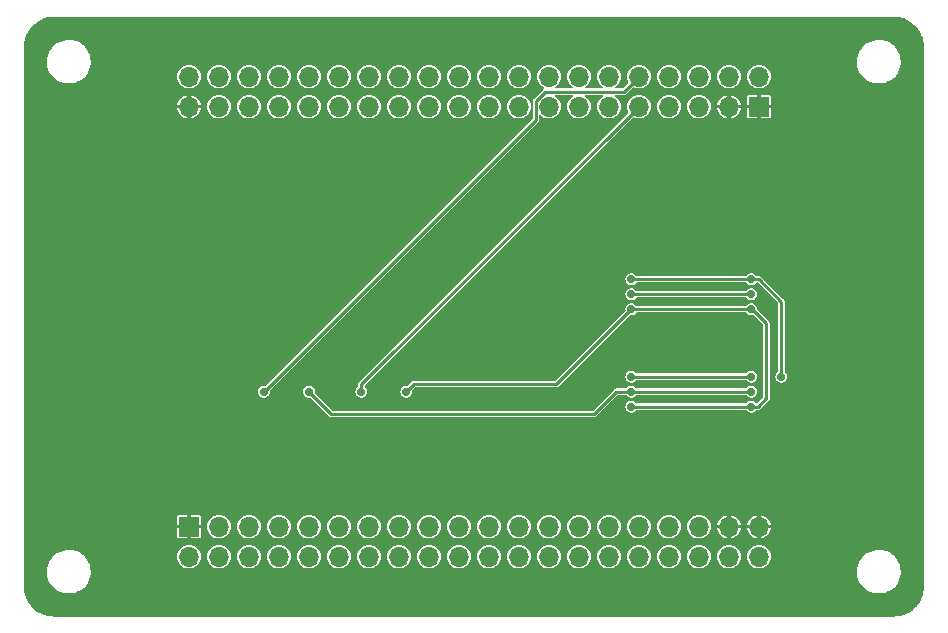
<source format=gbr>
G04 #@! TF.GenerationSoftware,KiCad,Pcbnew,7.0.6+dfsg-1*
G04 #@! TF.CreationDate,2023-08-25T11:52:39+08:00*
G04 #@! TF.ProjectId,mem24cxx,6d656d32-3463-4787-982e-6b696361645f,rev?*
G04 #@! TF.SameCoordinates,Original*
G04 #@! TF.FileFunction,Copper,L2,Bot*
G04 #@! TF.FilePolarity,Positive*
%FSLAX46Y46*%
G04 Gerber Fmt 4.6, Leading zero omitted, Abs format (unit mm)*
G04 Created by KiCad (PCBNEW 7.0.6+dfsg-1) date 2023-08-25 11:52:39*
%MOMM*%
%LPD*%
G01*
G04 APERTURE LIST*
G04 #@! TA.AperFunction,ComponentPad*
%ADD10R,1.700000X1.700000*%
G04 #@! TD*
G04 #@! TA.AperFunction,ComponentPad*
%ADD11O,1.700000X1.700000*%
G04 #@! TD*
G04 #@! TA.AperFunction,ViaPad*
%ADD12C,0.700000*%
G04 #@! TD*
G04 #@! TA.AperFunction,Conductor*
%ADD13C,0.228600*%
G04 #@! TD*
G04 APERTURE END LIST*
D10*
G04 #@! TO.P,J2,1,GND*
G04 #@! TO.N,GND*
X208280000Y-102870000D03*
D11*
G04 #@! TO.P,J2,2,5V*
G04 #@! TO.N,unconnected-(J2-5V-Pad2)*
X208280000Y-100330000D03*
G04 #@! TO.P,J2,3,GND*
G04 #@! TO.N,GND*
X205740000Y-102870000D03*
G04 #@! TO.P,J2,4,3.3V*
G04 #@! TO.N,+3V3*
X205740000Y-100330000D03*
G04 #@! TO.P,J2,5,U16*
G04 #@! TO.N,unconnected-(J2-U16-Pad5)*
X203200000Y-102870000D03*
G04 #@! TO.P,J2,6,U15*
G04 #@! TO.N,unconnected-(J2-U15-Pad6)*
X203200000Y-100330000D03*
G04 #@! TO.P,J2,7,U14*
G04 #@! TO.N,unconnected-(J2-U14-Pad7)*
X200660000Y-102870000D03*
G04 #@! TO.P,J2,8,U13*
G04 #@! TO.N,unconnected-(J2-U13-Pad8)*
X200660000Y-100330000D03*
G04 #@! TO.P,J2,9,PA9*
G04 #@! TO.N,SDA3*
X198120000Y-102870000D03*
G04 #@! TO.P,J2,10,PA8*
G04 #@! TO.N,SCL3*
X198120000Y-100330000D03*
G04 #@! TO.P,J2,11,PA11*
G04 #@! TO.N,unconnected-(J2-PA11-Pad11)*
X195580000Y-102870000D03*
G04 #@! TO.P,J2,12,PA10*
G04 #@! TO.N,unconnected-(J2-PA10-Pad12)*
X195580000Y-100330000D03*
G04 #@! TO.P,J2,13,PA13*
G04 #@! TO.N,unconnected-(J2-PA13-Pad13)*
X193040000Y-102870000D03*
G04 #@! TO.P,J2,14,PA12*
G04 #@! TO.N,unconnected-(J2-PA12-Pad14)*
X193040000Y-100330000D03*
G04 #@! TO.P,J2,15,PA15*
G04 #@! TO.N,unconnected-(J2-PA15-Pad15)*
X190500000Y-102870000D03*
G04 #@! TO.P,J2,16,PA14*
G04 #@! TO.N,unconnected-(J2-PA14-Pad16)*
X190500000Y-100330000D03*
G04 #@! TO.P,J2,17,U12*
G04 #@! TO.N,unconnected-(J2-U12-Pad17)*
X187960000Y-102870000D03*
G04 #@! TO.P,J2,18,U11*
G04 #@! TO.N,unconnected-(J2-U11-Pad18)*
X187960000Y-100330000D03*
G04 #@! TO.P,J2,19,PC11*
G04 #@! TO.N,unconnected-(J2-PC11-Pad19)*
X185420000Y-102870000D03*
G04 #@! TO.P,J2,20,PC10*
G04 #@! TO.N,unconnected-(J2-PC10-Pad20)*
X185420000Y-100330000D03*
G04 #@! TO.P,J2,21,U8*
G04 #@! TO.N,unconnected-(J2-U8-Pad21)*
X182880000Y-102870000D03*
G04 #@! TO.P,J2,22,PC12*
G04 #@! TO.N,unconnected-(J2-PC12-Pad22)*
X182880000Y-100330000D03*
G04 #@! TO.P,J2,23,23*
G04 #@! TO.N,unconnected-(J2-Pad23)*
X180340000Y-102870000D03*
G04 #@! TO.P,J2,24,PD2*
G04 #@! TO.N,unconnected-(J2-PD2-Pad24)*
X180340000Y-100330000D03*
G04 #@! TO.P,J2,25,PB5*
G04 #@! TO.N,unconnected-(J2-PB5-Pad25)*
X177800000Y-102870000D03*
G04 #@! TO.P,J2,26,PB4*
G04 #@! TO.N,unconnected-(J2-PB4-Pad26)*
X177800000Y-100330000D03*
G04 #@! TO.P,J2,27,PB7*
G04 #@! TO.N,SDA1*
X175260000Y-102870000D03*
G04 #@! TO.P,J2,28,PB6*
G04 #@! TO.N,SCL1*
X175260000Y-100330000D03*
G04 #@! TO.P,J2,29,PB9*
G04 #@! TO.N,SDA1A*
X172720000Y-102870000D03*
G04 #@! TO.P,J2,30,PB8*
G04 #@! TO.N,SCL1A*
X172720000Y-100330000D03*
G04 #@! TO.P,J2,31,U10*
G04 #@! TO.N,unconnected-(J2-U10-Pad31)*
X170180000Y-102870000D03*
G04 #@! TO.P,J2,32,U9*
G04 #@! TO.N,unconnected-(J2-U9-Pad32)*
X170180000Y-100330000D03*
G04 #@! TO.P,J2,33,PC13*
G04 #@! TO.N,unconnected-(J2-PC13-Pad33)*
X167640000Y-102870000D03*
G04 #@! TO.P,J2,34,PC14*
G04 #@! TO.N,unconnected-(J2-PC14-Pad34)*
X167640000Y-100330000D03*
G04 #@! TO.P,J2,35,PC15*
G04 #@! TO.N,WP*
X165100000Y-102870000D03*
G04 #@! TO.P,J2,36,U7*
G04 #@! TO.N,unconnected-(J2-U7-Pad36)*
X165100000Y-100330000D03*
G04 #@! TO.P,J2,37,U6*
G04 #@! TO.N,unconnected-(J2-U6-Pad37)*
X162560000Y-102870000D03*
G04 #@! TO.P,J2,38,U5*
G04 #@! TO.N,unconnected-(J2-U5-Pad38)*
X162560000Y-100330000D03*
G04 #@! TO.P,J2,39,GND*
G04 #@! TO.N,GND*
X160020000Y-102870000D03*
G04 #@! TO.P,J2,40,VB*
G04 #@! TO.N,unconnected-(J2-VB-Pad40)*
X160020000Y-100330000D03*
G04 #@! TD*
D10*
G04 #@! TO.P,J1,1,GND*
G04 #@! TO.N,GND*
X160020000Y-138430000D03*
D11*
G04 #@! TO.P,J1,2,VA*
G04 #@! TO.N,unconnected-(J1-VA-Pad2)*
X160020000Y-140970000D03*
G04 #@! TO.P,J1,3,NRST*
G04 #@! TO.N,unconnected-(J1-NRST-Pad3)*
X162560000Y-138430000D03*
G04 #@! TO.P,J1,4,BO0*
G04 #@! TO.N,unconnected-(J1-BO0-Pad4)*
X162560000Y-140970000D03*
G04 #@! TO.P,J1,5,PC1*
G04 #@! TO.N,unconnected-(J1-PC1-Pad5)*
X165100000Y-138430000D03*
G04 #@! TO.P,J1,6,PC0*
G04 #@! TO.N,unconnected-(J1-PC0-Pad6)*
X165100000Y-140970000D03*
G04 #@! TO.P,J1,7,PC3*
G04 #@! TO.N,unconnected-(J1-PC3-Pad7)*
X167640000Y-138430000D03*
G04 #@! TO.P,J1,8,PC2*
G04 #@! TO.N,unconnected-(J1-PC2-Pad8)*
X167640000Y-140970000D03*
G04 #@! TO.P,J1,9,PA1*
G04 #@! TO.N,unconnected-(J1-PA1-Pad9)*
X170180000Y-138430000D03*
G04 #@! TO.P,J1,10,PA0*
G04 #@! TO.N,unconnected-(J1-PA0-Pad10)*
X170180000Y-140970000D03*
G04 #@! TO.P,J1,11,PA3*
G04 #@! TO.N,unconnected-(J1-PA3-Pad11)*
X172720000Y-138430000D03*
G04 #@! TO.P,J1,12,PA2*
G04 #@! TO.N,unconnected-(J1-PA2-Pad12)*
X172720000Y-140970000D03*
G04 #@! TO.P,J1,13,PA5*
G04 #@! TO.N,unconnected-(J1-PA5-Pad13)*
X175260000Y-138430000D03*
G04 #@! TO.P,J1,14,PA4*
G04 #@! TO.N,unconnected-(J1-PA4-Pad14)*
X175260000Y-140970000D03*
G04 #@! TO.P,J1,15,PA7*
G04 #@! TO.N,unconnected-(J1-PA7-Pad15)*
X177800000Y-138430000D03*
G04 #@! TO.P,J1,16,PA6*
G04 #@! TO.N,unconnected-(J1-PA6-Pad16)*
X177800000Y-140970000D03*
G04 #@! TO.P,J1,17,PC5*
G04 #@! TO.N,unconnected-(J1-PC5-Pad17)*
X180340000Y-138430000D03*
G04 #@! TO.P,J1,18,PC4*
G04 #@! TO.N,unconnected-(J1-PC4-Pad18)*
X180340000Y-140970000D03*
G04 #@! TO.P,J1,19,PB1*
G04 #@! TO.N,unconnected-(J1-PB1-Pad19)*
X182880000Y-138430000D03*
G04 #@! TO.P,J1,20,PB0*
G04 #@! TO.N,unconnected-(J1-PB0-Pad20)*
X182880000Y-140970000D03*
G04 #@! TO.P,J1,21,U0*
G04 #@! TO.N,unconnected-(J1-U0-Pad21)*
X185420000Y-138430000D03*
G04 #@! TO.P,J1,22,PB2*
G04 #@! TO.N,unconnected-(J1-PB2-Pad22)*
X185420000Y-140970000D03*
G04 #@! TO.P,J1,23,PB11*
G04 #@! TO.N,SDA2*
X187960000Y-138430000D03*
G04 #@! TO.P,J1,24,PB10*
G04 #@! TO.N,SCL2*
X187960000Y-140970000D03*
G04 #@! TO.P,J1,25,PB13*
G04 #@! TO.N,unconnected-(J1-PB13-Pad25)*
X190500000Y-138430000D03*
G04 #@! TO.P,J1,26,PB12*
G04 #@! TO.N,unconnected-(J1-PB12-Pad26)*
X190500000Y-140970000D03*
G04 #@! TO.P,J1,27,PB15*
G04 #@! TO.N,unconnected-(J1-PB15-Pad27)*
X193040000Y-138430000D03*
G04 #@! TO.P,J1,28,PB14*
G04 #@! TO.N,unconnected-(J1-PB14-Pad28)*
X193040000Y-140970000D03*
G04 #@! TO.P,J1,29,PC7*
G04 #@! TO.N,unconnected-(J1-PC7-Pad29)*
X195580000Y-138430000D03*
G04 #@! TO.P,J1,30,PC6*
G04 #@! TO.N,unconnected-(J1-PC6-Pad30)*
X195580000Y-140970000D03*
G04 #@! TO.P,J1,31,PC9*
G04 #@! TO.N,unconnected-(J1-PC9-Pad31)*
X198120000Y-138430000D03*
G04 #@! TO.P,J1,32,PC8*
G04 #@! TO.N,unconnected-(J1-PC8-Pad32)*
X198120000Y-140970000D03*
G04 #@! TO.P,J1,33,U2*
G04 #@! TO.N,unconnected-(J1-U2-Pad33)*
X200660000Y-138430000D03*
G04 #@! TO.P,J1,34,U1*
G04 #@! TO.N,unconnected-(J1-U1-Pad34)*
X200660000Y-140970000D03*
G04 #@! TO.P,J1,35,U4*
G04 #@! TO.N,unconnected-(J1-U4-Pad35)*
X203200000Y-138430000D03*
G04 #@! TO.P,J1,36,U3*
G04 #@! TO.N,unconnected-(J1-U3-Pad36)*
X203200000Y-140970000D03*
G04 #@! TO.P,J1,37,GND*
G04 #@! TO.N,GND*
X205740000Y-138430000D03*
G04 #@! TO.P,J1,38,3.3V*
G04 #@! TO.N,+3V3*
X205740000Y-140970000D03*
G04 #@! TO.P,J1,39,GND*
G04 #@! TO.N,GND*
X208280000Y-138430000D03*
G04 #@! TO.P,J1,40,5V*
G04 #@! TO.N,unconnected-(J1-5V-Pad40)*
X208280000Y-140970000D03*
G04 #@! TD*
D12*
G04 #@! TO.N,GND*
X218440000Y-103505000D03*
X199390000Y-127635000D03*
X149860000Y-136525000D03*
X149860000Y-104775000D03*
X218440000Y-104775000D03*
X218440000Y-137795000D03*
X188595000Y-118745000D03*
X169164000Y-129540000D03*
X170180000Y-104648000D03*
X169164000Y-113284000D03*
X149860000Y-139065000D03*
X149860000Y-102235000D03*
X218440000Y-136525000D03*
X218440000Y-102235000D03*
X149860000Y-103505000D03*
X199390000Y-124460000D03*
X218440000Y-139065000D03*
X149860000Y-137795000D03*
X188595000Y-117475000D03*
X193675000Y-127000000D03*
G04 #@! TO.N,SDA3*
X174625000Y-127000000D03*
G04 #@! TO.N,SCL3*
X166370000Y-127000000D03*
G04 #@! TO.N,SDA*
X178435000Y-127000000D03*
X197485000Y-120015000D03*
X207645000Y-120015000D03*
X197485000Y-128270000D03*
X207645000Y-128270000D03*
G04 #@! TO.N,SCL*
X197485000Y-118745000D03*
X207645000Y-127000000D03*
X207645000Y-118745000D03*
X197485000Y-127000000D03*
X170180000Y-127000000D03*
G04 #@! TO.N,WP*
X207645000Y-125730000D03*
X197485000Y-117475000D03*
X210185000Y-125730000D03*
X197485000Y-125730000D03*
X207645000Y-117475000D03*
G04 #@! TD*
D13*
G04 #@! TO.N,SDA3*
X174625000Y-126365000D02*
X198120000Y-102870000D01*
X174625000Y-127000000D02*
X174625000Y-126365000D01*
G04 #@! TO.N,SCL3*
X166370000Y-127000000D02*
X189383300Y-103986700D01*
X196850000Y-101600000D02*
X198120000Y-100330000D01*
X189383300Y-103986700D02*
X189383300Y-102407447D01*
X190190747Y-101600000D02*
X196850000Y-101600000D01*
X189383300Y-102407447D02*
X190190747Y-101600000D01*
G04 #@! TO.N,SDA*
X179070000Y-126365000D02*
X178435000Y-127000000D01*
X208915000Y-127575000D02*
X208915000Y-121195000D01*
X191135000Y-126365000D02*
X197485000Y-120015000D01*
X207645000Y-128270000D02*
X208220000Y-128270000D01*
X207690000Y-119970000D02*
X207645000Y-120015000D01*
X208220000Y-128270000D02*
X208915000Y-127575000D01*
X208915000Y-121195000D02*
X207690000Y-119970000D01*
X197485000Y-120015000D02*
X207645000Y-120015000D01*
X197485000Y-128270000D02*
X207645000Y-128270000D01*
X191135000Y-126365000D02*
X179070000Y-126365000D01*
G04 #@! TO.N,SCL*
X170180000Y-127000000D02*
X172085000Y-128905000D01*
X172085000Y-128905000D02*
X194310000Y-128905000D01*
X197485000Y-127000000D02*
X207645000Y-127000000D01*
X197485000Y-127000000D02*
X196215000Y-127000000D01*
X196215000Y-127000000D02*
X194310000Y-128905000D01*
X197485000Y-118745000D02*
X207645000Y-118745000D01*
G04 #@! TO.N,WP*
X210185000Y-119380000D02*
X208280000Y-117475000D01*
X208280000Y-117475000D02*
X207645000Y-117475000D01*
X197485000Y-125730000D02*
X207645000Y-125730000D01*
X210185000Y-125730000D02*
X210185000Y-119380000D01*
X197485000Y-117475000D02*
X207645000Y-117475000D01*
G04 #@! TD*
G04 #@! TA.AperFunction,Conductor*
G04 #@! TO.N,GND*
G36*
X219711048Y-95250559D02*
G01*
X219724491Y-95251313D01*
X219825603Y-95256992D01*
X219998990Y-95267480D01*
X220003007Y-95267941D01*
X220140416Y-95291288D01*
X220290437Y-95318782D01*
X220294026Y-95319625D01*
X220431976Y-95359368D01*
X220431990Y-95359372D01*
X220573882Y-95403587D01*
X220577070Y-95404741D01*
X220711424Y-95460393D01*
X220845524Y-95520747D01*
X220848281Y-95522126D01*
X220976422Y-95592947D01*
X220976439Y-95592956D01*
X221101708Y-95668684D01*
X221104008Y-95670192D01*
X221223222Y-95754779D01*
X221224596Y-95755803D01*
X221338967Y-95845407D01*
X221340817Y-95846956D01*
X221449961Y-95944493D01*
X221451449Y-95945900D01*
X221554097Y-96048548D01*
X221555508Y-96050040D01*
X221653036Y-96159174D01*
X221654597Y-96161038D01*
X221744185Y-96275390D01*
X221745236Y-96276799D01*
X221829801Y-96395983D01*
X221831314Y-96398290D01*
X221907043Y-96523560D01*
X221977872Y-96651717D01*
X221979251Y-96654474D01*
X222039609Y-96788581D01*
X222095254Y-96922921D01*
X222096414Y-96926125D01*
X222140624Y-97067998D01*
X222180368Y-97205954D01*
X222181222Y-97209587D01*
X222208723Y-97359656D01*
X222232055Y-97496979D01*
X222232518Y-97501010D01*
X222243012Y-97674475D01*
X222249441Y-97788951D01*
X222249500Y-97791060D01*
X222249500Y-143508939D01*
X222249441Y-143511048D01*
X222243012Y-143625524D01*
X222232518Y-143798988D01*
X222232055Y-143803018D01*
X222208723Y-143940343D01*
X222181222Y-144090411D01*
X222180368Y-144094044D01*
X222140624Y-144232001D01*
X222096414Y-144373873D01*
X222095254Y-144377077D01*
X222039609Y-144511418D01*
X221979251Y-144645524D01*
X221977872Y-144648281D01*
X221907043Y-144776439D01*
X221831314Y-144901709D01*
X221829801Y-144904015D01*
X221745236Y-145023199D01*
X221744169Y-145024630D01*
X221654599Y-145138957D01*
X221653036Y-145140824D01*
X221555530Y-145249935D01*
X221554080Y-145251468D01*
X221451468Y-145354080D01*
X221449935Y-145355530D01*
X221340824Y-145453036D01*
X221338957Y-145454599D01*
X221224630Y-145544169D01*
X221223199Y-145545236D01*
X221104015Y-145629801D01*
X221101709Y-145631314D01*
X220976439Y-145707043D01*
X220848281Y-145777872D01*
X220845524Y-145779251D01*
X220711418Y-145839609D01*
X220577077Y-145895254D01*
X220573873Y-145896414D01*
X220432001Y-145940624D01*
X220294044Y-145980368D01*
X220290411Y-145981222D01*
X220140343Y-146008723D01*
X220003018Y-146032055D01*
X219998988Y-146032518D01*
X219825524Y-146043012D01*
X219711048Y-146049441D01*
X219708939Y-146049500D01*
X148591061Y-146049500D01*
X148588952Y-146049441D01*
X148474475Y-146043012D01*
X148301010Y-146032518D01*
X148296979Y-146032055D01*
X148159656Y-146008723D01*
X148009587Y-145981222D01*
X148005954Y-145980368D01*
X147867998Y-145940624D01*
X147726125Y-145896414D01*
X147722921Y-145895254D01*
X147588581Y-145839609D01*
X147454474Y-145779251D01*
X147451717Y-145777872D01*
X147323560Y-145707043D01*
X147198290Y-145631314D01*
X147195983Y-145629801D01*
X147076799Y-145545236D01*
X147075390Y-145544185D01*
X146961038Y-145454597D01*
X146959174Y-145453036D01*
X146850040Y-145355508D01*
X146848548Y-145354097D01*
X146745900Y-145251449D01*
X146744493Y-145249961D01*
X146646956Y-145140817D01*
X146645407Y-145138967D01*
X146555803Y-145024596D01*
X146554779Y-145023222D01*
X146470192Y-144904008D01*
X146468684Y-144901708D01*
X146392956Y-144776439D01*
X146373272Y-144740824D01*
X146322126Y-144648281D01*
X146320747Y-144645524D01*
X146260390Y-144511418D01*
X146204744Y-144377078D01*
X146203584Y-144373873D01*
X146159375Y-144232001D01*
X146154307Y-144214409D01*
X146119625Y-144094026D01*
X146118782Y-144090437D01*
X146091288Y-143940416D01*
X146067941Y-143803007D01*
X146067480Y-143798988D01*
X146066782Y-143787443D01*
X146056992Y-143625603D01*
X146050559Y-143511048D01*
X146050500Y-143508940D01*
X146050500Y-142307765D01*
X148005788Y-142307765D01*
X148035414Y-142577022D01*
X148103926Y-142839084D01*
X148103928Y-142839089D01*
X148209869Y-143088388D01*
X148209871Y-143088392D01*
X148350983Y-143319612D01*
X148350984Y-143319613D01*
X148524251Y-143527816D01*
X148524255Y-143527820D01*
X148725998Y-143708582D01*
X148951910Y-143858044D01*
X149197176Y-143973020D01*
X149456569Y-144051060D01*
X149724561Y-144090500D01*
X149724565Y-144090500D01*
X149927635Y-144090500D01*
X150130147Y-144075678D01*
X150130149Y-144075677D01*
X150130156Y-144075677D01*
X150394553Y-144016780D01*
X150647558Y-143920014D01*
X150883777Y-143787441D01*
X151098177Y-143621888D01*
X151286186Y-143426881D01*
X151443799Y-143206579D01*
X151567656Y-142965675D01*
X151577093Y-142938011D01*
X151655116Y-142709312D01*
X151655116Y-142709309D01*
X151655118Y-142709305D01*
X151704319Y-142442933D01*
X151709259Y-142307765D01*
X216585788Y-142307765D01*
X216615414Y-142577022D01*
X216683926Y-142839084D01*
X216683928Y-142839089D01*
X216789869Y-143088388D01*
X216789871Y-143088392D01*
X216930983Y-143319612D01*
X216930984Y-143319613D01*
X217104251Y-143527816D01*
X217104255Y-143527820D01*
X217305998Y-143708582D01*
X217531910Y-143858044D01*
X217777176Y-143973020D01*
X218036569Y-144051060D01*
X218304561Y-144090500D01*
X218304565Y-144090500D01*
X218507635Y-144090500D01*
X218710147Y-144075678D01*
X218710149Y-144075677D01*
X218710156Y-144075677D01*
X218974553Y-144016780D01*
X219227558Y-143920014D01*
X219463777Y-143787441D01*
X219678177Y-143621888D01*
X219866186Y-143426881D01*
X220023799Y-143206579D01*
X220147656Y-142965675D01*
X220157093Y-142938011D01*
X220235116Y-142709312D01*
X220235116Y-142709309D01*
X220235118Y-142709305D01*
X220284319Y-142442933D01*
X220294212Y-142172235D01*
X220264586Y-141902982D01*
X220264079Y-141901044D01*
X220196073Y-141640915D01*
X220196071Y-141640910D01*
X220090130Y-141391610D01*
X219949018Y-141160390D01*
X219790575Y-140970000D01*
X219775748Y-140952183D01*
X219775744Y-140952179D01*
X219670766Y-140858119D01*
X219574002Y-140771418D01*
X219423393Y-140671776D01*
X219348089Y-140621955D01*
X219102822Y-140506979D01*
X218955051Y-140462521D01*
X218843431Y-140428940D01*
X218676147Y-140404321D01*
X218575440Y-140389500D01*
X218575439Y-140389500D01*
X218372369Y-140389500D01*
X218372365Y-140389500D01*
X218169852Y-140404321D01*
X217905442Y-140463221D01*
X217652439Y-140559987D01*
X217416226Y-140692556D01*
X217201827Y-140858108D01*
X217201815Y-140858119D01*
X217013818Y-141053114D01*
X217013810Y-141053124D01*
X216856201Y-141273420D01*
X216856200Y-141273422D01*
X216732341Y-141514330D01*
X216644883Y-141770687D01*
X216644881Y-141770697D01*
X216595681Y-142037064D01*
X216585788Y-142307761D01*
X216585788Y-142307765D01*
X151709259Y-142307765D01*
X151714212Y-142172235D01*
X151684586Y-141902982D01*
X151684079Y-141901044D01*
X151616073Y-141640915D01*
X151616071Y-141640910D01*
X151510130Y-141391610D01*
X151369018Y-141160390D01*
X151210575Y-140970000D01*
X159012247Y-140970000D01*
X159031610Y-141166599D01*
X159031610Y-141166601D01*
X159088955Y-141355643D01*
X159088956Y-141355647D01*
X159088958Y-141355650D01*
X159173773Y-141514330D01*
X159182086Y-141529881D01*
X159182089Y-141529885D01*
X159307410Y-141682589D01*
X159460114Y-141807910D01*
X159460118Y-141807913D01*
X159460122Y-141807916D01*
X159634350Y-141901042D01*
X159634352Y-141901043D01*
X159634356Y-141901044D01*
X159640745Y-141902982D01*
X159823397Y-141958389D01*
X160020000Y-141977753D01*
X160216603Y-141958389D01*
X160405650Y-141901042D01*
X160579878Y-141807916D01*
X160732589Y-141682589D01*
X160857916Y-141529878D01*
X160951042Y-141355650D01*
X161008389Y-141166603D01*
X161027753Y-140970000D01*
X161552247Y-140970000D01*
X161571610Y-141166599D01*
X161571610Y-141166601D01*
X161628955Y-141355643D01*
X161628956Y-141355647D01*
X161628958Y-141355650D01*
X161713773Y-141514330D01*
X161722086Y-141529881D01*
X161722089Y-141529885D01*
X161847410Y-141682589D01*
X162000114Y-141807910D01*
X162000118Y-141807913D01*
X162000122Y-141807916D01*
X162174350Y-141901042D01*
X162174352Y-141901043D01*
X162174356Y-141901044D01*
X162180745Y-141902982D01*
X162363397Y-141958389D01*
X162560000Y-141977753D01*
X162756603Y-141958389D01*
X162945650Y-141901042D01*
X163119878Y-141807916D01*
X163272589Y-141682589D01*
X163397916Y-141529878D01*
X163491042Y-141355650D01*
X163548389Y-141166603D01*
X163567753Y-140970000D01*
X164092247Y-140970000D01*
X164111610Y-141166599D01*
X164111610Y-141166601D01*
X164168955Y-141355643D01*
X164168956Y-141355647D01*
X164168958Y-141355650D01*
X164253773Y-141514330D01*
X164262086Y-141529881D01*
X164262089Y-141529885D01*
X164387410Y-141682589D01*
X164540114Y-141807910D01*
X164540118Y-141807913D01*
X164540122Y-141807916D01*
X164714350Y-141901042D01*
X164714352Y-141901043D01*
X164714356Y-141901044D01*
X164720745Y-141902982D01*
X164903397Y-141958389D01*
X165100000Y-141977753D01*
X165296603Y-141958389D01*
X165485650Y-141901042D01*
X165659878Y-141807916D01*
X165812589Y-141682589D01*
X165937916Y-141529878D01*
X166031042Y-141355650D01*
X166088389Y-141166603D01*
X166107753Y-140970000D01*
X166107753Y-140969999D01*
X166632247Y-140969999D01*
X166651610Y-141166599D01*
X166651610Y-141166601D01*
X166708955Y-141355643D01*
X166708956Y-141355647D01*
X166708958Y-141355650D01*
X166793773Y-141514330D01*
X166802086Y-141529881D01*
X166802089Y-141529885D01*
X166927410Y-141682589D01*
X167080114Y-141807910D01*
X167080118Y-141807913D01*
X167080122Y-141807916D01*
X167254350Y-141901042D01*
X167254352Y-141901043D01*
X167254356Y-141901044D01*
X167260745Y-141902982D01*
X167443397Y-141958389D01*
X167640000Y-141977753D01*
X167836603Y-141958389D01*
X168025650Y-141901042D01*
X168199878Y-141807916D01*
X168352589Y-141682589D01*
X168477916Y-141529878D01*
X168571042Y-141355650D01*
X168628389Y-141166603D01*
X168647753Y-140970000D01*
X169172247Y-140970000D01*
X169191610Y-141166599D01*
X169191610Y-141166601D01*
X169248955Y-141355643D01*
X169248956Y-141355647D01*
X169248958Y-141355650D01*
X169333773Y-141514330D01*
X169342086Y-141529881D01*
X169342089Y-141529885D01*
X169467410Y-141682589D01*
X169620114Y-141807910D01*
X169620118Y-141807913D01*
X169620122Y-141807916D01*
X169794350Y-141901042D01*
X169794352Y-141901043D01*
X169794356Y-141901044D01*
X169800745Y-141902982D01*
X169983397Y-141958389D01*
X170180000Y-141977753D01*
X170376603Y-141958389D01*
X170565650Y-141901042D01*
X170739878Y-141807916D01*
X170892589Y-141682589D01*
X171017916Y-141529878D01*
X171111042Y-141355650D01*
X171168389Y-141166603D01*
X171187753Y-140970000D01*
X171712247Y-140970000D01*
X171731610Y-141166599D01*
X171731610Y-141166601D01*
X171788955Y-141355643D01*
X171788956Y-141355647D01*
X171788958Y-141355650D01*
X171873773Y-141514330D01*
X171882086Y-141529881D01*
X171882089Y-141529885D01*
X172007410Y-141682589D01*
X172160114Y-141807910D01*
X172160118Y-141807913D01*
X172160122Y-141807916D01*
X172334350Y-141901042D01*
X172334352Y-141901043D01*
X172334356Y-141901044D01*
X172340745Y-141902982D01*
X172523397Y-141958389D01*
X172720000Y-141977753D01*
X172916603Y-141958389D01*
X173105650Y-141901042D01*
X173279878Y-141807916D01*
X173432589Y-141682589D01*
X173557916Y-141529878D01*
X173651042Y-141355650D01*
X173708389Y-141166603D01*
X173727753Y-140970000D01*
X173727753Y-140969999D01*
X174252247Y-140969999D01*
X174271610Y-141166599D01*
X174271610Y-141166601D01*
X174328955Y-141355643D01*
X174328956Y-141355647D01*
X174328958Y-141355650D01*
X174413773Y-141514330D01*
X174422086Y-141529881D01*
X174422089Y-141529885D01*
X174547410Y-141682589D01*
X174700114Y-141807910D01*
X174700118Y-141807913D01*
X174700122Y-141807916D01*
X174874350Y-141901042D01*
X174874352Y-141901043D01*
X174874356Y-141901044D01*
X174880745Y-141902982D01*
X175063397Y-141958389D01*
X175260000Y-141977753D01*
X175456603Y-141958389D01*
X175645650Y-141901042D01*
X175819878Y-141807916D01*
X175972589Y-141682589D01*
X176097916Y-141529878D01*
X176191042Y-141355650D01*
X176248389Y-141166603D01*
X176267753Y-140970000D01*
X176792247Y-140970000D01*
X176811610Y-141166599D01*
X176811610Y-141166601D01*
X176868955Y-141355643D01*
X176868956Y-141355647D01*
X176868958Y-141355650D01*
X176953773Y-141514330D01*
X176962086Y-141529881D01*
X176962089Y-141529885D01*
X177087410Y-141682589D01*
X177240114Y-141807910D01*
X177240118Y-141807913D01*
X177240122Y-141807916D01*
X177414350Y-141901042D01*
X177414352Y-141901043D01*
X177414356Y-141901044D01*
X177420745Y-141902982D01*
X177603397Y-141958389D01*
X177800000Y-141977753D01*
X177996603Y-141958389D01*
X178185650Y-141901042D01*
X178359878Y-141807916D01*
X178512589Y-141682589D01*
X178637916Y-141529878D01*
X178731042Y-141355650D01*
X178788389Y-141166603D01*
X178807753Y-140970000D01*
X179332247Y-140970000D01*
X179351610Y-141166599D01*
X179351610Y-141166601D01*
X179408955Y-141355643D01*
X179408956Y-141355647D01*
X179408958Y-141355650D01*
X179493773Y-141514330D01*
X179502086Y-141529881D01*
X179502089Y-141529885D01*
X179627410Y-141682589D01*
X179780114Y-141807910D01*
X179780118Y-141807913D01*
X179780122Y-141807916D01*
X179954350Y-141901042D01*
X179954352Y-141901043D01*
X179954356Y-141901044D01*
X179960745Y-141902982D01*
X180143397Y-141958389D01*
X180340000Y-141977753D01*
X180536603Y-141958389D01*
X180725650Y-141901042D01*
X180899878Y-141807916D01*
X181052589Y-141682589D01*
X181177916Y-141529878D01*
X181271042Y-141355650D01*
X181328389Y-141166603D01*
X181347753Y-140970000D01*
X181872247Y-140970000D01*
X181891610Y-141166599D01*
X181891610Y-141166601D01*
X181948955Y-141355643D01*
X181948956Y-141355647D01*
X181948958Y-141355650D01*
X182033773Y-141514330D01*
X182042086Y-141529881D01*
X182042089Y-141529885D01*
X182167410Y-141682589D01*
X182320114Y-141807910D01*
X182320118Y-141807913D01*
X182320122Y-141807916D01*
X182494350Y-141901042D01*
X182494352Y-141901043D01*
X182494356Y-141901044D01*
X182500745Y-141902982D01*
X182683397Y-141958389D01*
X182880000Y-141977753D01*
X183076603Y-141958389D01*
X183265650Y-141901042D01*
X183439878Y-141807916D01*
X183592589Y-141682589D01*
X183717916Y-141529878D01*
X183811042Y-141355650D01*
X183868389Y-141166603D01*
X183887753Y-140970000D01*
X183887753Y-140969999D01*
X184412247Y-140969999D01*
X184431610Y-141166599D01*
X184431610Y-141166601D01*
X184488955Y-141355643D01*
X184488956Y-141355647D01*
X184488958Y-141355650D01*
X184573773Y-141514330D01*
X184582086Y-141529881D01*
X184582089Y-141529885D01*
X184707410Y-141682589D01*
X184860114Y-141807910D01*
X184860118Y-141807913D01*
X184860122Y-141807916D01*
X185034350Y-141901042D01*
X185034352Y-141901043D01*
X185034356Y-141901044D01*
X185040745Y-141902982D01*
X185223397Y-141958389D01*
X185420000Y-141977753D01*
X185616603Y-141958389D01*
X185805650Y-141901042D01*
X185979878Y-141807916D01*
X186132589Y-141682589D01*
X186257916Y-141529878D01*
X186351042Y-141355650D01*
X186408389Y-141166603D01*
X186427753Y-140970000D01*
X186952247Y-140970000D01*
X186971610Y-141166599D01*
X186971610Y-141166601D01*
X187028955Y-141355643D01*
X187028956Y-141355647D01*
X187028958Y-141355650D01*
X187113773Y-141514330D01*
X187122086Y-141529881D01*
X187122089Y-141529885D01*
X187247410Y-141682589D01*
X187400114Y-141807910D01*
X187400118Y-141807913D01*
X187400122Y-141807916D01*
X187574350Y-141901042D01*
X187574352Y-141901043D01*
X187574356Y-141901044D01*
X187580745Y-141902982D01*
X187763397Y-141958389D01*
X187960000Y-141977753D01*
X188156603Y-141958389D01*
X188345650Y-141901042D01*
X188519878Y-141807916D01*
X188672589Y-141682589D01*
X188797916Y-141529878D01*
X188891042Y-141355650D01*
X188948389Y-141166603D01*
X188967753Y-140970000D01*
X189492247Y-140970000D01*
X189511610Y-141166599D01*
X189511610Y-141166601D01*
X189568955Y-141355643D01*
X189568956Y-141355647D01*
X189568958Y-141355650D01*
X189653773Y-141514330D01*
X189662086Y-141529881D01*
X189662089Y-141529885D01*
X189787410Y-141682589D01*
X189940114Y-141807910D01*
X189940118Y-141807913D01*
X189940122Y-141807916D01*
X190114350Y-141901042D01*
X190114352Y-141901043D01*
X190114356Y-141901044D01*
X190120745Y-141902982D01*
X190303397Y-141958389D01*
X190500000Y-141977753D01*
X190696603Y-141958389D01*
X190885650Y-141901042D01*
X191059878Y-141807916D01*
X191212589Y-141682589D01*
X191337916Y-141529878D01*
X191431042Y-141355650D01*
X191488389Y-141166603D01*
X191507753Y-140970000D01*
X192032247Y-140970000D01*
X192051610Y-141166599D01*
X192051610Y-141166601D01*
X192108955Y-141355643D01*
X192108956Y-141355647D01*
X192108958Y-141355650D01*
X192193773Y-141514330D01*
X192202086Y-141529881D01*
X192202089Y-141529885D01*
X192327410Y-141682589D01*
X192480114Y-141807910D01*
X192480118Y-141807913D01*
X192480122Y-141807916D01*
X192654350Y-141901042D01*
X192654352Y-141901043D01*
X192654356Y-141901044D01*
X192660745Y-141902982D01*
X192843397Y-141958389D01*
X193040000Y-141977753D01*
X193236603Y-141958389D01*
X193425650Y-141901042D01*
X193599878Y-141807916D01*
X193752589Y-141682589D01*
X193877916Y-141529878D01*
X193971042Y-141355650D01*
X194028389Y-141166603D01*
X194047753Y-140970000D01*
X194572247Y-140970000D01*
X194591610Y-141166599D01*
X194591610Y-141166601D01*
X194648955Y-141355643D01*
X194648956Y-141355647D01*
X194648958Y-141355650D01*
X194733773Y-141514330D01*
X194742086Y-141529881D01*
X194742089Y-141529885D01*
X194867410Y-141682589D01*
X195020114Y-141807910D01*
X195020118Y-141807913D01*
X195020122Y-141807916D01*
X195194350Y-141901042D01*
X195194352Y-141901043D01*
X195194356Y-141901044D01*
X195200745Y-141902982D01*
X195383397Y-141958389D01*
X195580000Y-141977753D01*
X195776603Y-141958389D01*
X195965650Y-141901042D01*
X196139878Y-141807916D01*
X196292589Y-141682589D01*
X196417916Y-141529878D01*
X196511042Y-141355650D01*
X196568389Y-141166603D01*
X196587753Y-140970000D01*
X197112247Y-140970000D01*
X197131610Y-141166599D01*
X197131610Y-141166601D01*
X197188955Y-141355643D01*
X197188956Y-141355647D01*
X197188958Y-141355650D01*
X197273773Y-141514330D01*
X197282086Y-141529881D01*
X197282089Y-141529885D01*
X197407410Y-141682589D01*
X197560114Y-141807910D01*
X197560118Y-141807913D01*
X197560122Y-141807916D01*
X197734350Y-141901042D01*
X197734352Y-141901043D01*
X197734356Y-141901044D01*
X197740745Y-141902982D01*
X197923397Y-141958389D01*
X198120000Y-141977753D01*
X198316603Y-141958389D01*
X198505650Y-141901042D01*
X198679878Y-141807916D01*
X198832589Y-141682589D01*
X198957916Y-141529878D01*
X199051042Y-141355650D01*
X199108389Y-141166603D01*
X199127753Y-140970000D01*
X199652247Y-140970000D01*
X199671610Y-141166599D01*
X199671610Y-141166601D01*
X199728955Y-141355643D01*
X199728956Y-141355647D01*
X199728958Y-141355650D01*
X199813773Y-141514330D01*
X199822086Y-141529881D01*
X199822089Y-141529885D01*
X199947410Y-141682589D01*
X200100114Y-141807910D01*
X200100118Y-141807913D01*
X200100122Y-141807916D01*
X200274350Y-141901042D01*
X200274352Y-141901043D01*
X200274356Y-141901044D01*
X200280745Y-141902982D01*
X200463397Y-141958389D01*
X200660000Y-141977753D01*
X200856603Y-141958389D01*
X201045650Y-141901042D01*
X201219878Y-141807916D01*
X201372589Y-141682589D01*
X201497916Y-141529878D01*
X201591042Y-141355650D01*
X201648389Y-141166603D01*
X201667753Y-140970000D01*
X201667753Y-140969999D01*
X202192247Y-140969999D01*
X202211610Y-141166599D01*
X202211610Y-141166601D01*
X202268955Y-141355643D01*
X202268956Y-141355647D01*
X202268958Y-141355650D01*
X202353773Y-141514330D01*
X202362086Y-141529881D01*
X202362089Y-141529885D01*
X202487410Y-141682589D01*
X202640114Y-141807910D01*
X202640118Y-141807913D01*
X202640122Y-141807916D01*
X202814350Y-141901042D01*
X202814352Y-141901043D01*
X202814356Y-141901044D01*
X202820745Y-141902982D01*
X203003397Y-141958389D01*
X203200000Y-141977753D01*
X203396603Y-141958389D01*
X203585650Y-141901042D01*
X203759878Y-141807916D01*
X203912589Y-141682589D01*
X204037916Y-141529878D01*
X204131042Y-141355650D01*
X204188389Y-141166603D01*
X204207753Y-140970000D01*
X204732247Y-140970000D01*
X204751610Y-141166599D01*
X204751610Y-141166601D01*
X204808955Y-141355643D01*
X204808956Y-141355647D01*
X204808958Y-141355650D01*
X204893773Y-141514330D01*
X204902086Y-141529881D01*
X204902089Y-141529885D01*
X205027410Y-141682589D01*
X205180114Y-141807910D01*
X205180118Y-141807913D01*
X205180122Y-141807916D01*
X205354350Y-141901042D01*
X205354352Y-141901043D01*
X205354356Y-141901044D01*
X205360745Y-141902982D01*
X205543397Y-141958389D01*
X205740000Y-141977753D01*
X205936603Y-141958389D01*
X206125650Y-141901042D01*
X206299878Y-141807916D01*
X206452589Y-141682589D01*
X206577916Y-141529878D01*
X206671042Y-141355650D01*
X206728389Y-141166603D01*
X206747753Y-140970000D01*
X207272247Y-140970000D01*
X207291610Y-141166599D01*
X207291610Y-141166601D01*
X207348955Y-141355643D01*
X207348956Y-141355647D01*
X207348958Y-141355650D01*
X207433773Y-141514330D01*
X207442086Y-141529881D01*
X207442089Y-141529885D01*
X207567410Y-141682589D01*
X207720114Y-141807910D01*
X207720118Y-141807913D01*
X207720122Y-141807916D01*
X207894350Y-141901042D01*
X207894352Y-141901043D01*
X207894356Y-141901044D01*
X207900745Y-141902982D01*
X208083397Y-141958389D01*
X208280000Y-141977753D01*
X208476603Y-141958389D01*
X208665650Y-141901042D01*
X208839878Y-141807916D01*
X208992589Y-141682589D01*
X209117916Y-141529878D01*
X209211042Y-141355650D01*
X209268389Y-141166603D01*
X209287753Y-140970000D01*
X209268389Y-140773397D01*
X209211042Y-140584350D01*
X209117916Y-140410122D01*
X209117913Y-140410118D01*
X209117910Y-140410114D01*
X208992589Y-140257410D01*
X208839885Y-140132089D01*
X208839881Y-140132086D01*
X208839879Y-140132085D01*
X208839878Y-140132084D01*
X208752764Y-140085521D01*
X208665647Y-140038956D01*
X208665643Y-140038955D01*
X208476600Y-139981610D01*
X208280000Y-139962247D01*
X208083400Y-139981610D01*
X208083398Y-139981610D01*
X207894356Y-140038955D01*
X207894352Y-140038956D01*
X207720118Y-140132086D01*
X207720114Y-140132089D01*
X207567410Y-140257410D01*
X207442089Y-140410114D01*
X207442086Y-140410118D01*
X207348956Y-140584352D01*
X207348955Y-140584356D01*
X207291610Y-140773398D01*
X207291610Y-140773400D01*
X207272247Y-140970000D01*
X206747753Y-140970000D01*
X206728389Y-140773397D01*
X206671042Y-140584350D01*
X206577916Y-140410122D01*
X206577913Y-140410118D01*
X206577910Y-140410114D01*
X206452589Y-140257410D01*
X206299885Y-140132089D01*
X206299881Y-140132086D01*
X206299879Y-140132085D01*
X206299878Y-140132084D01*
X206212764Y-140085521D01*
X206125647Y-140038956D01*
X206125643Y-140038955D01*
X205936600Y-139981610D01*
X205740000Y-139962247D01*
X205543400Y-139981610D01*
X205543398Y-139981610D01*
X205354356Y-140038955D01*
X205354352Y-140038956D01*
X205180118Y-140132086D01*
X205180114Y-140132089D01*
X205027410Y-140257410D01*
X204902089Y-140410114D01*
X204902086Y-140410118D01*
X204808956Y-140584352D01*
X204808955Y-140584356D01*
X204751610Y-140773398D01*
X204751610Y-140773400D01*
X204732247Y-140970000D01*
X204207753Y-140970000D01*
X204188389Y-140773397D01*
X204131042Y-140584350D01*
X204037916Y-140410122D01*
X204037913Y-140410118D01*
X204037910Y-140410114D01*
X203912589Y-140257410D01*
X203759885Y-140132089D01*
X203759881Y-140132086D01*
X203759879Y-140132085D01*
X203759878Y-140132084D01*
X203672764Y-140085521D01*
X203585647Y-140038956D01*
X203585643Y-140038955D01*
X203396600Y-139981610D01*
X203200000Y-139962247D01*
X203003400Y-139981610D01*
X203003398Y-139981610D01*
X202814356Y-140038955D01*
X202814352Y-140038956D01*
X202640118Y-140132086D01*
X202640114Y-140132089D01*
X202487410Y-140257410D01*
X202362089Y-140410114D01*
X202362086Y-140410118D01*
X202268956Y-140584352D01*
X202268955Y-140584356D01*
X202211610Y-140773398D01*
X202211610Y-140773400D01*
X202192247Y-140969999D01*
X201667753Y-140969999D01*
X201648389Y-140773397D01*
X201591042Y-140584350D01*
X201497916Y-140410122D01*
X201497913Y-140410118D01*
X201497910Y-140410114D01*
X201372589Y-140257410D01*
X201219885Y-140132089D01*
X201219881Y-140132086D01*
X201219879Y-140132085D01*
X201219878Y-140132084D01*
X201132764Y-140085521D01*
X201045647Y-140038956D01*
X201045643Y-140038955D01*
X200856600Y-139981610D01*
X200684112Y-139964621D01*
X200660000Y-139962247D01*
X200659999Y-139962247D01*
X200463400Y-139981610D01*
X200463398Y-139981610D01*
X200274356Y-140038955D01*
X200274352Y-140038956D01*
X200100118Y-140132086D01*
X200100114Y-140132089D01*
X199947410Y-140257410D01*
X199822089Y-140410114D01*
X199822086Y-140410118D01*
X199728956Y-140584352D01*
X199728955Y-140584356D01*
X199671610Y-140773398D01*
X199671610Y-140773400D01*
X199652247Y-140970000D01*
X199127753Y-140970000D01*
X199108389Y-140773397D01*
X199051042Y-140584350D01*
X198957916Y-140410122D01*
X198957913Y-140410118D01*
X198957910Y-140410114D01*
X198832589Y-140257410D01*
X198679885Y-140132089D01*
X198679881Y-140132086D01*
X198679879Y-140132085D01*
X198679878Y-140132084D01*
X198592764Y-140085521D01*
X198505647Y-140038956D01*
X198505643Y-140038955D01*
X198316600Y-139981610D01*
X198120000Y-139962247D01*
X197923400Y-139981610D01*
X197923398Y-139981610D01*
X197734356Y-140038955D01*
X197734352Y-140038956D01*
X197560118Y-140132086D01*
X197560114Y-140132089D01*
X197407410Y-140257410D01*
X197282089Y-140410114D01*
X197282086Y-140410118D01*
X197188956Y-140584352D01*
X197188955Y-140584356D01*
X197131610Y-140773398D01*
X197131610Y-140773400D01*
X197112247Y-140970000D01*
X196587753Y-140970000D01*
X196568389Y-140773397D01*
X196511042Y-140584350D01*
X196417916Y-140410122D01*
X196417913Y-140410118D01*
X196417910Y-140410114D01*
X196292589Y-140257410D01*
X196139885Y-140132089D01*
X196139881Y-140132086D01*
X196139879Y-140132085D01*
X196139878Y-140132084D01*
X196052764Y-140085521D01*
X195965647Y-140038956D01*
X195965643Y-140038955D01*
X195776600Y-139981610D01*
X195580000Y-139962247D01*
X195383400Y-139981610D01*
X195383398Y-139981610D01*
X195194356Y-140038955D01*
X195194352Y-140038956D01*
X195020118Y-140132086D01*
X195020114Y-140132089D01*
X194867410Y-140257410D01*
X194742089Y-140410114D01*
X194742086Y-140410118D01*
X194648956Y-140584352D01*
X194648955Y-140584356D01*
X194591610Y-140773398D01*
X194591610Y-140773400D01*
X194572247Y-140970000D01*
X194047753Y-140970000D01*
X194028389Y-140773397D01*
X193971042Y-140584350D01*
X193877916Y-140410122D01*
X193877913Y-140410118D01*
X193877910Y-140410114D01*
X193752589Y-140257410D01*
X193599885Y-140132089D01*
X193599881Y-140132086D01*
X193599879Y-140132085D01*
X193599878Y-140132084D01*
X193512764Y-140085520D01*
X193425647Y-140038956D01*
X193425643Y-140038955D01*
X193236600Y-139981610D01*
X193040000Y-139962247D01*
X192843400Y-139981610D01*
X192843398Y-139981610D01*
X192654356Y-140038955D01*
X192654352Y-140038956D01*
X192480118Y-140132086D01*
X192480114Y-140132089D01*
X192327410Y-140257410D01*
X192202089Y-140410114D01*
X192202086Y-140410118D01*
X192108956Y-140584352D01*
X192108955Y-140584356D01*
X192051610Y-140773398D01*
X192051610Y-140773400D01*
X192032247Y-140970000D01*
X191507753Y-140970000D01*
X191488389Y-140773397D01*
X191431042Y-140584350D01*
X191337916Y-140410122D01*
X191337913Y-140410118D01*
X191337910Y-140410114D01*
X191212589Y-140257410D01*
X191059885Y-140132089D01*
X191059881Y-140132086D01*
X191059879Y-140132085D01*
X191059878Y-140132084D01*
X190972763Y-140085520D01*
X190885647Y-140038956D01*
X190885643Y-140038955D01*
X190696600Y-139981610D01*
X190524112Y-139964621D01*
X190500000Y-139962247D01*
X190499999Y-139962247D01*
X190303400Y-139981610D01*
X190303398Y-139981610D01*
X190114356Y-140038955D01*
X190114352Y-140038956D01*
X189940118Y-140132086D01*
X189940114Y-140132089D01*
X189787410Y-140257410D01*
X189662089Y-140410114D01*
X189662086Y-140410118D01*
X189568956Y-140584352D01*
X189568955Y-140584356D01*
X189511610Y-140773398D01*
X189511610Y-140773400D01*
X189492247Y-140970000D01*
X188967753Y-140970000D01*
X188948389Y-140773397D01*
X188891042Y-140584350D01*
X188797916Y-140410122D01*
X188797913Y-140410118D01*
X188797910Y-140410114D01*
X188672589Y-140257410D01*
X188519885Y-140132089D01*
X188519881Y-140132086D01*
X188519879Y-140132085D01*
X188519878Y-140132084D01*
X188432763Y-140085520D01*
X188345647Y-140038956D01*
X188345643Y-140038955D01*
X188156600Y-139981610D01*
X187960000Y-139962247D01*
X187763400Y-139981610D01*
X187763398Y-139981610D01*
X187574356Y-140038955D01*
X187574352Y-140038956D01*
X187400118Y-140132086D01*
X187400114Y-140132089D01*
X187247410Y-140257410D01*
X187122089Y-140410114D01*
X187122086Y-140410118D01*
X187028956Y-140584352D01*
X187028955Y-140584356D01*
X186971610Y-140773398D01*
X186971610Y-140773400D01*
X186952247Y-140970000D01*
X186427753Y-140970000D01*
X186408389Y-140773397D01*
X186351042Y-140584350D01*
X186257916Y-140410122D01*
X186257913Y-140410118D01*
X186257910Y-140410114D01*
X186132589Y-140257410D01*
X185979885Y-140132089D01*
X185979881Y-140132086D01*
X185979879Y-140132085D01*
X185979878Y-140132084D01*
X185892763Y-140085520D01*
X185805647Y-140038956D01*
X185805643Y-140038955D01*
X185616600Y-139981610D01*
X185420000Y-139962247D01*
X185223400Y-139981610D01*
X185223398Y-139981610D01*
X185034356Y-140038955D01*
X185034352Y-140038956D01*
X184860118Y-140132086D01*
X184860114Y-140132089D01*
X184707410Y-140257410D01*
X184582089Y-140410114D01*
X184582086Y-140410118D01*
X184488956Y-140584352D01*
X184488955Y-140584356D01*
X184431610Y-140773398D01*
X184431610Y-140773400D01*
X184412247Y-140969999D01*
X183887753Y-140969999D01*
X183868389Y-140773397D01*
X183811042Y-140584350D01*
X183717916Y-140410122D01*
X183717913Y-140410118D01*
X183717910Y-140410114D01*
X183592589Y-140257410D01*
X183439885Y-140132089D01*
X183439881Y-140132086D01*
X183439879Y-140132085D01*
X183439878Y-140132084D01*
X183352763Y-140085520D01*
X183265647Y-140038956D01*
X183265643Y-140038955D01*
X183076600Y-139981610D01*
X182880000Y-139962247D01*
X182683400Y-139981610D01*
X182683398Y-139981610D01*
X182494356Y-140038955D01*
X182494352Y-140038956D01*
X182320118Y-140132086D01*
X182320114Y-140132089D01*
X182167410Y-140257410D01*
X182042089Y-140410114D01*
X182042086Y-140410118D01*
X181948956Y-140584352D01*
X181948955Y-140584356D01*
X181891610Y-140773398D01*
X181891610Y-140773400D01*
X181872247Y-140970000D01*
X181347753Y-140970000D01*
X181328389Y-140773397D01*
X181271042Y-140584350D01*
X181177916Y-140410122D01*
X181177913Y-140410118D01*
X181177910Y-140410114D01*
X181052589Y-140257410D01*
X180899885Y-140132089D01*
X180899881Y-140132086D01*
X180899879Y-140132085D01*
X180899878Y-140132084D01*
X180812763Y-140085520D01*
X180725647Y-140038956D01*
X180725643Y-140038955D01*
X180536600Y-139981610D01*
X180364112Y-139964621D01*
X180340000Y-139962247D01*
X180339999Y-139962247D01*
X180143400Y-139981610D01*
X180143398Y-139981610D01*
X179954356Y-140038955D01*
X179954352Y-140038956D01*
X179780118Y-140132086D01*
X179780114Y-140132089D01*
X179627410Y-140257410D01*
X179502089Y-140410114D01*
X179502086Y-140410118D01*
X179408956Y-140584352D01*
X179408955Y-140584356D01*
X179351610Y-140773398D01*
X179351610Y-140773400D01*
X179332247Y-140970000D01*
X178807753Y-140970000D01*
X178788389Y-140773397D01*
X178731042Y-140584350D01*
X178637916Y-140410122D01*
X178637913Y-140410118D01*
X178637910Y-140410114D01*
X178512589Y-140257410D01*
X178359885Y-140132089D01*
X178359881Y-140132086D01*
X178359879Y-140132085D01*
X178359878Y-140132084D01*
X178272763Y-140085520D01*
X178185647Y-140038956D01*
X178185643Y-140038955D01*
X177996600Y-139981610D01*
X177800000Y-139962247D01*
X177603400Y-139981610D01*
X177603398Y-139981610D01*
X177414356Y-140038955D01*
X177414352Y-140038956D01*
X177240118Y-140132086D01*
X177240114Y-140132089D01*
X177087410Y-140257410D01*
X176962089Y-140410114D01*
X176962086Y-140410118D01*
X176868956Y-140584352D01*
X176868955Y-140584356D01*
X176811610Y-140773398D01*
X176811610Y-140773400D01*
X176792247Y-140970000D01*
X176267753Y-140970000D01*
X176248389Y-140773397D01*
X176191042Y-140584350D01*
X176097916Y-140410122D01*
X176097913Y-140410118D01*
X176097910Y-140410114D01*
X175972589Y-140257410D01*
X175819885Y-140132089D01*
X175819881Y-140132086D01*
X175819879Y-140132085D01*
X175819878Y-140132084D01*
X175732763Y-140085520D01*
X175645647Y-140038956D01*
X175645643Y-140038955D01*
X175456600Y-139981610D01*
X175260000Y-139962247D01*
X175063400Y-139981610D01*
X175063398Y-139981610D01*
X174874356Y-140038955D01*
X174874352Y-140038956D01*
X174700118Y-140132086D01*
X174700114Y-140132089D01*
X174547410Y-140257410D01*
X174422089Y-140410114D01*
X174422086Y-140410118D01*
X174328956Y-140584352D01*
X174328955Y-140584356D01*
X174271610Y-140773398D01*
X174271610Y-140773400D01*
X174252247Y-140969999D01*
X173727753Y-140969999D01*
X173708389Y-140773397D01*
X173651042Y-140584350D01*
X173557916Y-140410122D01*
X173557913Y-140410118D01*
X173557910Y-140410114D01*
X173432589Y-140257410D01*
X173279885Y-140132089D01*
X173279881Y-140132086D01*
X173279879Y-140132085D01*
X173279878Y-140132084D01*
X173192763Y-140085520D01*
X173105647Y-140038956D01*
X173105643Y-140038955D01*
X172916600Y-139981610D01*
X172720000Y-139962247D01*
X172523400Y-139981610D01*
X172523398Y-139981610D01*
X172334356Y-140038955D01*
X172334352Y-140038956D01*
X172160118Y-140132086D01*
X172160114Y-140132089D01*
X172007410Y-140257410D01*
X171882089Y-140410114D01*
X171882086Y-140410118D01*
X171788956Y-140584352D01*
X171788955Y-140584356D01*
X171731610Y-140773398D01*
X171731610Y-140773400D01*
X171712247Y-140970000D01*
X171187753Y-140970000D01*
X171168389Y-140773397D01*
X171111042Y-140584350D01*
X171017916Y-140410122D01*
X171017913Y-140410118D01*
X171017910Y-140410114D01*
X170892589Y-140257410D01*
X170739885Y-140132089D01*
X170739881Y-140132086D01*
X170739879Y-140132085D01*
X170739878Y-140132084D01*
X170652763Y-140085520D01*
X170565647Y-140038956D01*
X170565643Y-140038955D01*
X170376600Y-139981610D01*
X170204112Y-139964621D01*
X170180000Y-139962247D01*
X170179999Y-139962247D01*
X169983400Y-139981610D01*
X169983398Y-139981610D01*
X169794356Y-140038955D01*
X169794352Y-140038956D01*
X169620118Y-140132086D01*
X169620114Y-140132089D01*
X169467410Y-140257410D01*
X169342089Y-140410114D01*
X169342086Y-140410118D01*
X169248956Y-140584352D01*
X169248955Y-140584356D01*
X169191610Y-140773398D01*
X169191610Y-140773400D01*
X169172247Y-140970000D01*
X168647753Y-140970000D01*
X168628389Y-140773397D01*
X168571042Y-140584350D01*
X168477916Y-140410122D01*
X168477913Y-140410118D01*
X168477910Y-140410114D01*
X168352589Y-140257410D01*
X168199885Y-140132089D01*
X168199881Y-140132086D01*
X168199879Y-140132085D01*
X168199878Y-140132084D01*
X168112763Y-140085520D01*
X168025647Y-140038956D01*
X168025643Y-140038955D01*
X167836600Y-139981610D01*
X167640000Y-139962247D01*
X167443400Y-139981610D01*
X167443398Y-139981610D01*
X167254356Y-140038955D01*
X167254352Y-140038956D01*
X167080118Y-140132086D01*
X167080114Y-140132089D01*
X166927410Y-140257410D01*
X166802089Y-140410114D01*
X166802086Y-140410118D01*
X166708956Y-140584352D01*
X166708955Y-140584356D01*
X166651610Y-140773398D01*
X166651610Y-140773400D01*
X166632247Y-140969999D01*
X166107753Y-140969999D01*
X166088389Y-140773397D01*
X166031042Y-140584350D01*
X165937916Y-140410122D01*
X165937913Y-140410118D01*
X165937910Y-140410114D01*
X165812589Y-140257410D01*
X165659885Y-140132089D01*
X165659881Y-140132086D01*
X165659879Y-140132085D01*
X165659878Y-140132084D01*
X165572763Y-140085520D01*
X165485647Y-140038956D01*
X165485643Y-140038955D01*
X165296600Y-139981610D01*
X165100000Y-139962247D01*
X164903400Y-139981610D01*
X164903398Y-139981610D01*
X164714356Y-140038955D01*
X164714352Y-140038956D01*
X164540118Y-140132086D01*
X164540114Y-140132089D01*
X164387410Y-140257410D01*
X164262089Y-140410114D01*
X164262086Y-140410118D01*
X164168956Y-140584352D01*
X164168955Y-140584356D01*
X164111610Y-140773398D01*
X164111610Y-140773400D01*
X164092247Y-140970000D01*
X163567753Y-140970000D01*
X163548389Y-140773397D01*
X163491042Y-140584350D01*
X163397916Y-140410122D01*
X163397913Y-140410118D01*
X163397910Y-140410114D01*
X163272589Y-140257410D01*
X163119885Y-140132089D01*
X163119881Y-140132086D01*
X163119879Y-140132085D01*
X163119878Y-140132084D01*
X163032763Y-140085520D01*
X162945647Y-140038956D01*
X162945643Y-140038955D01*
X162756600Y-139981610D01*
X162560000Y-139962247D01*
X162363400Y-139981610D01*
X162363398Y-139981610D01*
X162174356Y-140038955D01*
X162174352Y-140038956D01*
X162000118Y-140132086D01*
X162000114Y-140132089D01*
X161847410Y-140257410D01*
X161722089Y-140410114D01*
X161722086Y-140410118D01*
X161628956Y-140584352D01*
X161628955Y-140584356D01*
X161571610Y-140773398D01*
X161571610Y-140773400D01*
X161552247Y-140970000D01*
X161027753Y-140970000D01*
X161008389Y-140773397D01*
X160951042Y-140584350D01*
X160857916Y-140410122D01*
X160857913Y-140410118D01*
X160857910Y-140410114D01*
X160732589Y-140257410D01*
X160579885Y-140132089D01*
X160579881Y-140132086D01*
X160579879Y-140132085D01*
X160579878Y-140132084D01*
X160492763Y-140085520D01*
X160405647Y-140038956D01*
X160405643Y-140038955D01*
X160216600Y-139981610D01*
X160044112Y-139964621D01*
X160020000Y-139962247D01*
X160019999Y-139962247D01*
X159823400Y-139981610D01*
X159823398Y-139981610D01*
X159634356Y-140038955D01*
X159634352Y-140038956D01*
X159460118Y-140132086D01*
X159460114Y-140132089D01*
X159307410Y-140257410D01*
X159182089Y-140410114D01*
X159182086Y-140410118D01*
X159088956Y-140584352D01*
X159088955Y-140584356D01*
X159031610Y-140773398D01*
X159031610Y-140773400D01*
X159012247Y-140970000D01*
X151210575Y-140970000D01*
X151195748Y-140952183D01*
X151195744Y-140952179D01*
X151090766Y-140858119D01*
X150994002Y-140771418D01*
X150843394Y-140671776D01*
X150768089Y-140621955D01*
X150522822Y-140506979D01*
X150375051Y-140462521D01*
X150263431Y-140428940D01*
X150096147Y-140404321D01*
X149995440Y-140389500D01*
X149995439Y-140389500D01*
X149792369Y-140389500D01*
X149792365Y-140389500D01*
X149589852Y-140404321D01*
X149325442Y-140463221D01*
X149072439Y-140559987D01*
X148836226Y-140692556D01*
X148621827Y-140858108D01*
X148621815Y-140858119D01*
X148433818Y-141053114D01*
X148433810Y-141053124D01*
X148276201Y-141273420D01*
X148276200Y-141273422D01*
X148152341Y-141514330D01*
X148064883Y-141770687D01*
X148064881Y-141770697D01*
X148015681Y-142037064D01*
X148005788Y-142307761D01*
X148005788Y-142307765D01*
X146050500Y-142307765D01*
X146050500Y-139295012D01*
X159017600Y-139295012D01*
X159026441Y-139339462D01*
X159026442Y-139339464D01*
X159060126Y-139389873D01*
X159110535Y-139423557D01*
X159110537Y-139423558D01*
X159154987Y-139432400D01*
X159867600Y-139432400D01*
X159867600Y-138910074D01*
X159877685Y-138914680D01*
X159984237Y-138930000D01*
X160055763Y-138930000D01*
X160162315Y-138914680D01*
X160172400Y-138910074D01*
X160172400Y-139432400D01*
X160885013Y-139432400D01*
X160929462Y-139423558D01*
X160929464Y-139423557D01*
X160979873Y-139389873D01*
X161013557Y-139339464D01*
X161013558Y-139339462D01*
X161022400Y-139295012D01*
X161022400Y-138582400D01*
X160496360Y-138582400D01*
X160520000Y-138501889D01*
X160520000Y-138430000D01*
X161552247Y-138430000D01*
X161571610Y-138626599D01*
X161571610Y-138626601D01*
X161628955Y-138815643D01*
X161628956Y-138815647D01*
X161722086Y-138989881D01*
X161722089Y-138989885D01*
X161847410Y-139142589D01*
X162000114Y-139267910D01*
X162000118Y-139267913D01*
X162000122Y-139267916D01*
X162173476Y-139360575D01*
X162174352Y-139361043D01*
X162174356Y-139361044D01*
X162217593Y-139374159D01*
X162363397Y-139418389D01*
X162560000Y-139437753D01*
X162756603Y-139418389D01*
X162945650Y-139361042D01*
X163119878Y-139267916D01*
X163272589Y-139142589D01*
X163397916Y-138989878D01*
X163491042Y-138815650D01*
X163548389Y-138626603D01*
X163567753Y-138430000D01*
X163567753Y-138429999D01*
X164092247Y-138429999D01*
X164111610Y-138626599D01*
X164111610Y-138626601D01*
X164168955Y-138815643D01*
X164168956Y-138815647D01*
X164262086Y-138989881D01*
X164262089Y-138989885D01*
X164387410Y-139142589D01*
X164540114Y-139267910D01*
X164540118Y-139267913D01*
X164540122Y-139267916D01*
X164713476Y-139360575D01*
X164714352Y-139361043D01*
X164714356Y-139361044D01*
X164757593Y-139374159D01*
X164903397Y-139418389D01*
X165100000Y-139437753D01*
X165296603Y-139418389D01*
X165485650Y-139361042D01*
X165659878Y-139267916D01*
X165812589Y-139142589D01*
X165937916Y-138989878D01*
X166031042Y-138815650D01*
X166088389Y-138626603D01*
X166107753Y-138430000D01*
X166107753Y-138429999D01*
X166632247Y-138429999D01*
X166651610Y-138626599D01*
X166651610Y-138626601D01*
X166708955Y-138815643D01*
X166708956Y-138815647D01*
X166802086Y-138989881D01*
X166802089Y-138989885D01*
X166927410Y-139142589D01*
X167080114Y-139267910D01*
X167080118Y-139267913D01*
X167080122Y-139267916D01*
X167253476Y-139360575D01*
X167254352Y-139361043D01*
X167254356Y-139361044D01*
X167297593Y-139374159D01*
X167443397Y-139418389D01*
X167640000Y-139437753D01*
X167836603Y-139418389D01*
X168025650Y-139361042D01*
X168199878Y-139267916D01*
X168352589Y-139142589D01*
X168477916Y-138989878D01*
X168571042Y-138815650D01*
X168628389Y-138626603D01*
X168647753Y-138430000D01*
X168647753Y-138429999D01*
X169172247Y-138429999D01*
X169191610Y-138626599D01*
X169191610Y-138626601D01*
X169248955Y-138815643D01*
X169248956Y-138815647D01*
X169342086Y-138989881D01*
X169342089Y-138989885D01*
X169467410Y-139142589D01*
X169620114Y-139267910D01*
X169620118Y-139267913D01*
X169620122Y-139267916D01*
X169793476Y-139360575D01*
X169794352Y-139361043D01*
X169794356Y-139361044D01*
X169837593Y-139374159D01*
X169983397Y-139418389D01*
X170180000Y-139437753D01*
X170376603Y-139418389D01*
X170565650Y-139361042D01*
X170739878Y-139267916D01*
X170892589Y-139142589D01*
X171017916Y-138989878D01*
X171111042Y-138815650D01*
X171168389Y-138626603D01*
X171187753Y-138430000D01*
X171712247Y-138430000D01*
X171731610Y-138626599D01*
X171731610Y-138626601D01*
X171788955Y-138815643D01*
X171788956Y-138815647D01*
X171882086Y-138989881D01*
X171882089Y-138989885D01*
X172007410Y-139142589D01*
X172160114Y-139267910D01*
X172160118Y-139267913D01*
X172160122Y-139267916D01*
X172333476Y-139360575D01*
X172334352Y-139361043D01*
X172334356Y-139361044D01*
X172377593Y-139374159D01*
X172523397Y-139418389D01*
X172720000Y-139437753D01*
X172916603Y-139418389D01*
X173105650Y-139361042D01*
X173279878Y-139267916D01*
X173432589Y-139142589D01*
X173557916Y-138989878D01*
X173651042Y-138815650D01*
X173708389Y-138626603D01*
X173727753Y-138430000D01*
X173727753Y-138429999D01*
X174252247Y-138429999D01*
X174271610Y-138626599D01*
X174271610Y-138626601D01*
X174328955Y-138815643D01*
X174328956Y-138815647D01*
X174422086Y-138989881D01*
X174422089Y-138989885D01*
X174547410Y-139142589D01*
X174700114Y-139267910D01*
X174700118Y-139267913D01*
X174700122Y-139267916D01*
X174873476Y-139360575D01*
X174874352Y-139361043D01*
X174874356Y-139361044D01*
X174917593Y-139374159D01*
X175063397Y-139418389D01*
X175260000Y-139437753D01*
X175456603Y-139418389D01*
X175645650Y-139361042D01*
X175819878Y-139267916D01*
X175972589Y-139142589D01*
X176097916Y-138989878D01*
X176191042Y-138815650D01*
X176248389Y-138626603D01*
X176267753Y-138430000D01*
X176267753Y-138429999D01*
X176792247Y-138429999D01*
X176811610Y-138626599D01*
X176811610Y-138626601D01*
X176868955Y-138815643D01*
X176868956Y-138815647D01*
X176962086Y-138989881D01*
X176962089Y-138989885D01*
X177087410Y-139142589D01*
X177240114Y-139267910D01*
X177240118Y-139267913D01*
X177240122Y-139267916D01*
X177413476Y-139360575D01*
X177414352Y-139361043D01*
X177414356Y-139361044D01*
X177457593Y-139374159D01*
X177603397Y-139418389D01*
X177800000Y-139437753D01*
X177996603Y-139418389D01*
X178185650Y-139361042D01*
X178359878Y-139267916D01*
X178512589Y-139142589D01*
X178637916Y-138989878D01*
X178731042Y-138815650D01*
X178788389Y-138626603D01*
X178807753Y-138430000D01*
X179332247Y-138430000D01*
X179351610Y-138626599D01*
X179351610Y-138626601D01*
X179408955Y-138815643D01*
X179408956Y-138815647D01*
X179502086Y-138989881D01*
X179502089Y-138989885D01*
X179627410Y-139142589D01*
X179780114Y-139267910D01*
X179780118Y-139267913D01*
X179780122Y-139267916D01*
X179953476Y-139360575D01*
X179954352Y-139361043D01*
X179954356Y-139361044D01*
X179997593Y-139374159D01*
X180143397Y-139418389D01*
X180340000Y-139437753D01*
X180536603Y-139418389D01*
X180725650Y-139361042D01*
X180899878Y-139267916D01*
X181052589Y-139142589D01*
X181177916Y-138989878D01*
X181271042Y-138815650D01*
X181328389Y-138626603D01*
X181347753Y-138430000D01*
X181347753Y-138429999D01*
X181872247Y-138429999D01*
X181891610Y-138626599D01*
X181891610Y-138626601D01*
X181948955Y-138815643D01*
X181948956Y-138815647D01*
X182042086Y-138989881D01*
X182042089Y-138989885D01*
X182167410Y-139142589D01*
X182320114Y-139267910D01*
X182320118Y-139267913D01*
X182320122Y-139267916D01*
X182493476Y-139360575D01*
X182494352Y-139361043D01*
X182494356Y-139361044D01*
X182537593Y-139374159D01*
X182683397Y-139418389D01*
X182880000Y-139437753D01*
X183076603Y-139418389D01*
X183265650Y-139361042D01*
X183439878Y-139267916D01*
X183592589Y-139142589D01*
X183717916Y-138989878D01*
X183811042Y-138815650D01*
X183868389Y-138626603D01*
X183887753Y-138430000D01*
X183887753Y-138429999D01*
X184412247Y-138429999D01*
X184431610Y-138626599D01*
X184431610Y-138626601D01*
X184488955Y-138815643D01*
X184488956Y-138815647D01*
X184582086Y-138989881D01*
X184582089Y-138989885D01*
X184707410Y-139142589D01*
X184860114Y-139267910D01*
X184860118Y-139267913D01*
X184860122Y-139267916D01*
X185033476Y-139360575D01*
X185034352Y-139361043D01*
X185034356Y-139361044D01*
X185077593Y-139374159D01*
X185223397Y-139418389D01*
X185420000Y-139437753D01*
X185616603Y-139418389D01*
X185805650Y-139361042D01*
X185979878Y-139267916D01*
X186132589Y-139142589D01*
X186257916Y-138989878D01*
X186351042Y-138815650D01*
X186408389Y-138626603D01*
X186427753Y-138430000D01*
X186427753Y-138429999D01*
X186952247Y-138429999D01*
X186971610Y-138626599D01*
X186971610Y-138626601D01*
X187028955Y-138815643D01*
X187028956Y-138815647D01*
X187122086Y-138989881D01*
X187122089Y-138989885D01*
X187247410Y-139142589D01*
X187400114Y-139267910D01*
X187400118Y-139267913D01*
X187400122Y-139267916D01*
X187573476Y-139360575D01*
X187574352Y-139361043D01*
X187574356Y-139361044D01*
X187617593Y-139374159D01*
X187763397Y-139418389D01*
X187960000Y-139437753D01*
X188156603Y-139418389D01*
X188345650Y-139361042D01*
X188519878Y-139267916D01*
X188672589Y-139142589D01*
X188797916Y-138989878D01*
X188891042Y-138815650D01*
X188948389Y-138626603D01*
X188967753Y-138430000D01*
X189492247Y-138430000D01*
X189511610Y-138626599D01*
X189511610Y-138626601D01*
X189568955Y-138815643D01*
X189568956Y-138815647D01*
X189662086Y-138989881D01*
X189662089Y-138989885D01*
X189787410Y-139142589D01*
X189940114Y-139267910D01*
X189940118Y-139267913D01*
X189940122Y-139267916D01*
X190113476Y-139360575D01*
X190114352Y-139361043D01*
X190114356Y-139361044D01*
X190157593Y-139374159D01*
X190303397Y-139418389D01*
X190500000Y-139437753D01*
X190696603Y-139418389D01*
X190885650Y-139361042D01*
X191059878Y-139267916D01*
X191212589Y-139142589D01*
X191337916Y-138989878D01*
X191431042Y-138815650D01*
X191488389Y-138626603D01*
X191507753Y-138430000D01*
X191507753Y-138429999D01*
X192032247Y-138429999D01*
X192051610Y-138626599D01*
X192051610Y-138626601D01*
X192108955Y-138815643D01*
X192108956Y-138815647D01*
X192202086Y-138989881D01*
X192202089Y-138989885D01*
X192327410Y-139142589D01*
X192480114Y-139267910D01*
X192480118Y-139267913D01*
X192480122Y-139267916D01*
X192653476Y-139360575D01*
X192654352Y-139361043D01*
X192654356Y-139361044D01*
X192697593Y-139374159D01*
X192843397Y-139418389D01*
X193040000Y-139437753D01*
X193236603Y-139418389D01*
X193425650Y-139361042D01*
X193599878Y-139267916D01*
X193752589Y-139142589D01*
X193877916Y-138989878D01*
X193971042Y-138815650D01*
X194028389Y-138626603D01*
X194047753Y-138430000D01*
X194047753Y-138429999D01*
X194572247Y-138429999D01*
X194591610Y-138626599D01*
X194591610Y-138626601D01*
X194648955Y-138815643D01*
X194648956Y-138815647D01*
X194742086Y-138989881D01*
X194742089Y-138989885D01*
X194867410Y-139142589D01*
X195020114Y-139267910D01*
X195020118Y-139267913D01*
X195020122Y-139267916D01*
X195193476Y-139360575D01*
X195194352Y-139361043D01*
X195194356Y-139361044D01*
X195237593Y-139374159D01*
X195383397Y-139418389D01*
X195580000Y-139437753D01*
X195776603Y-139418389D01*
X195965650Y-139361042D01*
X196139878Y-139267916D01*
X196292589Y-139142589D01*
X196417916Y-138989878D01*
X196511042Y-138815650D01*
X196568389Y-138626603D01*
X196587753Y-138430000D01*
X197112247Y-138430000D01*
X197131610Y-138626599D01*
X197131610Y-138626601D01*
X197188955Y-138815643D01*
X197188956Y-138815647D01*
X197282086Y-138989881D01*
X197282089Y-138989885D01*
X197407410Y-139142589D01*
X197560114Y-139267910D01*
X197560118Y-139267913D01*
X197560122Y-139267916D01*
X197733476Y-139360575D01*
X197734352Y-139361043D01*
X197734356Y-139361044D01*
X197777593Y-139374159D01*
X197923397Y-139418389D01*
X198120000Y-139437753D01*
X198316603Y-139418389D01*
X198505650Y-139361042D01*
X198679878Y-139267916D01*
X198832589Y-139142589D01*
X198957916Y-138989878D01*
X199051042Y-138815650D01*
X199108389Y-138626603D01*
X199127753Y-138430000D01*
X199127753Y-138429999D01*
X199652247Y-138429999D01*
X199671610Y-138626599D01*
X199671610Y-138626601D01*
X199728955Y-138815643D01*
X199728956Y-138815647D01*
X199822086Y-138989881D01*
X199822089Y-138989885D01*
X199947410Y-139142589D01*
X200100114Y-139267910D01*
X200100118Y-139267913D01*
X200100122Y-139267916D01*
X200273476Y-139360575D01*
X200274352Y-139361043D01*
X200274356Y-139361044D01*
X200317593Y-139374159D01*
X200463397Y-139418389D01*
X200660000Y-139437753D01*
X200856603Y-139418389D01*
X201045650Y-139361042D01*
X201219878Y-139267916D01*
X201372589Y-139142589D01*
X201497916Y-138989878D01*
X201591042Y-138815650D01*
X201648389Y-138626603D01*
X201667753Y-138430000D01*
X201667753Y-138429999D01*
X202192247Y-138429999D01*
X202211610Y-138626599D01*
X202211610Y-138626601D01*
X202268955Y-138815643D01*
X202268956Y-138815647D01*
X202362086Y-138989881D01*
X202362089Y-138989885D01*
X202487410Y-139142589D01*
X202640114Y-139267910D01*
X202640118Y-139267913D01*
X202640122Y-139267916D01*
X202813476Y-139360575D01*
X202814352Y-139361043D01*
X202814356Y-139361044D01*
X202857593Y-139374159D01*
X203003397Y-139418389D01*
X203200000Y-139437753D01*
X203396603Y-139418389D01*
X203585650Y-139361042D01*
X203759878Y-139267916D01*
X203912589Y-139142589D01*
X204037916Y-138989878D01*
X204131042Y-138815650D01*
X204188389Y-138626603D01*
X204192743Y-138582400D01*
X204747760Y-138582400D01*
X204752103Y-138626503D01*
X204809419Y-138815451D01*
X204809424Y-138815463D01*
X204902499Y-138989593D01*
X204902503Y-138989599D01*
X205027766Y-139142233D01*
X205180400Y-139267496D01*
X205180406Y-139267500D01*
X205354536Y-139360575D01*
X205354548Y-139360580D01*
X205543490Y-139417894D01*
X205543502Y-139417896D01*
X205587600Y-139422239D01*
X205587599Y-138910074D01*
X205597685Y-138914680D01*
X205704237Y-138930000D01*
X205775763Y-138930000D01*
X205882315Y-138914680D01*
X205892400Y-138910074D01*
X205892400Y-139422239D01*
X205936497Y-139417896D01*
X205936509Y-139417894D01*
X206125451Y-139360580D01*
X206125463Y-139360575D01*
X206299593Y-139267500D01*
X206299599Y-139267496D01*
X206452233Y-139142233D01*
X206577496Y-138989599D01*
X206577500Y-138989593D01*
X206670575Y-138815463D01*
X206670580Y-138815451D01*
X206727896Y-138626503D01*
X206732239Y-138582400D01*
X207287760Y-138582400D01*
X207292103Y-138626503D01*
X207349419Y-138815451D01*
X207349424Y-138815463D01*
X207442499Y-138989593D01*
X207442503Y-138989599D01*
X207567766Y-139142233D01*
X207720400Y-139267496D01*
X207720406Y-139267500D01*
X207894536Y-139360575D01*
X207894548Y-139360580D01*
X208083490Y-139417894D01*
X208083502Y-139417896D01*
X208127600Y-139422239D01*
X208127600Y-138910074D01*
X208137685Y-138914680D01*
X208244237Y-138930000D01*
X208315763Y-138930000D01*
X208422315Y-138914680D01*
X208432400Y-138910074D01*
X208432400Y-139422239D01*
X208476497Y-139417896D01*
X208476509Y-139417894D01*
X208665451Y-139360580D01*
X208665463Y-139360575D01*
X208839593Y-139267500D01*
X208839599Y-139267496D01*
X208992233Y-139142233D01*
X209117496Y-138989599D01*
X209117500Y-138989593D01*
X209210575Y-138815463D01*
X209210580Y-138815451D01*
X209267896Y-138626503D01*
X209272239Y-138582400D01*
X208756360Y-138582400D01*
X208780000Y-138501889D01*
X208780000Y-138358111D01*
X208756360Y-138277600D01*
X209272240Y-138277600D01*
X209272239Y-138277599D01*
X209267896Y-138233496D01*
X209210580Y-138044548D01*
X209210575Y-138044536D01*
X209117500Y-137870406D01*
X209117496Y-137870400D01*
X208992233Y-137717766D01*
X208839599Y-137592503D01*
X208839593Y-137592499D01*
X208665463Y-137499424D01*
X208665451Y-137499419D01*
X208476502Y-137442103D01*
X208476503Y-137442103D01*
X208432400Y-137437760D01*
X208432400Y-137949925D01*
X208422315Y-137945320D01*
X208315763Y-137930000D01*
X208244237Y-137930000D01*
X208137685Y-137945320D01*
X208127600Y-137949925D01*
X208127600Y-137437760D01*
X208127599Y-137437760D01*
X208083496Y-137442103D01*
X207894548Y-137499419D01*
X207894536Y-137499424D01*
X207720406Y-137592499D01*
X207720400Y-137592503D01*
X207567766Y-137717766D01*
X207442503Y-137870400D01*
X207442499Y-137870406D01*
X207349424Y-138044536D01*
X207349419Y-138044548D01*
X207292103Y-138233496D01*
X207287760Y-138277599D01*
X207287760Y-138277600D01*
X207803640Y-138277600D01*
X207780000Y-138358111D01*
X207780000Y-138501889D01*
X207803640Y-138582400D01*
X207287760Y-138582400D01*
X206732239Y-138582400D01*
X206216360Y-138582400D01*
X206240000Y-138501889D01*
X206240000Y-138358111D01*
X206216360Y-138277600D01*
X206732240Y-138277600D01*
X206732239Y-138277599D01*
X206727896Y-138233496D01*
X206670580Y-138044548D01*
X206670575Y-138044536D01*
X206577500Y-137870406D01*
X206577496Y-137870400D01*
X206452233Y-137717766D01*
X206299599Y-137592503D01*
X206299593Y-137592499D01*
X206125463Y-137499424D01*
X206125451Y-137499419D01*
X205936502Y-137442103D01*
X205936503Y-137442103D01*
X205892400Y-137437760D01*
X205892400Y-137949925D01*
X205882315Y-137945320D01*
X205775763Y-137930000D01*
X205704237Y-137930000D01*
X205597685Y-137945320D01*
X205587600Y-137949925D01*
X205587600Y-137437760D01*
X205587599Y-137437760D01*
X205543496Y-137442103D01*
X205354548Y-137499419D01*
X205354536Y-137499424D01*
X205180406Y-137592499D01*
X205180400Y-137592503D01*
X205027766Y-137717766D01*
X204902503Y-137870400D01*
X204902499Y-137870406D01*
X204809424Y-138044536D01*
X204809419Y-138044548D01*
X204752103Y-138233496D01*
X204747760Y-138277599D01*
X204747760Y-138277600D01*
X205263640Y-138277600D01*
X205240000Y-138358111D01*
X205240000Y-138501889D01*
X205263640Y-138582400D01*
X204747760Y-138582400D01*
X204192743Y-138582400D01*
X204207753Y-138430000D01*
X204188389Y-138233397D01*
X204131102Y-138044548D01*
X204131044Y-138044356D01*
X204131043Y-138044352D01*
X204110035Y-138005048D01*
X204037916Y-137870122D01*
X204037913Y-137870118D01*
X204037910Y-137870114D01*
X203912589Y-137717410D01*
X203759885Y-137592089D01*
X203759881Y-137592086D01*
X203759879Y-137592085D01*
X203759878Y-137592084D01*
X203626018Y-137520535D01*
X203585647Y-137498956D01*
X203585643Y-137498955D01*
X203396600Y-137441610D01*
X203200000Y-137422247D01*
X203003400Y-137441610D01*
X203003398Y-137441610D01*
X202814356Y-137498955D01*
X202814352Y-137498956D01*
X202640118Y-137592086D01*
X202640114Y-137592089D01*
X202487410Y-137717410D01*
X202362089Y-137870114D01*
X202362086Y-137870118D01*
X202268956Y-138044352D01*
X202268955Y-138044356D01*
X202211610Y-138233398D01*
X202211610Y-138233400D01*
X202192247Y-138429999D01*
X201667753Y-138429999D01*
X201648389Y-138233397D01*
X201591102Y-138044548D01*
X201591044Y-138044356D01*
X201591043Y-138044352D01*
X201570035Y-138005048D01*
X201497916Y-137870122D01*
X201497913Y-137870118D01*
X201497910Y-137870114D01*
X201372589Y-137717410D01*
X201219885Y-137592089D01*
X201219881Y-137592086D01*
X201219879Y-137592085D01*
X201219878Y-137592084D01*
X201086018Y-137520535D01*
X201045647Y-137498956D01*
X201045643Y-137498955D01*
X200856600Y-137441610D01*
X200684112Y-137424621D01*
X200660000Y-137422247D01*
X200659999Y-137422247D01*
X200463400Y-137441610D01*
X200463398Y-137441610D01*
X200274356Y-137498955D01*
X200274352Y-137498956D01*
X200100118Y-137592086D01*
X200100114Y-137592089D01*
X199947410Y-137717410D01*
X199822089Y-137870114D01*
X199822086Y-137870118D01*
X199728956Y-138044352D01*
X199728955Y-138044356D01*
X199671610Y-138233398D01*
X199671610Y-138233400D01*
X199652247Y-138429999D01*
X199127753Y-138429999D01*
X199108389Y-138233397D01*
X199051102Y-138044548D01*
X199051044Y-138044356D01*
X199051043Y-138044352D01*
X199030035Y-138005048D01*
X198957916Y-137870122D01*
X198957913Y-137870118D01*
X198957910Y-137870114D01*
X198832589Y-137717410D01*
X198679885Y-137592089D01*
X198679881Y-137592086D01*
X198679879Y-137592085D01*
X198679878Y-137592084D01*
X198546018Y-137520535D01*
X198505647Y-137498956D01*
X198505643Y-137498955D01*
X198316600Y-137441610D01*
X198120000Y-137422247D01*
X197923400Y-137441610D01*
X197923398Y-137441610D01*
X197734356Y-137498955D01*
X197734352Y-137498956D01*
X197560118Y-137592086D01*
X197560114Y-137592089D01*
X197407410Y-137717410D01*
X197282089Y-137870114D01*
X197282086Y-137870118D01*
X197188956Y-138044352D01*
X197188955Y-138044356D01*
X197131610Y-138233398D01*
X197131610Y-138233400D01*
X197112247Y-138430000D01*
X196587753Y-138430000D01*
X196568389Y-138233397D01*
X196511102Y-138044548D01*
X196511044Y-138044356D01*
X196511043Y-138044352D01*
X196490035Y-138005048D01*
X196417916Y-137870122D01*
X196417913Y-137870118D01*
X196417910Y-137870114D01*
X196292589Y-137717410D01*
X196139885Y-137592089D01*
X196139881Y-137592086D01*
X196139879Y-137592085D01*
X196139878Y-137592084D01*
X196006018Y-137520535D01*
X195965647Y-137498956D01*
X195965643Y-137498955D01*
X195776600Y-137441610D01*
X195580000Y-137422247D01*
X195383400Y-137441610D01*
X195383398Y-137441610D01*
X195194356Y-137498955D01*
X195194352Y-137498956D01*
X195020118Y-137592086D01*
X195020114Y-137592089D01*
X194867410Y-137717410D01*
X194742089Y-137870114D01*
X194742086Y-137870118D01*
X194648956Y-138044352D01*
X194648955Y-138044356D01*
X194591610Y-138233398D01*
X194591610Y-138233400D01*
X194572247Y-138429999D01*
X194047753Y-138429999D01*
X194028389Y-138233397D01*
X193971102Y-138044548D01*
X193971044Y-138044356D01*
X193971043Y-138044352D01*
X193950035Y-138005048D01*
X193877916Y-137870122D01*
X193877913Y-137870118D01*
X193877910Y-137870114D01*
X193752589Y-137717410D01*
X193599885Y-137592089D01*
X193599881Y-137592086D01*
X193599879Y-137592085D01*
X193599878Y-137592084D01*
X193466018Y-137520535D01*
X193425647Y-137498956D01*
X193425643Y-137498955D01*
X193236600Y-137441610D01*
X193040000Y-137422247D01*
X192843400Y-137441610D01*
X192843398Y-137441610D01*
X192654356Y-137498955D01*
X192654352Y-137498956D01*
X192480118Y-137592086D01*
X192480114Y-137592089D01*
X192327410Y-137717410D01*
X192202089Y-137870114D01*
X192202086Y-137870118D01*
X192108956Y-138044352D01*
X192108955Y-138044356D01*
X192051610Y-138233398D01*
X192051610Y-138233400D01*
X192032247Y-138429999D01*
X191507753Y-138429999D01*
X191488389Y-138233397D01*
X191431102Y-138044548D01*
X191431044Y-138044356D01*
X191431043Y-138044352D01*
X191410035Y-138005048D01*
X191337916Y-137870122D01*
X191337913Y-137870118D01*
X191337910Y-137870114D01*
X191212589Y-137717410D01*
X191059885Y-137592089D01*
X191059881Y-137592086D01*
X191059879Y-137592085D01*
X191059878Y-137592084D01*
X190926018Y-137520535D01*
X190885647Y-137498956D01*
X190885643Y-137498955D01*
X190696600Y-137441610D01*
X190524112Y-137424621D01*
X190500000Y-137422247D01*
X190499999Y-137422247D01*
X190303400Y-137441610D01*
X190303398Y-137441610D01*
X190114356Y-137498955D01*
X190114352Y-137498956D01*
X189940118Y-137592086D01*
X189940114Y-137592089D01*
X189787410Y-137717410D01*
X189662089Y-137870114D01*
X189662086Y-137870118D01*
X189568956Y-138044352D01*
X189568955Y-138044356D01*
X189511610Y-138233398D01*
X189511610Y-138233400D01*
X189492247Y-138430000D01*
X188967753Y-138430000D01*
X188948389Y-138233397D01*
X188891102Y-138044548D01*
X188891044Y-138044356D01*
X188891043Y-138044352D01*
X188870035Y-138005048D01*
X188797916Y-137870122D01*
X188797913Y-137870118D01*
X188797910Y-137870114D01*
X188672589Y-137717410D01*
X188519885Y-137592089D01*
X188519881Y-137592086D01*
X188519879Y-137592085D01*
X188519878Y-137592084D01*
X188386018Y-137520535D01*
X188345647Y-137498956D01*
X188345643Y-137498955D01*
X188156600Y-137441610D01*
X187960000Y-137422247D01*
X187763400Y-137441610D01*
X187763398Y-137441610D01*
X187574356Y-137498955D01*
X187574352Y-137498956D01*
X187400118Y-137592086D01*
X187400114Y-137592089D01*
X187247410Y-137717410D01*
X187122089Y-137870114D01*
X187122086Y-137870118D01*
X187028956Y-138044352D01*
X187028955Y-138044356D01*
X186971610Y-138233398D01*
X186971610Y-138233400D01*
X186952247Y-138429999D01*
X186427753Y-138429999D01*
X186408389Y-138233397D01*
X186351102Y-138044548D01*
X186351044Y-138044356D01*
X186351043Y-138044352D01*
X186330035Y-138005048D01*
X186257916Y-137870122D01*
X186257913Y-137870118D01*
X186257910Y-137870114D01*
X186132589Y-137717410D01*
X185979885Y-137592089D01*
X185979881Y-137592086D01*
X185979879Y-137592085D01*
X185979878Y-137592084D01*
X185846018Y-137520535D01*
X185805647Y-137498956D01*
X185805643Y-137498955D01*
X185616600Y-137441610D01*
X185420000Y-137422247D01*
X185223400Y-137441610D01*
X185223398Y-137441610D01*
X185034356Y-137498955D01*
X185034352Y-137498956D01*
X184860118Y-137592086D01*
X184860114Y-137592089D01*
X184707410Y-137717410D01*
X184582089Y-137870114D01*
X184582086Y-137870118D01*
X184488956Y-138044352D01*
X184488955Y-138044356D01*
X184431610Y-138233398D01*
X184431610Y-138233400D01*
X184412247Y-138429999D01*
X183887753Y-138429999D01*
X183868389Y-138233397D01*
X183811102Y-138044548D01*
X183811044Y-138044356D01*
X183811043Y-138044352D01*
X183790035Y-138005048D01*
X183717916Y-137870122D01*
X183717913Y-137870118D01*
X183717910Y-137870114D01*
X183592589Y-137717410D01*
X183439885Y-137592089D01*
X183439881Y-137592086D01*
X183439879Y-137592085D01*
X183439878Y-137592084D01*
X183306018Y-137520535D01*
X183265647Y-137498956D01*
X183265643Y-137498955D01*
X183076600Y-137441610D01*
X182880000Y-137422247D01*
X182683400Y-137441610D01*
X182683398Y-137441610D01*
X182494356Y-137498955D01*
X182494352Y-137498956D01*
X182320118Y-137592086D01*
X182320114Y-137592089D01*
X182167410Y-137717410D01*
X182042089Y-137870114D01*
X182042086Y-137870118D01*
X181948956Y-138044352D01*
X181948955Y-138044356D01*
X181891610Y-138233398D01*
X181891610Y-138233400D01*
X181872247Y-138429999D01*
X181347753Y-138429999D01*
X181328389Y-138233397D01*
X181271102Y-138044548D01*
X181271044Y-138044356D01*
X181271043Y-138044352D01*
X181250035Y-138005048D01*
X181177916Y-137870122D01*
X181177913Y-137870118D01*
X181177910Y-137870114D01*
X181052589Y-137717410D01*
X180899885Y-137592089D01*
X180899881Y-137592086D01*
X180899879Y-137592085D01*
X180899878Y-137592084D01*
X180766018Y-137520535D01*
X180725647Y-137498956D01*
X180725643Y-137498955D01*
X180536600Y-137441610D01*
X180364112Y-137424621D01*
X180340000Y-137422247D01*
X180339999Y-137422247D01*
X180143400Y-137441610D01*
X180143398Y-137441610D01*
X179954356Y-137498955D01*
X179954352Y-137498956D01*
X179780118Y-137592086D01*
X179780114Y-137592089D01*
X179627410Y-137717410D01*
X179502089Y-137870114D01*
X179502086Y-137870118D01*
X179408956Y-138044352D01*
X179408955Y-138044356D01*
X179351610Y-138233398D01*
X179351610Y-138233400D01*
X179332247Y-138430000D01*
X178807753Y-138430000D01*
X178788389Y-138233397D01*
X178731102Y-138044548D01*
X178731044Y-138044356D01*
X178731043Y-138044352D01*
X178710035Y-138005048D01*
X178637916Y-137870122D01*
X178637913Y-137870118D01*
X178637910Y-137870114D01*
X178512589Y-137717410D01*
X178359885Y-137592089D01*
X178359881Y-137592086D01*
X178359879Y-137592085D01*
X178359878Y-137592084D01*
X178226018Y-137520535D01*
X178185647Y-137498956D01*
X178185643Y-137498955D01*
X177996600Y-137441610D01*
X177800000Y-137422247D01*
X177603400Y-137441610D01*
X177603398Y-137441610D01*
X177414356Y-137498955D01*
X177414352Y-137498956D01*
X177240118Y-137592086D01*
X177240114Y-137592089D01*
X177087410Y-137717410D01*
X176962089Y-137870114D01*
X176962086Y-137870118D01*
X176868956Y-138044352D01*
X176868955Y-138044356D01*
X176811610Y-138233398D01*
X176811610Y-138233400D01*
X176792247Y-138429999D01*
X176267753Y-138429999D01*
X176248389Y-138233397D01*
X176191102Y-138044548D01*
X176191044Y-138044356D01*
X176191043Y-138044352D01*
X176170035Y-138005048D01*
X176097916Y-137870122D01*
X176097913Y-137870118D01*
X176097910Y-137870114D01*
X175972589Y-137717410D01*
X175819885Y-137592089D01*
X175819881Y-137592086D01*
X175819879Y-137592085D01*
X175819878Y-137592084D01*
X175686018Y-137520535D01*
X175645647Y-137498956D01*
X175645643Y-137498955D01*
X175456600Y-137441610D01*
X175260000Y-137422247D01*
X175063400Y-137441610D01*
X175063398Y-137441610D01*
X174874356Y-137498955D01*
X174874352Y-137498956D01*
X174700118Y-137592086D01*
X174700114Y-137592089D01*
X174547410Y-137717410D01*
X174422089Y-137870114D01*
X174422086Y-137870118D01*
X174328956Y-138044352D01*
X174328955Y-138044356D01*
X174271610Y-138233398D01*
X174271610Y-138233400D01*
X174252247Y-138429999D01*
X173727753Y-138429999D01*
X173708389Y-138233397D01*
X173651102Y-138044548D01*
X173651044Y-138044356D01*
X173651043Y-138044352D01*
X173630035Y-138005048D01*
X173557916Y-137870122D01*
X173557913Y-137870118D01*
X173557910Y-137870114D01*
X173432589Y-137717410D01*
X173279885Y-137592089D01*
X173279881Y-137592086D01*
X173279879Y-137592085D01*
X173279878Y-137592084D01*
X173146018Y-137520535D01*
X173105647Y-137498956D01*
X173105643Y-137498955D01*
X172916600Y-137441610D01*
X172720000Y-137422247D01*
X172523400Y-137441610D01*
X172523398Y-137441610D01*
X172334356Y-137498955D01*
X172334352Y-137498956D01*
X172160118Y-137592086D01*
X172160114Y-137592089D01*
X172007410Y-137717410D01*
X171882089Y-137870114D01*
X171882086Y-137870118D01*
X171788956Y-138044352D01*
X171788955Y-138044356D01*
X171731610Y-138233398D01*
X171731610Y-138233400D01*
X171712247Y-138430000D01*
X171187753Y-138430000D01*
X171168389Y-138233397D01*
X171111102Y-138044548D01*
X171111044Y-138044356D01*
X171111043Y-138044352D01*
X171090035Y-138005048D01*
X171017916Y-137870122D01*
X171017913Y-137870118D01*
X171017910Y-137870114D01*
X170892589Y-137717410D01*
X170739885Y-137592089D01*
X170739881Y-137592086D01*
X170739879Y-137592085D01*
X170739878Y-137592084D01*
X170606018Y-137520535D01*
X170565647Y-137498956D01*
X170565643Y-137498955D01*
X170376600Y-137441610D01*
X170204112Y-137424621D01*
X170180000Y-137422247D01*
X170179999Y-137422247D01*
X169983400Y-137441610D01*
X169983398Y-137441610D01*
X169794356Y-137498955D01*
X169794352Y-137498956D01*
X169620118Y-137592086D01*
X169620114Y-137592089D01*
X169467410Y-137717410D01*
X169342089Y-137870114D01*
X169342086Y-137870118D01*
X169248956Y-138044352D01*
X169248955Y-138044356D01*
X169191610Y-138233398D01*
X169191610Y-138233400D01*
X169172247Y-138429999D01*
X168647753Y-138429999D01*
X168628389Y-138233397D01*
X168571102Y-138044548D01*
X168571044Y-138044356D01*
X168571043Y-138044352D01*
X168550035Y-138005048D01*
X168477916Y-137870122D01*
X168477913Y-137870118D01*
X168477910Y-137870114D01*
X168352589Y-137717410D01*
X168199885Y-137592089D01*
X168199881Y-137592086D01*
X168199879Y-137592085D01*
X168199878Y-137592084D01*
X168066018Y-137520535D01*
X168025647Y-137498956D01*
X168025643Y-137498955D01*
X167836600Y-137441610D01*
X167640000Y-137422247D01*
X167443400Y-137441610D01*
X167443398Y-137441610D01*
X167254356Y-137498955D01*
X167254352Y-137498956D01*
X167080118Y-137592086D01*
X167080114Y-137592089D01*
X166927410Y-137717410D01*
X166802089Y-137870114D01*
X166802086Y-137870118D01*
X166708956Y-138044352D01*
X166708955Y-138044356D01*
X166651610Y-138233398D01*
X166651610Y-138233400D01*
X166632247Y-138429999D01*
X166107753Y-138429999D01*
X166088389Y-138233397D01*
X166031102Y-138044548D01*
X166031044Y-138044356D01*
X166031043Y-138044352D01*
X166010035Y-138005048D01*
X165937916Y-137870122D01*
X165937913Y-137870118D01*
X165937910Y-137870114D01*
X165812589Y-137717410D01*
X165659885Y-137592089D01*
X165659881Y-137592086D01*
X165659879Y-137592085D01*
X165659878Y-137592084D01*
X165526018Y-137520535D01*
X165485647Y-137498956D01*
X165485643Y-137498955D01*
X165296600Y-137441610D01*
X165100000Y-137422247D01*
X164903400Y-137441610D01*
X164903398Y-137441610D01*
X164714356Y-137498955D01*
X164714352Y-137498956D01*
X164540118Y-137592086D01*
X164540114Y-137592089D01*
X164387410Y-137717410D01*
X164262089Y-137870114D01*
X164262086Y-137870118D01*
X164168956Y-138044352D01*
X164168955Y-138044356D01*
X164111610Y-138233398D01*
X164111610Y-138233400D01*
X164092247Y-138429999D01*
X163567753Y-138429999D01*
X163548389Y-138233397D01*
X163491102Y-138044548D01*
X163491044Y-138044356D01*
X163491043Y-138044352D01*
X163470035Y-138005048D01*
X163397916Y-137870122D01*
X163397913Y-137870118D01*
X163397910Y-137870114D01*
X163272589Y-137717410D01*
X163119885Y-137592089D01*
X163119881Y-137592086D01*
X163119879Y-137592085D01*
X163119878Y-137592084D01*
X162986018Y-137520535D01*
X162945647Y-137498956D01*
X162945643Y-137498955D01*
X162756600Y-137441610D01*
X162560000Y-137422247D01*
X162363400Y-137441610D01*
X162363398Y-137441610D01*
X162174356Y-137498955D01*
X162174352Y-137498956D01*
X162000118Y-137592086D01*
X162000114Y-137592089D01*
X161847410Y-137717410D01*
X161722089Y-137870114D01*
X161722086Y-137870118D01*
X161628956Y-138044352D01*
X161628955Y-138044356D01*
X161571610Y-138233398D01*
X161571610Y-138233400D01*
X161552247Y-138430000D01*
X160520000Y-138430000D01*
X160520000Y-138358111D01*
X160496360Y-138277600D01*
X161022400Y-138277600D01*
X161022400Y-137564987D01*
X161013558Y-137520537D01*
X161013557Y-137520535D01*
X160979873Y-137470126D01*
X160929464Y-137436442D01*
X160929462Y-137436441D01*
X160885013Y-137427600D01*
X160172400Y-137427600D01*
X160172400Y-137949925D01*
X160162315Y-137945320D01*
X160055763Y-137930000D01*
X159984237Y-137930000D01*
X159877685Y-137945320D01*
X159867600Y-137949925D01*
X159867600Y-137427600D01*
X159154987Y-137427600D01*
X159110537Y-137436441D01*
X159110535Y-137436442D01*
X159060126Y-137470126D01*
X159026442Y-137520535D01*
X159026441Y-137520537D01*
X159017600Y-137564987D01*
X159017600Y-138277600D01*
X159543640Y-138277600D01*
X159520000Y-138358111D01*
X159520000Y-138501889D01*
X159543640Y-138582400D01*
X159017600Y-138582400D01*
X159017600Y-139295012D01*
X146050500Y-139295012D01*
X146050500Y-127000000D01*
X165861929Y-127000000D01*
X165882509Y-127143140D01*
X165882509Y-127143141D01*
X165882510Y-127143143D01*
X165882510Y-127143145D01*
X165942581Y-127274681D01*
X165942582Y-127274682D01*
X165942583Y-127274684D01*
X166037284Y-127383974D01*
X166158940Y-127462158D01*
X166297694Y-127502900D01*
X166297697Y-127502900D01*
X166442303Y-127502900D01*
X166442306Y-127502900D01*
X166581060Y-127462158D01*
X166702716Y-127383974D01*
X166797417Y-127274684D01*
X166857491Y-127143140D01*
X166878071Y-127000000D01*
X169671929Y-127000000D01*
X169692509Y-127143140D01*
X169692509Y-127143141D01*
X169692510Y-127143143D01*
X169692510Y-127143145D01*
X169752581Y-127274681D01*
X169752582Y-127274682D01*
X169752583Y-127274684D01*
X169847284Y-127383974D01*
X169968940Y-127462158D01*
X170107694Y-127502900D01*
X170107697Y-127502900D01*
X170252304Y-127502900D01*
X170252306Y-127502900D01*
X170252307Y-127502899D01*
X170257631Y-127502134D01*
X170257898Y-127503996D01*
X170301560Y-127506757D01*
X170324606Y-127522484D01*
X171872209Y-129070087D01*
X171881561Y-129081482D01*
X171892357Y-129097640D01*
X171914671Y-129112549D01*
X171980744Y-129156697D01*
X172085000Y-129177436D01*
X172104057Y-129173645D01*
X172118729Y-129172200D01*
X194276271Y-129172200D01*
X194290942Y-129173645D01*
X194310000Y-129177436D01*
X194414257Y-129156697D01*
X194480329Y-129112549D01*
X194480328Y-129112549D01*
X194502641Y-129097641D01*
X194502642Y-129097639D01*
X194503027Y-129097382D01*
X194503943Y-129095692D01*
X194513437Y-129081481D01*
X194522784Y-129070092D01*
X196303651Y-127289226D01*
X196350272Y-127267486D01*
X196356826Y-127267200D01*
X197016756Y-127267200D01*
X197065094Y-127284793D01*
X197073584Y-127293150D01*
X197152284Y-127383974D01*
X197273940Y-127462158D01*
X197412694Y-127502900D01*
X197412697Y-127502900D01*
X197557303Y-127502900D01*
X197557306Y-127502900D01*
X197696060Y-127462158D01*
X197817716Y-127383974D01*
X197896413Y-127293153D01*
X197941363Y-127268145D01*
X197953244Y-127267200D01*
X207176756Y-127267200D01*
X207225094Y-127284793D01*
X207233584Y-127293150D01*
X207312284Y-127383974D01*
X207433940Y-127462158D01*
X207572694Y-127502900D01*
X207572697Y-127502900D01*
X207717303Y-127502900D01*
X207717306Y-127502900D01*
X207856060Y-127462158D01*
X207977716Y-127383974D01*
X208072417Y-127274684D01*
X208132491Y-127143140D01*
X208153071Y-127000000D01*
X208132491Y-126856860D01*
X208132489Y-126856855D01*
X208132489Y-126856854D01*
X208072418Y-126725318D01*
X208072417Y-126725317D01*
X208072417Y-126725316D01*
X207977716Y-126616026D01*
X207856060Y-126537842D01*
X207856059Y-126537841D01*
X207856058Y-126537841D01*
X207717308Y-126497100D01*
X207717306Y-126497100D01*
X207572694Y-126497100D01*
X207572691Y-126497100D01*
X207433941Y-126537841D01*
X207312287Y-126616024D01*
X207312284Y-126616026D01*
X207233586Y-126706846D01*
X207188637Y-126731855D01*
X207176756Y-126732800D01*
X197953244Y-126732800D01*
X197904906Y-126715207D01*
X197896415Y-126706849D01*
X197817716Y-126616026D01*
X197696060Y-126537842D01*
X197696059Y-126537841D01*
X197696058Y-126537841D01*
X197557308Y-126497100D01*
X197557306Y-126497100D01*
X197412694Y-126497100D01*
X197412691Y-126497100D01*
X197273941Y-126537841D01*
X197152287Y-126616024D01*
X197152284Y-126616026D01*
X197073586Y-126706846D01*
X197028637Y-126731855D01*
X197016756Y-126732800D01*
X196248729Y-126732800D01*
X196234058Y-126731355D01*
X196215000Y-126727564D01*
X196097505Y-126750934D01*
X196088369Y-126763253D01*
X196022357Y-126807360D01*
X196011560Y-126823518D01*
X196002210Y-126834910D01*
X194221348Y-128615774D01*
X194174728Y-128637514D01*
X194168174Y-128637800D01*
X172226826Y-128637800D01*
X172178488Y-128620207D01*
X172173652Y-128615774D01*
X170698322Y-127140444D01*
X170676582Y-127093824D01*
X170677062Y-127076567D01*
X170688071Y-127000003D01*
X170688071Y-127000000D01*
X174116929Y-127000000D01*
X174137509Y-127143140D01*
X174137509Y-127143141D01*
X174137510Y-127143143D01*
X174137510Y-127143145D01*
X174197581Y-127274681D01*
X174197582Y-127274682D01*
X174197583Y-127274684D01*
X174292284Y-127383974D01*
X174413940Y-127462158D01*
X174552694Y-127502900D01*
X174552697Y-127502900D01*
X174697303Y-127502900D01*
X174697306Y-127502900D01*
X174836060Y-127462158D01*
X174957716Y-127383974D01*
X175052417Y-127274684D01*
X175112491Y-127143140D01*
X175133071Y-127000000D01*
X177926929Y-127000000D01*
X177947509Y-127143140D01*
X177947509Y-127143141D01*
X177947510Y-127143143D01*
X177947510Y-127143145D01*
X178007581Y-127274681D01*
X178007582Y-127274682D01*
X178007583Y-127274684D01*
X178102284Y-127383974D01*
X178223940Y-127462158D01*
X178362694Y-127502900D01*
X178362697Y-127502900D01*
X178507303Y-127502900D01*
X178507306Y-127502900D01*
X178646060Y-127462158D01*
X178767716Y-127383974D01*
X178862417Y-127274684D01*
X178922491Y-127143140D01*
X178943071Y-127000000D01*
X178932061Y-126923428D01*
X178942596Y-126873082D01*
X178953317Y-126859559D01*
X179158652Y-126654225D01*
X179205273Y-126632486D01*
X179211827Y-126632200D01*
X191101271Y-126632200D01*
X191115942Y-126633645D01*
X191135000Y-126637436D01*
X191239257Y-126616697D01*
X191305329Y-126572549D01*
X191305328Y-126572549D01*
X191327641Y-126557641D01*
X191327642Y-126557639D01*
X191328027Y-126557382D01*
X191328943Y-126555692D01*
X191329280Y-126555188D01*
X191338437Y-126541481D01*
X191347784Y-126530092D01*
X192147876Y-125730000D01*
X196976929Y-125730000D01*
X196997509Y-125873140D01*
X196997509Y-125873141D01*
X196997510Y-125873143D01*
X196997510Y-125873145D01*
X197057581Y-126004681D01*
X197057582Y-126004682D01*
X197057583Y-126004684D01*
X197152284Y-126113974D01*
X197273940Y-126192158D01*
X197412694Y-126232900D01*
X197412697Y-126232900D01*
X197557303Y-126232900D01*
X197557306Y-126232900D01*
X197696060Y-126192158D01*
X197817716Y-126113974D01*
X197896413Y-126023153D01*
X197941363Y-125998145D01*
X197953244Y-125997200D01*
X207176756Y-125997200D01*
X207225094Y-126014793D01*
X207233584Y-126023150D01*
X207312284Y-126113974D01*
X207433940Y-126192158D01*
X207572694Y-126232900D01*
X207572697Y-126232900D01*
X207717303Y-126232900D01*
X207717306Y-126232900D01*
X207856060Y-126192158D01*
X207977716Y-126113974D01*
X208072417Y-126004684D01*
X208132491Y-125873140D01*
X208153071Y-125730000D01*
X208132491Y-125586860D01*
X208132489Y-125586855D01*
X208132489Y-125586854D01*
X208072418Y-125455318D01*
X208072417Y-125455317D01*
X208072417Y-125455316D01*
X207977716Y-125346026D01*
X207856060Y-125267842D01*
X207856059Y-125267841D01*
X207856058Y-125267841D01*
X207717308Y-125227100D01*
X207717306Y-125227100D01*
X207572694Y-125227100D01*
X207572691Y-125227100D01*
X207433941Y-125267841D01*
X207312286Y-125346025D01*
X207312284Y-125346026D01*
X207233586Y-125436846D01*
X207188637Y-125461855D01*
X207176756Y-125462800D01*
X197953244Y-125462800D01*
X197904906Y-125445207D01*
X197896415Y-125436849D01*
X197817716Y-125346026D01*
X197696060Y-125267842D01*
X197696059Y-125267841D01*
X197696058Y-125267841D01*
X197557308Y-125227100D01*
X197557306Y-125227100D01*
X197412694Y-125227100D01*
X197412691Y-125227100D01*
X197273941Y-125267841D01*
X197152284Y-125346026D01*
X197057581Y-125455318D01*
X196997510Y-125586854D01*
X196997510Y-125586856D01*
X196997509Y-125586858D01*
X196997509Y-125586860D01*
X196976929Y-125730000D01*
X192147876Y-125730000D01*
X197340392Y-120537483D01*
X197387011Y-120515744D01*
X197407279Y-120517760D01*
X197407370Y-120517134D01*
X197412691Y-120517899D01*
X197412694Y-120517900D01*
X197412697Y-120517900D01*
X197557303Y-120517900D01*
X197557306Y-120517900D01*
X197696060Y-120477158D01*
X197817716Y-120398974D01*
X197896413Y-120308153D01*
X197941363Y-120283145D01*
X197953244Y-120282200D01*
X207176756Y-120282200D01*
X207225094Y-120299793D01*
X207233584Y-120308150D01*
X207312284Y-120398974D01*
X207433940Y-120477158D01*
X207572694Y-120517900D01*
X207572697Y-120517900D01*
X207717303Y-120517900D01*
X207717306Y-120517900D01*
X207784818Y-120498076D01*
X207836153Y-120501338D01*
X207859178Y-120517056D01*
X208625774Y-121283651D01*
X208647514Y-121330271D01*
X208647800Y-121336825D01*
X208647800Y-127433173D01*
X208630207Y-127481511D01*
X208625774Y-127486347D01*
X208150137Y-127961984D01*
X208103517Y-127983724D01*
X208053830Y-127970410D01*
X208040131Y-127958056D01*
X208029545Y-127945840D01*
X207977716Y-127886026D01*
X207856060Y-127807842D01*
X207856059Y-127807841D01*
X207856058Y-127807841D01*
X207717308Y-127767100D01*
X207717306Y-127767100D01*
X207572694Y-127767100D01*
X207572691Y-127767100D01*
X207433941Y-127807841D01*
X207312283Y-127886025D01*
X207312284Y-127886026D01*
X207233586Y-127976846D01*
X207188637Y-128001855D01*
X207176756Y-128002800D01*
X197953244Y-128002800D01*
X197904906Y-127985207D01*
X197896415Y-127976849D01*
X197817716Y-127886026D01*
X197696060Y-127807842D01*
X197696059Y-127807841D01*
X197696058Y-127807841D01*
X197557308Y-127767100D01*
X197557306Y-127767100D01*
X197412694Y-127767100D01*
X197412691Y-127767100D01*
X197273941Y-127807841D01*
X197152284Y-127886026D01*
X197057581Y-127995318D01*
X196997510Y-128126854D01*
X196997510Y-128126856D01*
X196997509Y-128126858D01*
X196997509Y-128126860D01*
X196976929Y-128270000D01*
X196997509Y-128413140D01*
X196997509Y-128413141D01*
X196997510Y-128413143D01*
X196997510Y-128413145D01*
X197057581Y-128544681D01*
X197057582Y-128544682D01*
X197057583Y-128544684D01*
X197152284Y-128653974D01*
X197273940Y-128732158D01*
X197412694Y-128772900D01*
X197412697Y-128772900D01*
X197557303Y-128772900D01*
X197557306Y-128772900D01*
X197696060Y-128732158D01*
X197817716Y-128653974D01*
X197896413Y-128563153D01*
X197941363Y-128538145D01*
X197953244Y-128537200D01*
X207176756Y-128537200D01*
X207225094Y-128554793D01*
X207233584Y-128563150D01*
X207312284Y-128653974D01*
X207433940Y-128732158D01*
X207572694Y-128772900D01*
X207572697Y-128772900D01*
X207717303Y-128772900D01*
X207717306Y-128772900D01*
X207856060Y-128732158D01*
X207977716Y-128653974D01*
X208056413Y-128563153D01*
X208101363Y-128538145D01*
X208113244Y-128537200D01*
X208186271Y-128537200D01*
X208200942Y-128538645D01*
X208220000Y-128542436D01*
X208324257Y-128521697D01*
X208390329Y-128477549D01*
X208390328Y-128477549D01*
X208412641Y-128462641D01*
X208412642Y-128462639D01*
X208413027Y-128462382D01*
X208413943Y-128460692D01*
X208423437Y-128446481D01*
X208432784Y-128435092D01*
X209080092Y-127787784D01*
X209091481Y-127778437D01*
X209107641Y-127767641D01*
X209166697Y-127679256D01*
X209182200Y-127601318D01*
X209182200Y-127601316D01*
X209187435Y-127575000D01*
X209183645Y-127555947D01*
X209182200Y-127541276D01*
X209182200Y-121228728D01*
X209183645Y-121214056D01*
X209187436Y-121195000D01*
X209166697Y-121090744D01*
X209122549Y-121024671D01*
X209107641Y-121002359D01*
X209107640Y-121002357D01*
X209091482Y-120991561D01*
X209080087Y-120982209D01*
X208174636Y-120076758D01*
X208152896Y-120030138D01*
X208153167Y-120020379D01*
X208153071Y-120020379D01*
X208153071Y-120015003D01*
X208153071Y-120015000D01*
X208132491Y-119871860D01*
X208132489Y-119871855D01*
X208132489Y-119871854D01*
X208072418Y-119740318D01*
X208072417Y-119740317D01*
X208072417Y-119740316D01*
X207977716Y-119631026D01*
X207856060Y-119552842D01*
X207856059Y-119552841D01*
X207856058Y-119552841D01*
X207717308Y-119512100D01*
X207717306Y-119512100D01*
X207572694Y-119512100D01*
X207572691Y-119512100D01*
X207433941Y-119552841D01*
X207312283Y-119631025D01*
X207312284Y-119631026D01*
X207233586Y-119721846D01*
X207188637Y-119746855D01*
X207176756Y-119747800D01*
X197953244Y-119747800D01*
X197904906Y-119730207D01*
X197896415Y-119721849D01*
X197817716Y-119631026D01*
X197696060Y-119552842D01*
X197696059Y-119552841D01*
X197696058Y-119552841D01*
X197557308Y-119512100D01*
X197557306Y-119512100D01*
X197412694Y-119512100D01*
X197412691Y-119512100D01*
X197273941Y-119552841D01*
X197152284Y-119631026D01*
X197057581Y-119740318D01*
X196997510Y-119871854D01*
X196997510Y-119871856D01*
X196976929Y-120015000D01*
X196987937Y-120091570D01*
X196977401Y-120141919D01*
X196966676Y-120155445D01*
X191046348Y-126075774D01*
X190999728Y-126097514D01*
X190993174Y-126097800D01*
X179103729Y-126097800D01*
X179089058Y-126096355D01*
X179070000Y-126092564D01*
X178952505Y-126115934D01*
X178943369Y-126128253D01*
X178877357Y-126172360D01*
X178866560Y-126188518D01*
X178857210Y-126199910D01*
X178579605Y-126477515D01*
X178532985Y-126499255D01*
X178512718Y-126497238D01*
X178512628Y-126497865D01*
X178507308Y-126497100D01*
X178507306Y-126497100D01*
X178362694Y-126497100D01*
X178362691Y-126497100D01*
X178223941Y-126537841D01*
X178102284Y-126616026D01*
X178007581Y-126725318D01*
X177947510Y-126856854D01*
X177947510Y-126856856D01*
X177947509Y-126856858D01*
X177947509Y-126856860D01*
X177926929Y-127000000D01*
X175133071Y-127000000D01*
X175112491Y-126856860D01*
X175112489Y-126856855D01*
X175112489Y-126856854D01*
X175052418Y-126725318D01*
X175052417Y-126725317D01*
X175052417Y-126725316D01*
X174957716Y-126616026D01*
X174926742Y-126596120D01*
X174895590Y-126555188D01*
X174892200Y-126532862D01*
X174892200Y-126506822D01*
X174909795Y-126458485D01*
X174914215Y-126453662D01*
X182622877Y-118745000D01*
X196976929Y-118745000D01*
X196997509Y-118888140D01*
X196997509Y-118888141D01*
X196997510Y-118888143D01*
X196997510Y-118888145D01*
X197057581Y-119019681D01*
X197057582Y-119019682D01*
X197057583Y-119019684D01*
X197152284Y-119128974D01*
X197273940Y-119207158D01*
X197412694Y-119247900D01*
X197412697Y-119247900D01*
X197557303Y-119247900D01*
X197557306Y-119247900D01*
X197696060Y-119207158D01*
X197817716Y-119128974D01*
X197896413Y-119038153D01*
X197941363Y-119013145D01*
X197953244Y-119012200D01*
X207176756Y-119012200D01*
X207225094Y-119029793D01*
X207233584Y-119038150D01*
X207312284Y-119128974D01*
X207433940Y-119207158D01*
X207572694Y-119247900D01*
X207572697Y-119247900D01*
X207717303Y-119247900D01*
X207717306Y-119247900D01*
X207856060Y-119207158D01*
X207977716Y-119128974D01*
X208072417Y-119019684D01*
X208132491Y-118888140D01*
X208153071Y-118745000D01*
X208132491Y-118601860D01*
X208132489Y-118601855D01*
X208132489Y-118601854D01*
X208072418Y-118470318D01*
X208072417Y-118470317D01*
X208072417Y-118470316D01*
X207977716Y-118361026D01*
X207856060Y-118282842D01*
X207856059Y-118282841D01*
X207856058Y-118282841D01*
X207717308Y-118242100D01*
X207717306Y-118242100D01*
X207572694Y-118242100D01*
X207572691Y-118242100D01*
X207433941Y-118282841D01*
X207312283Y-118361026D01*
X207312284Y-118361026D01*
X207233586Y-118451846D01*
X207188637Y-118476855D01*
X207176756Y-118477800D01*
X197953244Y-118477800D01*
X197904906Y-118460207D01*
X197896415Y-118451849D01*
X197817716Y-118361026D01*
X197696060Y-118282842D01*
X197696059Y-118282841D01*
X197696058Y-118282841D01*
X197557308Y-118242100D01*
X197557306Y-118242100D01*
X197412694Y-118242100D01*
X197412691Y-118242100D01*
X197273941Y-118282841D01*
X197152284Y-118361026D01*
X197057581Y-118470318D01*
X196997510Y-118601854D01*
X196997510Y-118601856D01*
X196997509Y-118601858D01*
X196997509Y-118601860D01*
X196976929Y-118745000D01*
X182622877Y-118745000D01*
X183892877Y-117475000D01*
X196976929Y-117475000D01*
X196997509Y-117618140D01*
X196997509Y-117618141D01*
X196997510Y-117618143D01*
X196997510Y-117618145D01*
X197057581Y-117749681D01*
X197057582Y-117749682D01*
X197057583Y-117749684D01*
X197152284Y-117858974D01*
X197273940Y-117937158D01*
X197412694Y-117977900D01*
X197412697Y-117977900D01*
X197557303Y-117977900D01*
X197557306Y-117977900D01*
X197696060Y-117937158D01*
X197817716Y-117858974D01*
X197896413Y-117768153D01*
X197941363Y-117743145D01*
X197953244Y-117742200D01*
X207176756Y-117742200D01*
X207225094Y-117759793D01*
X207233584Y-117768150D01*
X207312284Y-117858974D01*
X207433940Y-117937158D01*
X207572694Y-117977900D01*
X207572697Y-117977900D01*
X207717303Y-117977900D01*
X207717306Y-117977900D01*
X207856060Y-117937158D01*
X207977716Y-117858974D01*
X208056413Y-117768153D01*
X208101363Y-117743145D01*
X208113244Y-117742200D01*
X208138174Y-117742200D01*
X208186512Y-117759793D01*
X208191347Y-117764225D01*
X209895773Y-119468652D01*
X209917513Y-119515271D01*
X209917799Y-119521825D01*
X209917799Y-125262859D01*
X209900206Y-125311197D01*
X209883257Y-125326120D01*
X209852285Y-125346025D01*
X209852284Y-125346026D01*
X209757581Y-125455318D01*
X209697510Y-125586854D01*
X209697510Y-125586856D01*
X209697509Y-125586858D01*
X209697509Y-125586860D01*
X209676929Y-125730000D01*
X209697509Y-125873140D01*
X209697509Y-125873141D01*
X209697510Y-125873143D01*
X209697510Y-125873145D01*
X209757581Y-126004681D01*
X209757582Y-126004682D01*
X209757583Y-126004684D01*
X209852284Y-126113974D01*
X209973940Y-126192158D01*
X210112694Y-126232900D01*
X210112697Y-126232900D01*
X210257303Y-126232900D01*
X210257306Y-126232900D01*
X210396060Y-126192158D01*
X210517716Y-126113974D01*
X210612417Y-126004684D01*
X210672491Y-125873140D01*
X210693071Y-125730000D01*
X210672491Y-125586860D01*
X210672489Y-125586855D01*
X210672489Y-125586854D01*
X210612418Y-125455318D01*
X210612417Y-125455317D01*
X210612417Y-125455316D01*
X210517716Y-125346026D01*
X210486742Y-125326120D01*
X210455591Y-125285187D01*
X210452200Y-125262859D01*
X210452200Y-119413728D01*
X210453645Y-119399056D01*
X210457436Y-119380000D01*
X210436697Y-119275744D01*
X210436696Y-119275744D01*
X210436075Y-119272622D01*
X210430498Y-119266469D01*
X210377641Y-119187359D01*
X210377640Y-119187357D01*
X210361482Y-119176561D01*
X210350087Y-119167209D01*
X208492788Y-117309910D01*
X208483435Y-117298513D01*
X208472641Y-117282358D01*
X208437746Y-117259043D01*
X208384259Y-117223304D01*
X208384255Y-117223302D01*
X208301571Y-117206855D01*
X208280000Y-117202564D01*
X208279999Y-117202564D01*
X208260942Y-117206355D01*
X208246271Y-117207800D01*
X208113244Y-117207800D01*
X208064906Y-117190207D01*
X208056415Y-117181849D01*
X207977716Y-117091026D01*
X207856060Y-117012842D01*
X207856059Y-117012841D01*
X207856058Y-117012841D01*
X207717308Y-116972100D01*
X207717306Y-116972100D01*
X207572694Y-116972100D01*
X207572691Y-116972100D01*
X207433941Y-117012841D01*
X207312284Y-117091025D01*
X207312284Y-117091026D01*
X207233586Y-117181846D01*
X207188637Y-117206855D01*
X207176756Y-117207800D01*
X197953244Y-117207800D01*
X197904906Y-117190207D01*
X197896415Y-117181849D01*
X197817716Y-117091026D01*
X197696060Y-117012842D01*
X197696059Y-117012841D01*
X197696058Y-117012841D01*
X197557308Y-116972100D01*
X197557306Y-116972100D01*
X197412694Y-116972100D01*
X197412691Y-116972100D01*
X197273941Y-117012841D01*
X197152284Y-117091026D01*
X197057581Y-117200318D01*
X196997510Y-117331854D01*
X196997510Y-117331856D01*
X196997509Y-117331858D01*
X196997509Y-117331860D01*
X196976929Y-117475000D01*
X183892877Y-117475000D01*
X197585749Y-103782127D01*
X197632368Y-103760388D01*
X197674368Y-103768981D01*
X197734350Y-103801042D01*
X197923397Y-103858389D01*
X198120000Y-103877753D01*
X198316603Y-103858389D01*
X198505650Y-103801042D01*
X198679878Y-103707916D01*
X198832589Y-103582589D01*
X198957916Y-103429878D01*
X199051042Y-103255650D01*
X199108389Y-103066603D01*
X199127753Y-102870000D01*
X199127753Y-102869999D01*
X199652247Y-102869999D01*
X199671610Y-103066599D01*
X199671610Y-103066601D01*
X199728955Y-103255643D01*
X199728956Y-103255647D01*
X199822086Y-103429881D01*
X199822089Y-103429885D01*
X199947410Y-103582589D01*
X200100114Y-103707910D01*
X200100118Y-103707913D01*
X200100122Y-103707916D01*
X200273476Y-103800575D01*
X200274352Y-103801043D01*
X200274356Y-103801044D01*
X200317593Y-103814159D01*
X200463397Y-103858389D01*
X200660000Y-103877753D01*
X200856603Y-103858389D01*
X201045650Y-103801042D01*
X201219878Y-103707916D01*
X201372589Y-103582589D01*
X201497916Y-103429878D01*
X201591042Y-103255650D01*
X201648389Y-103066603D01*
X201667753Y-102870000D01*
X202192247Y-102870000D01*
X202211610Y-103066599D01*
X202211610Y-103066601D01*
X202268955Y-103255643D01*
X202268956Y-103255647D01*
X202362086Y-103429881D01*
X202362089Y-103429885D01*
X202487410Y-103582589D01*
X202640114Y-103707910D01*
X202640118Y-103707913D01*
X202640122Y-103707916D01*
X202813476Y-103800575D01*
X202814352Y-103801043D01*
X202814356Y-103801044D01*
X202857593Y-103814159D01*
X203003397Y-103858389D01*
X203200000Y-103877753D01*
X203396603Y-103858389D01*
X203585650Y-103801042D01*
X203759878Y-103707916D01*
X203912589Y-103582589D01*
X204037916Y-103429878D01*
X204131042Y-103255650D01*
X204188389Y-103066603D01*
X204192743Y-103022400D01*
X204747760Y-103022400D01*
X204752103Y-103066503D01*
X204809419Y-103255451D01*
X204809424Y-103255463D01*
X204902499Y-103429593D01*
X204902503Y-103429599D01*
X205027766Y-103582233D01*
X205180400Y-103707496D01*
X205180406Y-103707500D01*
X205354536Y-103800575D01*
X205354548Y-103800580D01*
X205543490Y-103857894D01*
X205543502Y-103857896D01*
X205587600Y-103862239D01*
X205587599Y-103350074D01*
X205597685Y-103354680D01*
X205704237Y-103370000D01*
X205775763Y-103370000D01*
X205882315Y-103354680D01*
X205892400Y-103350074D01*
X205892400Y-103862239D01*
X205936497Y-103857896D01*
X205936509Y-103857894D01*
X206125451Y-103800580D01*
X206125463Y-103800575D01*
X206248122Y-103735012D01*
X207277600Y-103735012D01*
X207286441Y-103779462D01*
X207286442Y-103779464D01*
X207320126Y-103829873D01*
X207370535Y-103863557D01*
X207370537Y-103863558D01*
X207414987Y-103872400D01*
X208127600Y-103872400D01*
X208127600Y-103350074D01*
X208137685Y-103354680D01*
X208244237Y-103370000D01*
X208315763Y-103370000D01*
X208422315Y-103354680D01*
X208432400Y-103350074D01*
X208432400Y-103872400D01*
X209145013Y-103872400D01*
X209189462Y-103863558D01*
X209189464Y-103863557D01*
X209239873Y-103829873D01*
X209273557Y-103779464D01*
X209273558Y-103779462D01*
X209282400Y-103735012D01*
X209282400Y-103022400D01*
X208756360Y-103022400D01*
X208780000Y-102941889D01*
X208780000Y-102798111D01*
X208756360Y-102717600D01*
X209282400Y-102717600D01*
X209282400Y-102004987D01*
X209273558Y-101960537D01*
X209273557Y-101960535D01*
X209239873Y-101910126D01*
X209189464Y-101876442D01*
X209189462Y-101876441D01*
X209145013Y-101867600D01*
X208432400Y-101867600D01*
X208432400Y-102389925D01*
X208422315Y-102385320D01*
X208315763Y-102370000D01*
X208244237Y-102370000D01*
X208137685Y-102385320D01*
X208127600Y-102389925D01*
X208127600Y-101867600D01*
X207414987Y-101867600D01*
X207370537Y-101876441D01*
X207370535Y-101876442D01*
X207320126Y-101910126D01*
X207286442Y-101960535D01*
X207286441Y-101960537D01*
X207277600Y-102004987D01*
X207277600Y-102717600D01*
X207803640Y-102717600D01*
X207780000Y-102798111D01*
X207780000Y-102941889D01*
X207803640Y-103022400D01*
X207277600Y-103022400D01*
X207277600Y-103735012D01*
X206248122Y-103735012D01*
X206299593Y-103707500D01*
X206299599Y-103707496D01*
X206452233Y-103582233D01*
X206577496Y-103429599D01*
X206577500Y-103429593D01*
X206670575Y-103255463D01*
X206670580Y-103255451D01*
X206727896Y-103066503D01*
X206732239Y-103022400D01*
X206216360Y-103022400D01*
X206240000Y-102941889D01*
X206240000Y-102798111D01*
X206216360Y-102717600D01*
X206732240Y-102717600D01*
X206732239Y-102717599D01*
X206727896Y-102673496D01*
X206670580Y-102484548D01*
X206670575Y-102484536D01*
X206577500Y-102310406D01*
X206577496Y-102310400D01*
X206452233Y-102157766D01*
X206299599Y-102032503D01*
X206299593Y-102032499D01*
X206125463Y-101939424D01*
X206125451Y-101939419D01*
X205936502Y-101882103D01*
X205936503Y-101882103D01*
X205892400Y-101877760D01*
X205892400Y-102389925D01*
X205882315Y-102385320D01*
X205775763Y-102370000D01*
X205704237Y-102370000D01*
X205597685Y-102385320D01*
X205587600Y-102389925D01*
X205587600Y-101877760D01*
X205543496Y-101882103D01*
X205354548Y-101939419D01*
X205354536Y-101939424D01*
X205180406Y-102032499D01*
X205180400Y-102032503D01*
X205027766Y-102157766D01*
X204902503Y-102310400D01*
X204902499Y-102310406D01*
X204809424Y-102484536D01*
X204809419Y-102484548D01*
X204752103Y-102673496D01*
X204747760Y-102717599D01*
X204747760Y-102717600D01*
X205263640Y-102717600D01*
X205240000Y-102798111D01*
X205240000Y-102941889D01*
X205263640Y-103022400D01*
X204747760Y-103022400D01*
X204192743Y-103022400D01*
X204207753Y-102870000D01*
X204188389Y-102673397D01*
X204131102Y-102484548D01*
X204131044Y-102484356D01*
X204131043Y-102484352D01*
X204110035Y-102445048D01*
X204037916Y-102310122D01*
X204037913Y-102310118D01*
X204037910Y-102310114D01*
X203912589Y-102157410D01*
X203759885Y-102032089D01*
X203759881Y-102032086D01*
X203759879Y-102032085D01*
X203759878Y-102032084D01*
X203626018Y-101960535D01*
X203585647Y-101938956D01*
X203585643Y-101938955D01*
X203396600Y-101881610D01*
X203200000Y-101862247D01*
X203003400Y-101881610D01*
X203003398Y-101881610D01*
X202814356Y-101938955D01*
X202814352Y-101938956D01*
X202640118Y-102032086D01*
X202640114Y-102032089D01*
X202487410Y-102157410D01*
X202362089Y-102310114D01*
X202362086Y-102310118D01*
X202268956Y-102484352D01*
X202268955Y-102484356D01*
X202211610Y-102673398D01*
X202211610Y-102673400D01*
X202192247Y-102870000D01*
X201667753Y-102870000D01*
X201648389Y-102673397D01*
X201591102Y-102484548D01*
X201591044Y-102484356D01*
X201591043Y-102484352D01*
X201570035Y-102445048D01*
X201497916Y-102310122D01*
X201497913Y-102310118D01*
X201497910Y-102310114D01*
X201372589Y-102157410D01*
X201219885Y-102032089D01*
X201219881Y-102032086D01*
X201219879Y-102032085D01*
X201219878Y-102032084D01*
X201086018Y-101960535D01*
X201045647Y-101938956D01*
X201045643Y-101938955D01*
X200856600Y-101881610D01*
X200684112Y-101864621D01*
X200660000Y-101862247D01*
X200659999Y-101862247D01*
X200463400Y-101881610D01*
X200463398Y-101881610D01*
X200274356Y-101938955D01*
X200274352Y-101938956D01*
X200100118Y-102032086D01*
X200100114Y-102032089D01*
X199947410Y-102157410D01*
X199822089Y-102310114D01*
X199822086Y-102310118D01*
X199728956Y-102484352D01*
X199728955Y-102484356D01*
X199671610Y-102673398D01*
X199671610Y-102673400D01*
X199652247Y-102869999D01*
X199127753Y-102869999D01*
X199108389Y-102673397D01*
X199051102Y-102484548D01*
X199051044Y-102484356D01*
X199051043Y-102484352D01*
X199030035Y-102445048D01*
X198957916Y-102310122D01*
X198957913Y-102310118D01*
X198957910Y-102310114D01*
X198832589Y-102157410D01*
X198679885Y-102032089D01*
X198679881Y-102032086D01*
X198679879Y-102032085D01*
X198679878Y-102032084D01*
X198546018Y-101960535D01*
X198505647Y-101938956D01*
X198505643Y-101938955D01*
X198316600Y-101881610D01*
X198120000Y-101862247D01*
X197923400Y-101881610D01*
X197923398Y-101881610D01*
X197734356Y-101938955D01*
X197734352Y-101938956D01*
X197560118Y-102032086D01*
X197560114Y-102032089D01*
X197407410Y-102157410D01*
X197282089Y-102310114D01*
X197282086Y-102310118D01*
X197188956Y-102484352D01*
X197188955Y-102484356D01*
X197131610Y-102673398D01*
X197131610Y-102673400D01*
X197112247Y-102869999D01*
X197131610Y-103066599D01*
X197131610Y-103066601D01*
X197160284Y-103161126D01*
X197188901Y-103255463D01*
X197188959Y-103255652D01*
X197221016Y-103315629D01*
X197228285Y-103366553D01*
X197207869Y-103404251D01*
X174459910Y-126152210D01*
X174448518Y-126161560D01*
X174432360Y-126172357D01*
X174392410Y-126232144D01*
X174392410Y-126232146D01*
X174373303Y-126260742D01*
X174373302Y-126260744D01*
X174352564Y-126364999D01*
X174356355Y-126384056D01*
X174357800Y-126398728D01*
X174357800Y-126532859D01*
X174340207Y-126581197D01*
X174323258Y-126596119D01*
X174292287Y-126616024D01*
X174292284Y-126616026D01*
X174197581Y-126725318D01*
X174137510Y-126856854D01*
X174137510Y-126856856D01*
X174137509Y-126856858D01*
X174137509Y-126856860D01*
X174116929Y-127000000D01*
X170688071Y-127000000D01*
X170667491Y-126856860D01*
X170667489Y-126856855D01*
X170667489Y-126856854D01*
X170607418Y-126725318D01*
X170607417Y-126725317D01*
X170607417Y-126725316D01*
X170512716Y-126616026D01*
X170391060Y-126537842D01*
X170391059Y-126537841D01*
X170391058Y-126537841D01*
X170252308Y-126497100D01*
X170252306Y-126497100D01*
X170107694Y-126497100D01*
X170107691Y-126497100D01*
X169968941Y-126537841D01*
X169847284Y-126616026D01*
X169752581Y-126725318D01*
X169692510Y-126856854D01*
X169692510Y-126856856D01*
X169692509Y-126856858D01*
X169692509Y-126856860D01*
X169671929Y-127000000D01*
X166878071Y-127000000D01*
X166867061Y-126923427D01*
X166877596Y-126873081D01*
X166888318Y-126859558D01*
X189548392Y-104199484D01*
X189559781Y-104190137D01*
X189575941Y-104179341D01*
X189599256Y-104144446D01*
X189634997Y-104090957D01*
X189655736Y-103986700D01*
X189651945Y-103967642D01*
X189650500Y-103952971D01*
X189650500Y-103625932D01*
X189668093Y-103577594D01*
X189712642Y-103551874D01*
X189763300Y-103560807D01*
X189783832Y-103578228D01*
X189787412Y-103582590D01*
X189940114Y-103707910D01*
X189940118Y-103707913D01*
X189940122Y-103707916D01*
X190113476Y-103800575D01*
X190114352Y-103801043D01*
X190114356Y-103801044D01*
X190157593Y-103814159D01*
X190303397Y-103858389D01*
X190500000Y-103877753D01*
X190696603Y-103858389D01*
X190885650Y-103801042D01*
X191059878Y-103707916D01*
X191212589Y-103582589D01*
X191337916Y-103429878D01*
X191431042Y-103255650D01*
X191488389Y-103066603D01*
X191507753Y-102870000D01*
X191488389Y-102673397D01*
X191431102Y-102484548D01*
X191431044Y-102484356D01*
X191431043Y-102484352D01*
X191410035Y-102445048D01*
X191337916Y-102310122D01*
X191337913Y-102310118D01*
X191337910Y-102310114D01*
X191212589Y-102157410D01*
X191059885Y-102032089D01*
X191059880Y-102032085D01*
X191059878Y-102032084D01*
X191059875Y-102032082D01*
X191059873Y-102032081D01*
X191016168Y-102008720D01*
X190981831Y-101970418D01*
X190980148Y-101919006D01*
X191011906Y-101878540D01*
X191051617Y-101867200D01*
X192488383Y-101867200D01*
X192536721Y-101884793D01*
X192562441Y-101929342D01*
X192553508Y-101980000D01*
X192523832Y-102008720D01*
X192480126Y-102032081D01*
X192480114Y-102032089D01*
X192327410Y-102157410D01*
X192202089Y-102310114D01*
X192202086Y-102310118D01*
X192108956Y-102484352D01*
X192108955Y-102484356D01*
X192051610Y-102673398D01*
X192051610Y-102673400D01*
X192032247Y-102869999D01*
X192051610Y-103066599D01*
X192051610Y-103066601D01*
X192108955Y-103255643D01*
X192108956Y-103255647D01*
X192202086Y-103429881D01*
X192202089Y-103429885D01*
X192327410Y-103582589D01*
X192480114Y-103707910D01*
X192480118Y-103707913D01*
X192480122Y-103707916D01*
X192653476Y-103800575D01*
X192654352Y-103801043D01*
X192654356Y-103801044D01*
X192697593Y-103814159D01*
X192843397Y-103858389D01*
X193040000Y-103877753D01*
X193236603Y-103858389D01*
X193425650Y-103801042D01*
X193599878Y-103707916D01*
X193752589Y-103582589D01*
X193877916Y-103429878D01*
X193971042Y-103255650D01*
X194028389Y-103066603D01*
X194047753Y-102870000D01*
X194028389Y-102673397D01*
X193971102Y-102484548D01*
X193971044Y-102484356D01*
X193971043Y-102484352D01*
X193950035Y-102445048D01*
X193877916Y-102310122D01*
X193877913Y-102310118D01*
X193877910Y-102310114D01*
X193752589Y-102157410D01*
X193599885Y-102032089D01*
X193599880Y-102032085D01*
X193599878Y-102032084D01*
X193599875Y-102032082D01*
X193599873Y-102032081D01*
X193556168Y-102008720D01*
X193521831Y-101970418D01*
X193520148Y-101919006D01*
X193551906Y-101878540D01*
X193591617Y-101867200D01*
X195028383Y-101867200D01*
X195076721Y-101884793D01*
X195102441Y-101929342D01*
X195093508Y-101980000D01*
X195063832Y-102008720D01*
X195020126Y-102032081D01*
X195020114Y-102032089D01*
X194867410Y-102157410D01*
X194742089Y-102310114D01*
X194742086Y-102310118D01*
X194648956Y-102484352D01*
X194648955Y-102484356D01*
X194591610Y-102673398D01*
X194591610Y-102673400D01*
X194572247Y-102869999D01*
X194591610Y-103066599D01*
X194591610Y-103066601D01*
X194648955Y-103255643D01*
X194648956Y-103255647D01*
X194742086Y-103429881D01*
X194742089Y-103429885D01*
X194867410Y-103582589D01*
X195020114Y-103707910D01*
X195020118Y-103707913D01*
X195020122Y-103707916D01*
X195193476Y-103800575D01*
X195194352Y-103801043D01*
X195194356Y-103801044D01*
X195237593Y-103814159D01*
X195383397Y-103858389D01*
X195580000Y-103877753D01*
X195776603Y-103858389D01*
X195965650Y-103801042D01*
X196139878Y-103707916D01*
X196292589Y-103582589D01*
X196417916Y-103429878D01*
X196511042Y-103255650D01*
X196568389Y-103066603D01*
X196587753Y-102870000D01*
X196568389Y-102673397D01*
X196511102Y-102484548D01*
X196511044Y-102484356D01*
X196511043Y-102484352D01*
X196490035Y-102445048D01*
X196417916Y-102310122D01*
X196417913Y-102310118D01*
X196417910Y-102310114D01*
X196292589Y-102157410D01*
X196139885Y-102032089D01*
X196139880Y-102032085D01*
X196139878Y-102032084D01*
X196139875Y-102032082D01*
X196139873Y-102032081D01*
X196096168Y-102008720D01*
X196061831Y-101970418D01*
X196060148Y-101919006D01*
X196091906Y-101878540D01*
X196131617Y-101867200D01*
X196816271Y-101867200D01*
X196830942Y-101868645D01*
X196850000Y-101872436D01*
X196954257Y-101851697D01*
X197020329Y-101807549D01*
X197020328Y-101807549D01*
X197042641Y-101792641D01*
X197042642Y-101792639D01*
X197043027Y-101792382D01*
X197043942Y-101790694D01*
X197045195Y-101788818D01*
X197053438Y-101776480D01*
X197062779Y-101765097D01*
X197585748Y-101242128D01*
X197632366Y-101220389D01*
X197674368Y-101228982D01*
X197714533Y-101250449D01*
X197734350Y-101261042D01*
X197923397Y-101318389D01*
X198120000Y-101337753D01*
X198316603Y-101318389D01*
X198505650Y-101261042D01*
X198679878Y-101167916D01*
X198832589Y-101042589D01*
X198957916Y-100889878D01*
X199051042Y-100715650D01*
X199108389Y-100526603D01*
X199127753Y-100330000D01*
X199652247Y-100330000D01*
X199671610Y-100526599D01*
X199671610Y-100526601D01*
X199728955Y-100715643D01*
X199728956Y-100715647D01*
X199761017Y-100775628D01*
X199787307Y-100824815D01*
X199822086Y-100889881D01*
X199822089Y-100889885D01*
X199947410Y-101042589D01*
X200100114Y-101167910D01*
X200100118Y-101167913D01*
X200100122Y-101167916D01*
X200238966Y-101242129D01*
X200274352Y-101261043D01*
X200274356Y-101261044D01*
X200306214Y-101270708D01*
X200463397Y-101318389D01*
X200660000Y-101337753D01*
X200856603Y-101318389D01*
X201045650Y-101261042D01*
X201219878Y-101167916D01*
X201372589Y-101042589D01*
X201497916Y-100889878D01*
X201591042Y-100715650D01*
X201648389Y-100526603D01*
X201667753Y-100330000D01*
X201667753Y-100329999D01*
X202192247Y-100329999D01*
X202211610Y-100526599D01*
X202211610Y-100526601D01*
X202268955Y-100715643D01*
X202268956Y-100715647D01*
X202301017Y-100775628D01*
X202327307Y-100824815D01*
X202362086Y-100889881D01*
X202362089Y-100889885D01*
X202487410Y-101042589D01*
X202640114Y-101167910D01*
X202640118Y-101167913D01*
X202640122Y-101167916D01*
X202778966Y-101242129D01*
X202814352Y-101261043D01*
X202814356Y-101261044D01*
X202846214Y-101270708D01*
X203003397Y-101318389D01*
X203200000Y-101337753D01*
X203396603Y-101318389D01*
X203585650Y-101261042D01*
X203759878Y-101167916D01*
X203912589Y-101042589D01*
X204037916Y-100889878D01*
X204131042Y-100715650D01*
X204188389Y-100526603D01*
X204207753Y-100330000D01*
X204732247Y-100330000D01*
X204751610Y-100526599D01*
X204751610Y-100526601D01*
X204808955Y-100715643D01*
X204808956Y-100715647D01*
X204841017Y-100775628D01*
X204867307Y-100824815D01*
X204902086Y-100889881D01*
X204902089Y-100889885D01*
X205027410Y-101042589D01*
X205180114Y-101167910D01*
X205180118Y-101167913D01*
X205180122Y-101167916D01*
X205318966Y-101242129D01*
X205354352Y-101261043D01*
X205354356Y-101261044D01*
X205386214Y-101270708D01*
X205543397Y-101318389D01*
X205740000Y-101337753D01*
X205936603Y-101318389D01*
X206125650Y-101261042D01*
X206299878Y-101167916D01*
X206452589Y-101042589D01*
X206577916Y-100889878D01*
X206671042Y-100715650D01*
X206728389Y-100526603D01*
X206747753Y-100330000D01*
X207272247Y-100330000D01*
X207291610Y-100526599D01*
X207291610Y-100526601D01*
X207348955Y-100715643D01*
X207348956Y-100715647D01*
X207381017Y-100775628D01*
X207407307Y-100824815D01*
X207442086Y-100889881D01*
X207442089Y-100889885D01*
X207567410Y-101042589D01*
X207720114Y-101167910D01*
X207720118Y-101167913D01*
X207720122Y-101167916D01*
X207858966Y-101242129D01*
X207894352Y-101261043D01*
X207894356Y-101261044D01*
X207926214Y-101270708D01*
X208083397Y-101318389D01*
X208280000Y-101337753D01*
X208476603Y-101318389D01*
X208665650Y-101261042D01*
X208839878Y-101167916D01*
X208992589Y-101042589D01*
X209117916Y-100889878D01*
X209211042Y-100715650D01*
X209268389Y-100526603D01*
X209287753Y-100330000D01*
X209268389Y-100133397D01*
X209211042Y-99944350D01*
X209117916Y-99770122D01*
X209117913Y-99770118D01*
X209117910Y-99770114D01*
X208992589Y-99617410D01*
X208839885Y-99492089D01*
X208839881Y-99492086D01*
X208839879Y-99492085D01*
X208839878Y-99492084D01*
X208752763Y-99445521D01*
X208665647Y-99398956D01*
X208665643Y-99398955D01*
X208476600Y-99341610D01*
X208304112Y-99324621D01*
X208280000Y-99322247D01*
X208279999Y-99322247D01*
X208083400Y-99341610D01*
X208083398Y-99341610D01*
X207894356Y-99398955D01*
X207894352Y-99398956D01*
X207720118Y-99492086D01*
X207720114Y-99492089D01*
X207567410Y-99617410D01*
X207442089Y-99770114D01*
X207442086Y-99770118D01*
X207348956Y-99944352D01*
X207348955Y-99944356D01*
X207291610Y-100133398D01*
X207291610Y-100133400D01*
X207272247Y-100330000D01*
X206747753Y-100330000D01*
X206728389Y-100133397D01*
X206671042Y-99944350D01*
X206577916Y-99770122D01*
X206577913Y-99770118D01*
X206577910Y-99770114D01*
X206452589Y-99617410D01*
X206299885Y-99492089D01*
X206299881Y-99492086D01*
X206299879Y-99492085D01*
X206299878Y-99492084D01*
X206212763Y-99445521D01*
X206125647Y-99398956D01*
X206125643Y-99398955D01*
X205936600Y-99341610D01*
X205740000Y-99322247D01*
X205543400Y-99341610D01*
X205543398Y-99341610D01*
X205354356Y-99398955D01*
X205354352Y-99398956D01*
X205180118Y-99492086D01*
X205180114Y-99492089D01*
X205027410Y-99617410D01*
X204902089Y-99770114D01*
X204902086Y-99770118D01*
X204808956Y-99944352D01*
X204808955Y-99944356D01*
X204751610Y-100133398D01*
X204751610Y-100133400D01*
X204732247Y-100330000D01*
X204207753Y-100330000D01*
X204188389Y-100133397D01*
X204131042Y-99944350D01*
X204037916Y-99770122D01*
X204037913Y-99770118D01*
X204037910Y-99770114D01*
X203912589Y-99617410D01*
X203759885Y-99492089D01*
X203759881Y-99492086D01*
X203759879Y-99492085D01*
X203759878Y-99492084D01*
X203672764Y-99445521D01*
X203585647Y-99398956D01*
X203585643Y-99398955D01*
X203396600Y-99341610D01*
X203200000Y-99322247D01*
X203003400Y-99341610D01*
X203003398Y-99341610D01*
X202814356Y-99398955D01*
X202814352Y-99398956D01*
X202640118Y-99492086D01*
X202640114Y-99492089D01*
X202487410Y-99617410D01*
X202362089Y-99770114D01*
X202362086Y-99770118D01*
X202268956Y-99944352D01*
X202268955Y-99944356D01*
X202211610Y-100133398D01*
X202211610Y-100133400D01*
X202192247Y-100329999D01*
X201667753Y-100329999D01*
X201648389Y-100133397D01*
X201591042Y-99944350D01*
X201497916Y-99770122D01*
X201497913Y-99770118D01*
X201497910Y-99770114D01*
X201372589Y-99617410D01*
X201219885Y-99492089D01*
X201219881Y-99492086D01*
X201219879Y-99492085D01*
X201219878Y-99492084D01*
X201132764Y-99445521D01*
X201045647Y-99398956D01*
X201045643Y-99398955D01*
X200856600Y-99341610D01*
X200660000Y-99322247D01*
X200463400Y-99341610D01*
X200463398Y-99341610D01*
X200274356Y-99398955D01*
X200274352Y-99398956D01*
X200100118Y-99492086D01*
X200100114Y-99492089D01*
X199947410Y-99617410D01*
X199822089Y-99770114D01*
X199822086Y-99770118D01*
X199728956Y-99944352D01*
X199728955Y-99944356D01*
X199671610Y-100133398D01*
X199671610Y-100133400D01*
X199652247Y-100330000D01*
X199127753Y-100330000D01*
X199108389Y-100133397D01*
X199051042Y-99944350D01*
X198957916Y-99770122D01*
X198957913Y-99770118D01*
X198957910Y-99770114D01*
X198832589Y-99617410D01*
X198679885Y-99492089D01*
X198679881Y-99492086D01*
X198679879Y-99492085D01*
X198679878Y-99492084D01*
X198592764Y-99445521D01*
X198505647Y-99398956D01*
X198505643Y-99398955D01*
X198316600Y-99341610D01*
X198144112Y-99324621D01*
X198120000Y-99322247D01*
X198119999Y-99322247D01*
X197923400Y-99341610D01*
X197923398Y-99341610D01*
X197734356Y-99398955D01*
X197734352Y-99398956D01*
X197560118Y-99492086D01*
X197560114Y-99492089D01*
X197407410Y-99617410D01*
X197282089Y-99770114D01*
X197282086Y-99770118D01*
X197188956Y-99944352D01*
X197188955Y-99944356D01*
X197131610Y-100133398D01*
X197131610Y-100133400D01*
X197112247Y-100330000D01*
X197131610Y-100526599D01*
X197131610Y-100526601D01*
X197188955Y-100715643D01*
X197188956Y-100715647D01*
X197188958Y-100715650D01*
X197221017Y-100775629D01*
X197228287Y-100826552D01*
X197207870Y-100864251D01*
X196761348Y-101310774D01*
X196714728Y-101332514D01*
X196708174Y-101332800D01*
X196131617Y-101332800D01*
X196083279Y-101315207D01*
X196057559Y-101270658D01*
X196066492Y-101220000D01*
X196096168Y-101191280D01*
X196118773Y-101179196D01*
X196139878Y-101167916D01*
X196292589Y-101042589D01*
X196417916Y-100889878D01*
X196511042Y-100715650D01*
X196568389Y-100526603D01*
X196587753Y-100330000D01*
X196568389Y-100133397D01*
X196511042Y-99944350D01*
X196417916Y-99770122D01*
X196417913Y-99770118D01*
X196417910Y-99770114D01*
X196292589Y-99617410D01*
X196139885Y-99492089D01*
X196139881Y-99492086D01*
X196139879Y-99492085D01*
X196139878Y-99492084D01*
X196052764Y-99445521D01*
X195965647Y-99398956D01*
X195965643Y-99398955D01*
X195776600Y-99341610D01*
X195580000Y-99322247D01*
X195383400Y-99341610D01*
X195383398Y-99341610D01*
X195194356Y-99398955D01*
X195194352Y-99398956D01*
X195020118Y-99492086D01*
X195020114Y-99492089D01*
X194867410Y-99617410D01*
X194742089Y-99770114D01*
X194742086Y-99770118D01*
X194648956Y-99944352D01*
X194648955Y-99944356D01*
X194591610Y-100133398D01*
X194591610Y-100133400D01*
X194572247Y-100330000D01*
X194591610Y-100526599D01*
X194591610Y-100526601D01*
X194648955Y-100715643D01*
X194648956Y-100715647D01*
X194681017Y-100775628D01*
X194707307Y-100824815D01*
X194742086Y-100889881D01*
X194742089Y-100889885D01*
X194867410Y-101042589D01*
X195020114Y-101167910D01*
X195020117Y-101167912D01*
X195020122Y-101167916D01*
X195020127Y-101167918D01*
X195020126Y-101167918D01*
X195063832Y-101191280D01*
X195098169Y-101229582D01*
X195099852Y-101280994D01*
X195068094Y-101321460D01*
X195028383Y-101332800D01*
X193591617Y-101332800D01*
X193543279Y-101315207D01*
X193517559Y-101270658D01*
X193526492Y-101220000D01*
X193556168Y-101191280D01*
X193578773Y-101179196D01*
X193599878Y-101167916D01*
X193752589Y-101042589D01*
X193877916Y-100889878D01*
X193971042Y-100715650D01*
X194028389Y-100526603D01*
X194047753Y-100330000D01*
X194028389Y-100133397D01*
X193971042Y-99944350D01*
X193877916Y-99770122D01*
X193877913Y-99770118D01*
X193877910Y-99770114D01*
X193752589Y-99617410D01*
X193599885Y-99492089D01*
X193599881Y-99492086D01*
X193599879Y-99492085D01*
X193599878Y-99492084D01*
X193512764Y-99445520D01*
X193425647Y-99398956D01*
X193425643Y-99398955D01*
X193236600Y-99341610D01*
X193040000Y-99322247D01*
X192843400Y-99341610D01*
X192843398Y-99341610D01*
X192654356Y-99398955D01*
X192654352Y-99398956D01*
X192480118Y-99492086D01*
X192480114Y-99492089D01*
X192327410Y-99617410D01*
X192202089Y-99770114D01*
X192202086Y-99770118D01*
X192108956Y-99944352D01*
X192108955Y-99944356D01*
X192051610Y-100133398D01*
X192051610Y-100133400D01*
X192032247Y-100330000D01*
X192051610Y-100526599D01*
X192051610Y-100526601D01*
X192108955Y-100715643D01*
X192108956Y-100715647D01*
X192141017Y-100775628D01*
X192167307Y-100824815D01*
X192202086Y-100889881D01*
X192202089Y-100889885D01*
X192327410Y-101042589D01*
X192480114Y-101167910D01*
X192480117Y-101167912D01*
X192480122Y-101167916D01*
X192480127Y-101167918D01*
X192480126Y-101167918D01*
X192523832Y-101191280D01*
X192558169Y-101229582D01*
X192559852Y-101280994D01*
X192528094Y-101321460D01*
X192488383Y-101332800D01*
X191051617Y-101332800D01*
X191003279Y-101315207D01*
X190977559Y-101270658D01*
X190986492Y-101220000D01*
X191016168Y-101191280D01*
X191038773Y-101179196D01*
X191059878Y-101167916D01*
X191212589Y-101042589D01*
X191337916Y-100889878D01*
X191431042Y-100715650D01*
X191488389Y-100526603D01*
X191507753Y-100330000D01*
X191488389Y-100133397D01*
X191431042Y-99944350D01*
X191337916Y-99770122D01*
X191337913Y-99770118D01*
X191337910Y-99770114D01*
X191212589Y-99617410D01*
X191059885Y-99492089D01*
X191059881Y-99492086D01*
X191059879Y-99492085D01*
X191059878Y-99492084D01*
X190972764Y-99445520D01*
X190885647Y-99398956D01*
X190885643Y-99398955D01*
X190696600Y-99341610D01*
X190500000Y-99322247D01*
X190303400Y-99341610D01*
X190303398Y-99341610D01*
X190114356Y-99398955D01*
X190114352Y-99398956D01*
X189940118Y-99492086D01*
X189940114Y-99492089D01*
X189787410Y-99617410D01*
X189662089Y-99770114D01*
X189662086Y-99770118D01*
X189568956Y-99944352D01*
X189568955Y-99944356D01*
X189511610Y-100133398D01*
X189511610Y-100133400D01*
X189492247Y-100330000D01*
X189511610Y-100526599D01*
X189511610Y-100526601D01*
X189568955Y-100715643D01*
X189568956Y-100715647D01*
X189601017Y-100775628D01*
X189627307Y-100824815D01*
X189662086Y-100889881D01*
X189662089Y-100889885D01*
X189787410Y-101042589D01*
X189940114Y-101167910D01*
X189940118Y-101167913D01*
X189940122Y-101167916D01*
X190060778Y-101232407D01*
X190095113Y-101270708D01*
X190096797Y-101322121D01*
X190067107Y-101361253D01*
X189998105Y-101407358D01*
X189987307Y-101423518D01*
X189977957Y-101434910D01*
X189218210Y-102194657D01*
X189206818Y-102204007D01*
X189190660Y-102214804D01*
X189150710Y-102274591D01*
X189150710Y-102274593D01*
X189131603Y-102303189D01*
X189131602Y-102303191D01*
X189110864Y-102407446D01*
X189114655Y-102426503D01*
X189116100Y-102441175D01*
X189116100Y-102845461D01*
X189108058Y-102867554D01*
X189113746Y-102875868D01*
X189116100Y-102894538D01*
X189116100Y-103844873D01*
X189098507Y-103893211D01*
X189094074Y-103898047D01*
X166514605Y-126477515D01*
X166467985Y-126499255D01*
X166447718Y-126497238D01*
X166447628Y-126497865D01*
X166442308Y-126497100D01*
X166442306Y-126497100D01*
X166297694Y-126497100D01*
X166297691Y-126497100D01*
X166158941Y-126537841D01*
X166037284Y-126616026D01*
X165942581Y-126725318D01*
X165882510Y-126856854D01*
X165882510Y-126856856D01*
X165882509Y-126856858D01*
X165882509Y-126856860D01*
X165861929Y-127000000D01*
X146050500Y-127000000D01*
X146050500Y-103022400D01*
X159027760Y-103022400D01*
X159032103Y-103066503D01*
X159089419Y-103255451D01*
X159089424Y-103255463D01*
X159182499Y-103429593D01*
X159182503Y-103429599D01*
X159307766Y-103582233D01*
X159460400Y-103707496D01*
X159460406Y-103707500D01*
X159634536Y-103800575D01*
X159634548Y-103800580D01*
X159823490Y-103857894D01*
X159823502Y-103857896D01*
X159867599Y-103862239D01*
X159867600Y-103862239D01*
X159867600Y-103350074D01*
X159877685Y-103354680D01*
X159984237Y-103370000D01*
X160055763Y-103370000D01*
X160162315Y-103354680D01*
X160172400Y-103350074D01*
X160172400Y-103862239D01*
X160216497Y-103857896D01*
X160216509Y-103857894D01*
X160405451Y-103800580D01*
X160405463Y-103800575D01*
X160579593Y-103707500D01*
X160579599Y-103707496D01*
X160732233Y-103582233D01*
X160857496Y-103429599D01*
X160857500Y-103429593D01*
X160950575Y-103255463D01*
X160950580Y-103255451D01*
X161007896Y-103066503D01*
X161012239Y-103022400D01*
X160496360Y-103022400D01*
X160520000Y-102941889D01*
X160520000Y-102869999D01*
X161552247Y-102869999D01*
X161571610Y-103066599D01*
X161571610Y-103066601D01*
X161628955Y-103255643D01*
X161628956Y-103255647D01*
X161722086Y-103429881D01*
X161722089Y-103429885D01*
X161847410Y-103582589D01*
X162000114Y-103707910D01*
X162000118Y-103707913D01*
X162000122Y-103707916D01*
X162173476Y-103800575D01*
X162174352Y-103801043D01*
X162174356Y-103801044D01*
X162217593Y-103814159D01*
X162363397Y-103858389D01*
X162560000Y-103877753D01*
X162756603Y-103858389D01*
X162945650Y-103801042D01*
X163119878Y-103707916D01*
X163272589Y-103582589D01*
X163397916Y-103429878D01*
X163491042Y-103255650D01*
X163548389Y-103066603D01*
X163567753Y-102870000D01*
X163567753Y-102869999D01*
X164092247Y-102869999D01*
X164111610Y-103066599D01*
X164111610Y-103066601D01*
X164168955Y-103255643D01*
X164168956Y-103255647D01*
X164262086Y-103429881D01*
X164262089Y-103429885D01*
X164387410Y-103582589D01*
X164540114Y-103707910D01*
X164540118Y-103707913D01*
X164540122Y-103707916D01*
X164713476Y-103800575D01*
X164714352Y-103801043D01*
X164714356Y-103801044D01*
X164757593Y-103814159D01*
X164903397Y-103858389D01*
X165100000Y-103877753D01*
X165296603Y-103858389D01*
X165485650Y-103801042D01*
X165659878Y-103707916D01*
X165812589Y-103582589D01*
X165937916Y-103429878D01*
X166031042Y-103255650D01*
X166088389Y-103066603D01*
X166107753Y-102870000D01*
X166632247Y-102870000D01*
X166651610Y-103066599D01*
X166651610Y-103066601D01*
X166708955Y-103255643D01*
X166708956Y-103255647D01*
X166802086Y-103429881D01*
X166802089Y-103429885D01*
X166927410Y-103582589D01*
X167080114Y-103707910D01*
X167080118Y-103707913D01*
X167080122Y-103707916D01*
X167253476Y-103800575D01*
X167254352Y-103801043D01*
X167254356Y-103801044D01*
X167297593Y-103814159D01*
X167443397Y-103858389D01*
X167640000Y-103877753D01*
X167836603Y-103858389D01*
X168025650Y-103801042D01*
X168199878Y-103707916D01*
X168352589Y-103582589D01*
X168477916Y-103429878D01*
X168571042Y-103255650D01*
X168628389Y-103066603D01*
X168647753Y-102870000D01*
X168647753Y-102869999D01*
X169172247Y-102869999D01*
X169191610Y-103066599D01*
X169191610Y-103066601D01*
X169248955Y-103255643D01*
X169248956Y-103255647D01*
X169342086Y-103429881D01*
X169342089Y-103429885D01*
X169467410Y-103582589D01*
X169620114Y-103707910D01*
X169620118Y-103707913D01*
X169620122Y-103707916D01*
X169793476Y-103800575D01*
X169794352Y-103801043D01*
X169794356Y-103801044D01*
X169837593Y-103814159D01*
X169983397Y-103858389D01*
X170180000Y-103877753D01*
X170376603Y-103858389D01*
X170565650Y-103801042D01*
X170739878Y-103707916D01*
X170892589Y-103582589D01*
X171017916Y-103429878D01*
X171111042Y-103255650D01*
X171168389Y-103066603D01*
X171187753Y-102870000D01*
X171187753Y-102869999D01*
X171712247Y-102869999D01*
X171731610Y-103066599D01*
X171731610Y-103066601D01*
X171788955Y-103255643D01*
X171788956Y-103255647D01*
X171882086Y-103429881D01*
X171882089Y-103429885D01*
X172007410Y-103582589D01*
X172160114Y-103707910D01*
X172160118Y-103707913D01*
X172160122Y-103707916D01*
X172333476Y-103800575D01*
X172334352Y-103801043D01*
X172334356Y-103801044D01*
X172377593Y-103814159D01*
X172523397Y-103858389D01*
X172720000Y-103877753D01*
X172916603Y-103858389D01*
X173105650Y-103801042D01*
X173279878Y-103707916D01*
X173432589Y-103582589D01*
X173557916Y-103429878D01*
X173651042Y-103255650D01*
X173708389Y-103066603D01*
X173727753Y-102870000D01*
X174252247Y-102870000D01*
X174271610Y-103066599D01*
X174271610Y-103066601D01*
X174328955Y-103255643D01*
X174328956Y-103255647D01*
X174422086Y-103429881D01*
X174422089Y-103429885D01*
X174547410Y-103582589D01*
X174700114Y-103707910D01*
X174700118Y-103707913D01*
X174700122Y-103707916D01*
X174873476Y-103800575D01*
X174874352Y-103801043D01*
X174874356Y-103801044D01*
X174917593Y-103814159D01*
X175063397Y-103858389D01*
X175260000Y-103877753D01*
X175456603Y-103858389D01*
X175645650Y-103801042D01*
X175819878Y-103707916D01*
X175972589Y-103582589D01*
X176097916Y-103429878D01*
X176191042Y-103255650D01*
X176248389Y-103066603D01*
X176267753Y-102870000D01*
X176267753Y-102869999D01*
X176792247Y-102869999D01*
X176811610Y-103066599D01*
X176811610Y-103066601D01*
X176868955Y-103255643D01*
X176868956Y-103255647D01*
X176962086Y-103429881D01*
X176962089Y-103429885D01*
X177087410Y-103582589D01*
X177240114Y-103707910D01*
X177240118Y-103707913D01*
X177240122Y-103707916D01*
X177413476Y-103800575D01*
X177414352Y-103801043D01*
X177414356Y-103801044D01*
X177457593Y-103814159D01*
X177603397Y-103858389D01*
X177800000Y-103877753D01*
X177996603Y-103858389D01*
X178185650Y-103801042D01*
X178359878Y-103707916D01*
X178512589Y-103582589D01*
X178637916Y-103429878D01*
X178731042Y-103255650D01*
X178788389Y-103066603D01*
X178807753Y-102870000D01*
X178807753Y-102869999D01*
X179332247Y-102869999D01*
X179351610Y-103066599D01*
X179351610Y-103066601D01*
X179408955Y-103255643D01*
X179408956Y-103255647D01*
X179502086Y-103429881D01*
X179502089Y-103429885D01*
X179627410Y-103582589D01*
X179780114Y-103707910D01*
X179780118Y-103707913D01*
X179780122Y-103707916D01*
X179953476Y-103800575D01*
X179954352Y-103801043D01*
X179954356Y-103801044D01*
X179997593Y-103814159D01*
X180143397Y-103858389D01*
X180340000Y-103877753D01*
X180536603Y-103858389D01*
X180725650Y-103801042D01*
X180899878Y-103707916D01*
X181052589Y-103582589D01*
X181177916Y-103429878D01*
X181271042Y-103255650D01*
X181328389Y-103066603D01*
X181347753Y-102870000D01*
X181347753Y-102869999D01*
X181872247Y-102869999D01*
X181891610Y-103066599D01*
X181891610Y-103066601D01*
X181948955Y-103255643D01*
X181948956Y-103255647D01*
X182042086Y-103429881D01*
X182042089Y-103429885D01*
X182167410Y-103582589D01*
X182320114Y-103707910D01*
X182320118Y-103707913D01*
X182320122Y-103707916D01*
X182493476Y-103800575D01*
X182494352Y-103801043D01*
X182494356Y-103801044D01*
X182537593Y-103814159D01*
X182683397Y-103858389D01*
X182880000Y-103877753D01*
X183076603Y-103858389D01*
X183265650Y-103801042D01*
X183439878Y-103707916D01*
X183592589Y-103582589D01*
X183717916Y-103429878D01*
X183811042Y-103255650D01*
X183868389Y-103066603D01*
X183887753Y-102870000D01*
X184412247Y-102870000D01*
X184431610Y-103066599D01*
X184431610Y-103066601D01*
X184488955Y-103255643D01*
X184488956Y-103255647D01*
X184582086Y-103429881D01*
X184582089Y-103429885D01*
X184707410Y-103582589D01*
X184860114Y-103707910D01*
X184860118Y-103707913D01*
X184860122Y-103707916D01*
X185033476Y-103800575D01*
X185034352Y-103801043D01*
X185034356Y-103801044D01*
X185077593Y-103814159D01*
X185223397Y-103858389D01*
X185420000Y-103877753D01*
X185616603Y-103858389D01*
X185805650Y-103801042D01*
X185979878Y-103707916D01*
X186132589Y-103582589D01*
X186257916Y-103429878D01*
X186351042Y-103255650D01*
X186408389Y-103066603D01*
X186427753Y-102870000D01*
X186427753Y-102869999D01*
X186952247Y-102869999D01*
X186971610Y-103066599D01*
X186971610Y-103066601D01*
X187028955Y-103255643D01*
X187028956Y-103255647D01*
X187122086Y-103429881D01*
X187122089Y-103429885D01*
X187247410Y-103582589D01*
X187400114Y-103707910D01*
X187400118Y-103707913D01*
X187400122Y-103707916D01*
X187573476Y-103800575D01*
X187574352Y-103801043D01*
X187574356Y-103801044D01*
X187617593Y-103814159D01*
X187763397Y-103858389D01*
X187960000Y-103877753D01*
X188156603Y-103858389D01*
X188345650Y-103801042D01*
X188519878Y-103707916D01*
X188672589Y-103582589D01*
X188797916Y-103429878D01*
X188891042Y-103255650D01*
X188948389Y-103066603D01*
X188966062Y-102887166D01*
X188972458Y-102873831D01*
X188970235Y-102871181D01*
X188966062Y-102852832D01*
X188960672Y-102798111D01*
X188948389Y-102673397D01*
X188891102Y-102484548D01*
X188891044Y-102484356D01*
X188891043Y-102484352D01*
X188870035Y-102445048D01*
X188797916Y-102310122D01*
X188797913Y-102310118D01*
X188797910Y-102310114D01*
X188672589Y-102157410D01*
X188519885Y-102032089D01*
X188519881Y-102032086D01*
X188519879Y-102032085D01*
X188519878Y-102032084D01*
X188386018Y-101960535D01*
X188345647Y-101938956D01*
X188345643Y-101938955D01*
X188156600Y-101881610D01*
X187960000Y-101862247D01*
X187763400Y-101881610D01*
X187763398Y-101881610D01*
X187574356Y-101938955D01*
X187574352Y-101938956D01*
X187400118Y-102032086D01*
X187400114Y-102032089D01*
X187247410Y-102157410D01*
X187122089Y-102310114D01*
X187122086Y-102310118D01*
X187028956Y-102484352D01*
X187028955Y-102484356D01*
X186971610Y-102673398D01*
X186971610Y-102673400D01*
X186952247Y-102869999D01*
X186427753Y-102869999D01*
X186408389Y-102673397D01*
X186351102Y-102484548D01*
X186351044Y-102484356D01*
X186351043Y-102484352D01*
X186330035Y-102445048D01*
X186257916Y-102310122D01*
X186257913Y-102310118D01*
X186257910Y-102310114D01*
X186132589Y-102157410D01*
X185979885Y-102032089D01*
X185979881Y-102032086D01*
X185979879Y-102032085D01*
X185979878Y-102032084D01*
X185846018Y-101960535D01*
X185805647Y-101938956D01*
X185805643Y-101938955D01*
X185616600Y-101881610D01*
X185420000Y-101862247D01*
X185223400Y-101881610D01*
X185223398Y-101881610D01*
X185034356Y-101938955D01*
X185034352Y-101938956D01*
X184860118Y-102032086D01*
X184860114Y-102032089D01*
X184707410Y-102157410D01*
X184582089Y-102310114D01*
X184582086Y-102310118D01*
X184488956Y-102484352D01*
X184488955Y-102484356D01*
X184431610Y-102673398D01*
X184431610Y-102673400D01*
X184412247Y-102870000D01*
X183887753Y-102870000D01*
X183868389Y-102673397D01*
X183811102Y-102484548D01*
X183811044Y-102484356D01*
X183811043Y-102484352D01*
X183790035Y-102445048D01*
X183717916Y-102310122D01*
X183717913Y-102310118D01*
X183717910Y-102310114D01*
X183592589Y-102157410D01*
X183439885Y-102032089D01*
X183439881Y-102032086D01*
X183439879Y-102032085D01*
X183439878Y-102032084D01*
X183306018Y-101960535D01*
X183265647Y-101938956D01*
X183265643Y-101938955D01*
X183076600Y-101881610D01*
X182880000Y-101862247D01*
X182683400Y-101881610D01*
X182683398Y-101881610D01*
X182494356Y-101938955D01*
X182494352Y-101938956D01*
X182320118Y-102032086D01*
X182320114Y-102032089D01*
X182167410Y-102157410D01*
X182042089Y-102310114D01*
X182042086Y-102310118D01*
X181948956Y-102484352D01*
X181948955Y-102484356D01*
X181891610Y-102673398D01*
X181891610Y-102673400D01*
X181872247Y-102869999D01*
X181347753Y-102869999D01*
X181328389Y-102673397D01*
X181271102Y-102484548D01*
X181271044Y-102484356D01*
X181271043Y-102484352D01*
X181250035Y-102445048D01*
X181177916Y-102310122D01*
X181177913Y-102310118D01*
X181177910Y-102310114D01*
X181052589Y-102157410D01*
X180899885Y-102032089D01*
X180899881Y-102032086D01*
X180899879Y-102032085D01*
X180899878Y-102032084D01*
X180766018Y-101960535D01*
X180725647Y-101938956D01*
X180725643Y-101938955D01*
X180536600Y-101881610D01*
X180364112Y-101864621D01*
X180340000Y-101862247D01*
X180339999Y-101862247D01*
X180143400Y-101881610D01*
X180143398Y-101881610D01*
X179954356Y-101938955D01*
X179954352Y-101938956D01*
X179780118Y-102032086D01*
X179780114Y-102032089D01*
X179627410Y-102157410D01*
X179502089Y-102310114D01*
X179502086Y-102310118D01*
X179408956Y-102484352D01*
X179408955Y-102484356D01*
X179351610Y-102673398D01*
X179351610Y-102673400D01*
X179332247Y-102869999D01*
X178807753Y-102869999D01*
X178788389Y-102673397D01*
X178731102Y-102484548D01*
X178731044Y-102484356D01*
X178731043Y-102484352D01*
X178710035Y-102445048D01*
X178637916Y-102310122D01*
X178637913Y-102310118D01*
X178637910Y-102310114D01*
X178512589Y-102157410D01*
X178359885Y-102032089D01*
X178359881Y-102032086D01*
X178359879Y-102032085D01*
X178359878Y-102032084D01*
X178226018Y-101960535D01*
X178185647Y-101938956D01*
X178185643Y-101938955D01*
X177996600Y-101881610D01*
X177800000Y-101862247D01*
X177603400Y-101881610D01*
X177603398Y-101881610D01*
X177414356Y-101938955D01*
X177414352Y-101938956D01*
X177240118Y-102032086D01*
X177240114Y-102032089D01*
X177087410Y-102157410D01*
X176962089Y-102310114D01*
X176962086Y-102310118D01*
X176868956Y-102484352D01*
X176868955Y-102484356D01*
X176811610Y-102673398D01*
X176811610Y-102673400D01*
X176792247Y-102869999D01*
X176267753Y-102869999D01*
X176248389Y-102673397D01*
X176191102Y-102484548D01*
X176191044Y-102484356D01*
X176191043Y-102484352D01*
X176170035Y-102445048D01*
X176097916Y-102310122D01*
X176097913Y-102310118D01*
X176097910Y-102310114D01*
X175972589Y-102157410D01*
X175819885Y-102032089D01*
X175819881Y-102032086D01*
X175819879Y-102032085D01*
X175819878Y-102032084D01*
X175686018Y-101960535D01*
X175645647Y-101938956D01*
X175645643Y-101938955D01*
X175456600Y-101881610D01*
X175260000Y-101862247D01*
X175063400Y-101881610D01*
X175063398Y-101881610D01*
X174874356Y-101938955D01*
X174874352Y-101938956D01*
X174700118Y-102032086D01*
X174700114Y-102032089D01*
X174547410Y-102157410D01*
X174422089Y-102310114D01*
X174422086Y-102310118D01*
X174328956Y-102484352D01*
X174328955Y-102484356D01*
X174271610Y-102673398D01*
X174271610Y-102673400D01*
X174252247Y-102870000D01*
X173727753Y-102870000D01*
X173708389Y-102673397D01*
X173651102Y-102484548D01*
X173651044Y-102484356D01*
X173651043Y-102484352D01*
X173630035Y-102445048D01*
X173557916Y-102310122D01*
X173557913Y-102310118D01*
X173557910Y-102310114D01*
X173432589Y-102157410D01*
X173279885Y-102032089D01*
X173279881Y-102032086D01*
X173279879Y-102032085D01*
X173279878Y-102032084D01*
X173146018Y-101960535D01*
X173105647Y-101938956D01*
X173105643Y-101938955D01*
X172916600Y-101881610D01*
X172720000Y-101862247D01*
X172523400Y-101881610D01*
X172523398Y-101881610D01*
X172334356Y-101938955D01*
X172334352Y-101938956D01*
X172160118Y-102032086D01*
X172160114Y-102032089D01*
X172007410Y-102157410D01*
X171882089Y-102310114D01*
X171882086Y-102310118D01*
X171788956Y-102484352D01*
X171788955Y-102484356D01*
X171731610Y-102673398D01*
X171731610Y-102673400D01*
X171712247Y-102869999D01*
X171187753Y-102869999D01*
X171168389Y-102673397D01*
X171111102Y-102484548D01*
X171111044Y-102484356D01*
X171111043Y-102484352D01*
X171090035Y-102445048D01*
X171017916Y-102310122D01*
X171017913Y-102310118D01*
X171017910Y-102310114D01*
X170892589Y-102157410D01*
X170739885Y-102032089D01*
X170739881Y-102032086D01*
X170739879Y-102032085D01*
X170739878Y-102032084D01*
X170606018Y-101960535D01*
X170565647Y-101938956D01*
X170565643Y-101938955D01*
X170376600Y-101881610D01*
X170204112Y-101864621D01*
X170180000Y-101862247D01*
X170179999Y-101862247D01*
X169983400Y-101881610D01*
X169983398Y-101881610D01*
X169794356Y-101938955D01*
X169794352Y-101938956D01*
X169620118Y-102032086D01*
X169620114Y-102032089D01*
X169467410Y-102157410D01*
X169342089Y-102310114D01*
X169342086Y-102310118D01*
X169248956Y-102484352D01*
X169248955Y-102484356D01*
X169191610Y-102673398D01*
X169191610Y-102673400D01*
X169172247Y-102869999D01*
X168647753Y-102869999D01*
X168628389Y-102673397D01*
X168571102Y-102484548D01*
X168571044Y-102484356D01*
X168571043Y-102484352D01*
X168550035Y-102445048D01*
X168477916Y-102310122D01*
X168477913Y-102310118D01*
X168477910Y-102310114D01*
X168352589Y-102157410D01*
X168199885Y-102032089D01*
X168199881Y-102032086D01*
X168199879Y-102032085D01*
X168199878Y-102032084D01*
X168066018Y-101960535D01*
X168025647Y-101938956D01*
X168025643Y-101938955D01*
X167836600Y-101881610D01*
X167640000Y-101862247D01*
X167443400Y-101881610D01*
X167443398Y-101881610D01*
X167254356Y-101938955D01*
X167254352Y-101938956D01*
X167080118Y-102032086D01*
X167080114Y-102032089D01*
X166927410Y-102157410D01*
X166802089Y-102310114D01*
X166802086Y-102310118D01*
X166708956Y-102484352D01*
X166708955Y-102484356D01*
X166651610Y-102673398D01*
X166651610Y-102673400D01*
X166632247Y-102870000D01*
X166107753Y-102870000D01*
X166088389Y-102673397D01*
X166031102Y-102484548D01*
X166031044Y-102484356D01*
X166031043Y-102484352D01*
X166010035Y-102445048D01*
X165937916Y-102310122D01*
X165937913Y-102310118D01*
X165937910Y-102310114D01*
X165812589Y-102157410D01*
X165659885Y-102032089D01*
X165659881Y-102032086D01*
X165659879Y-102032085D01*
X165659878Y-102032084D01*
X165526018Y-101960535D01*
X165485647Y-101938956D01*
X165485643Y-101938955D01*
X165296600Y-101881610D01*
X165100000Y-101862247D01*
X164903400Y-101881610D01*
X164903398Y-101881610D01*
X164714356Y-101938955D01*
X164714352Y-101938956D01*
X164540118Y-102032086D01*
X164540114Y-102032089D01*
X164387410Y-102157410D01*
X164262089Y-102310114D01*
X164262086Y-102310118D01*
X164168956Y-102484352D01*
X164168955Y-102484356D01*
X164111610Y-102673398D01*
X164111610Y-102673400D01*
X164092247Y-102869999D01*
X163567753Y-102869999D01*
X163548389Y-102673397D01*
X163491102Y-102484548D01*
X163491044Y-102484356D01*
X163491043Y-102484352D01*
X163470035Y-102445048D01*
X163397916Y-102310122D01*
X163397913Y-102310118D01*
X163397910Y-102310114D01*
X163272589Y-102157410D01*
X163119885Y-102032089D01*
X163119881Y-102032086D01*
X163119879Y-102032085D01*
X163119878Y-102032084D01*
X162986018Y-101960535D01*
X162945647Y-101938956D01*
X162945643Y-101938955D01*
X162756600Y-101881610D01*
X162560000Y-101862247D01*
X162363400Y-101881610D01*
X162363398Y-101881610D01*
X162174356Y-101938955D01*
X162174352Y-101938956D01*
X162000118Y-102032086D01*
X162000114Y-102032089D01*
X161847410Y-102157410D01*
X161722089Y-102310114D01*
X161722086Y-102310118D01*
X161628956Y-102484352D01*
X161628955Y-102484356D01*
X161571610Y-102673398D01*
X161571610Y-102673400D01*
X161552247Y-102869999D01*
X160520000Y-102869999D01*
X160520000Y-102798111D01*
X160496360Y-102717600D01*
X161012240Y-102717600D01*
X161012239Y-102717599D01*
X161007896Y-102673496D01*
X160950580Y-102484548D01*
X160950575Y-102484536D01*
X160857500Y-102310406D01*
X160857496Y-102310400D01*
X160732233Y-102157766D01*
X160579599Y-102032503D01*
X160579593Y-102032499D01*
X160405463Y-101939424D01*
X160405451Y-101939419D01*
X160216502Y-101882103D01*
X160216503Y-101882103D01*
X160172400Y-101877760D01*
X160172400Y-102389925D01*
X160162315Y-102385320D01*
X160055763Y-102370000D01*
X159984237Y-102370000D01*
X159877685Y-102385320D01*
X159867600Y-102389925D01*
X159867600Y-101877760D01*
X159867599Y-101877760D01*
X159823496Y-101882103D01*
X159634548Y-101939419D01*
X159634536Y-101939424D01*
X159460406Y-102032499D01*
X159460400Y-102032503D01*
X159307766Y-102157766D01*
X159182503Y-102310400D01*
X159182499Y-102310406D01*
X159089424Y-102484536D01*
X159089419Y-102484548D01*
X159032103Y-102673496D01*
X159027760Y-102717599D01*
X159027760Y-102717600D01*
X159543640Y-102717600D01*
X159520000Y-102798111D01*
X159520000Y-102941889D01*
X159543640Y-103022400D01*
X159027760Y-103022400D01*
X146050500Y-103022400D01*
X146050500Y-99127765D01*
X148005788Y-99127765D01*
X148035414Y-99397022D01*
X148103926Y-99659084D01*
X148103928Y-99659089D01*
X148209869Y-99908388D01*
X148209871Y-99908392D01*
X148350983Y-100139612D01*
X148350984Y-100139613D01*
X148524251Y-100347816D01*
X148524255Y-100347820D01*
X148725998Y-100528582D01*
X148951910Y-100678044D01*
X149197176Y-100793020D01*
X149456569Y-100871060D01*
X149724561Y-100910500D01*
X149724565Y-100910500D01*
X149927635Y-100910500D01*
X150130147Y-100895678D01*
X150130149Y-100895677D01*
X150130156Y-100895677D01*
X150394553Y-100836780D01*
X150647558Y-100740014D01*
X150883777Y-100607441D01*
X151098177Y-100441888D01*
X151206050Y-100330000D01*
X159012247Y-100330000D01*
X159031610Y-100526599D01*
X159031610Y-100526601D01*
X159088955Y-100715643D01*
X159088956Y-100715647D01*
X159121017Y-100775628D01*
X159147307Y-100824815D01*
X159182086Y-100889881D01*
X159182089Y-100889885D01*
X159307410Y-101042589D01*
X159460114Y-101167910D01*
X159460118Y-101167913D01*
X159460122Y-101167916D01*
X159598966Y-101242129D01*
X159634352Y-101261043D01*
X159634356Y-101261044D01*
X159666214Y-101270708D01*
X159823397Y-101318389D01*
X160020000Y-101337753D01*
X160216603Y-101318389D01*
X160405650Y-101261042D01*
X160579878Y-101167916D01*
X160732589Y-101042589D01*
X160857916Y-100889878D01*
X160951042Y-100715650D01*
X161008389Y-100526603D01*
X161027753Y-100330000D01*
X161552247Y-100330000D01*
X161571610Y-100526599D01*
X161571610Y-100526601D01*
X161628955Y-100715643D01*
X161628956Y-100715647D01*
X161661017Y-100775628D01*
X161687307Y-100824815D01*
X161722086Y-100889881D01*
X161722089Y-100889885D01*
X161847410Y-101042589D01*
X162000114Y-101167910D01*
X162000118Y-101167913D01*
X162000122Y-101167916D01*
X162138966Y-101242129D01*
X162174352Y-101261043D01*
X162174356Y-101261044D01*
X162206214Y-101270708D01*
X162363397Y-101318389D01*
X162560000Y-101337753D01*
X162756603Y-101318389D01*
X162945650Y-101261042D01*
X163119878Y-101167916D01*
X163272589Y-101042589D01*
X163397916Y-100889878D01*
X163491042Y-100715650D01*
X163548389Y-100526603D01*
X163567753Y-100330000D01*
X164092247Y-100330000D01*
X164111610Y-100526599D01*
X164111610Y-100526601D01*
X164168955Y-100715643D01*
X164168956Y-100715647D01*
X164201017Y-100775628D01*
X164227307Y-100824815D01*
X164262086Y-100889881D01*
X164262089Y-100889885D01*
X164387410Y-101042589D01*
X164540114Y-101167910D01*
X164540118Y-101167913D01*
X164540122Y-101167916D01*
X164678966Y-101242129D01*
X164714352Y-101261043D01*
X164714356Y-101261044D01*
X164746214Y-101270708D01*
X164903397Y-101318389D01*
X165100000Y-101337753D01*
X165296603Y-101318389D01*
X165485650Y-101261042D01*
X165659878Y-101167916D01*
X165812589Y-101042589D01*
X165937916Y-100889878D01*
X166031042Y-100715650D01*
X166088389Y-100526603D01*
X166107753Y-100330000D01*
X166107753Y-100329999D01*
X166632247Y-100329999D01*
X166651610Y-100526599D01*
X166651610Y-100526601D01*
X166708955Y-100715643D01*
X166708956Y-100715647D01*
X166741017Y-100775628D01*
X166767307Y-100824815D01*
X166802086Y-100889881D01*
X166802089Y-100889885D01*
X166927410Y-101042589D01*
X167080114Y-101167910D01*
X167080118Y-101167913D01*
X167080122Y-101167916D01*
X167218966Y-101242129D01*
X167254352Y-101261043D01*
X167254356Y-101261044D01*
X167286214Y-101270708D01*
X167443397Y-101318389D01*
X167640000Y-101337753D01*
X167836603Y-101318389D01*
X168025650Y-101261042D01*
X168199878Y-101167916D01*
X168352589Y-101042589D01*
X168477916Y-100889878D01*
X168571042Y-100715650D01*
X168628389Y-100526603D01*
X168647753Y-100330000D01*
X169172247Y-100330000D01*
X169191610Y-100526599D01*
X169191610Y-100526601D01*
X169248955Y-100715643D01*
X169248956Y-100715647D01*
X169281017Y-100775628D01*
X169307307Y-100824815D01*
X169342086Y-100889881D01*
X169342089Y-100889885D01*
X169467410Y-101042589D01*
X169620114Y-101167910D01*
X169620118Y-101167913D01*
X169620122Y-101167916D01*
X169758966Y-101242129D01*
X169794352Y-101261043D01*
X169794356Y-101261044D01*
X169826214Y-101270708D01*
X169983397Y-101318389D01*
X170180000Y-101337753D01*
X170376603Y-101318389D01*
X170565650Y-101261042D01*
X170739878Y-101167916D01*
X170892589Y-101042589D01*
X171017916Y-100889878D01*
X171111042Y-100715650D01*
X171168389Y-100526603D01*
X171187753Y-100330000D01*
X171712247Y-100330000D01*
X171731610Y-100526599D01*
X171731610Y-100526601D01*
X171788955Y-100715643D01*
X171788956Y-100715647D01*
X171821017Y-100775628D01*
X171847307Y-100824815D01*
X171882086Y-100889881D01*
X171882089Y-100889885D01*
X172007410Y-101042589D01*
X172160114Y-101167910D01*
X172160118Y-101167913D01*
X172160122Y-101167916D01*
X172298966Y-101242129D01*
X172334352Y-101261043D01*
X172334356Y-101261044D01*
X172366214Y-101270708D01*
X172523397Y-101318389D01*
X172720000Y-101337753D01*
X172916603Y-101318389D01*
X173105650Y-101261042D01*
X173279878Y-101167916D01*
X173432589Y-101042589D01*
X173557916Y-100889878D01*
X173651042Y-100715650D01*
X173708389Y-100526603D01*
X173727753Y-100330000D01*
X173727753Y-100329999D01*
X174252247Y-100329999D01*
X174271610Y-100526599D01*
X174271610Y-100526601D01*
X174328955Y-100715643D01*
X174328956Y-100715647D01*
X174361017Y-100775628D01*
X174387307Y-100824815D01*
X174422086Y-100889881D01*
X174422089Y-100889885D01*
X174547410Y-101042589D01*
X174700114Y-101167910D01*
X174700118Y-101167913D01*
X174700122Y-101167916D01*
X174838966Y-101242129D01*
X174874352Y-101261043D01*
X174874356Y-101261044D01*
X174906214Y-101270708D01*
X175063397Y-101318389D01*
X175260000Y-101337753D01*
X175456603Y-101318389D01*
X175645650Y-101261042D01*
X175819878Y-101167916D01*
X175972589Y-101042589D01*
X176097916Y-100889878D01*
X176191042Y-100715650D01*
X176248389Y-100526603D01*
X176267753Y-100330000D01*
X176792247Y-100330000D01*
X176811610Y-100526599D01*
X176811610Y-100526601D01*
X176868955Y-100715643D01*
X176868956Y-100715647D01*
X176901017Y-100775628D01*
X176927307Y-100824815D01*
X176962086Y-100889881D01*
X176962089Y-100889885D01*
X177087410Y-101042589D01*
X177240114Y-101167910D01*
X177240118Y-101167913D01*
X177240122Y-101167916D01*
X177378966Y-101242129D01*
X177414352Y-101261043D01*
X177414356Y-101261044D01*
X177446214Y-101270708D01*
X177603397Y-101318389D01*
X177800000Y-101337753D01*
X177996603Y-101318389D01*
X178185650Y-101261042D01*
X178359878Y-101167916D01*
X178512589Y-101042589D01*
X178637916Y-100889878D01*
X178731042Y-100715650D01*
X178788389Y-100526603D01*
X178807753Y-100330000D01*
X179332247Y-100330000D01*
X179351610Y-100526599D01*
X179351610Y-100526601D01*
X179408955Y-100715643D01*
X179408956Y-100715647D01*
X179441017Y-100775628D01*
X179467307Y-100824815D01*
X179502086Y-100889881D01*
X179502089Y-100889885D01*
X179627410Y-101042589D01*
X179780114Y-101167910D01*
X179780118Y-101167913D01*
X179780122Y-101167916D01*
X179918966Y-101242129D01*
X179954352Y-101261043D01*
X179954356Y-101261044D01*
X179986214Y-101270708D01*
X180143397Y-101318389D01*
X180340000Y-101337753D01*
X180536603Y-101318389D01*
X180725650Y-101261042D01*
X180899878Y-101167916D01*
X181052589Y-101042589D01*
X181177916Y-100889878D01*
X181271042Y-100715650D01*
X181328389Y-100526603D01*
X181347753Y-100330000D01*
X181872247Y-100330000D01*
X181891610Y-100526599D01*
X181891610Y-100526601D01*
X181948955Y-100715643D01*
X181948956Y-100715647D01*
X181981017Y-100775628D01*
X182007307Y-100824815D01*
X182042086Y-100889881D01*
X182042089Y-100889885D01*
X182167410Y-101042589D01*
X182320114Y-101167910D01*
X182320118Y-101167913D01*
X182320122Y-101167916D01*
X182458966Y-101242129D01*
X182494352Y-101261043D01*
X182494356Y-101261044D01*
X182526214Y-101270708D01*
X182683397Y-101318389D01*
X182880000Y-101337753D01*
X183076603Y-101318389D01*
X183265650Y-101261042D01*
X183439878Y-101167916D01*
X183592589Y-101042589D01*
X183717916Y-100889878D01*
X183811042Y-100715650D01*
X183868389Y-100526603D01*
X183887753Y-100330000D01*
X183887753Y-100329999D01*
X184412247Y-100329999D01*
X184431610Y-100526599D01*
X184431610Y-100526601D01*
X184488955Y-100715643D01*
X184488956Y-100715647D01*
X184521017Y-100775628D01*
X184547307Y-100824815D01*
X184582086Y-100889881D01*
X184582089Y-100889885D01*
X184707410Y-101042589D01*
X184860114Y-101167910D01*
X184860118Y-101167913D01*
X184860122Y-101167916D01*
X184998966Y-101242129D01*
X185034352Y-101261043D01*
X185034356Y-101261044D01*
X185066214Y-101270708D01*
X185223397Y-101318389D01*
X185420000Y-101337753D01*
X185616603Y-101318389D01*
X185805650Y-101261042D01*
X185979878Y-101167916D01*
X186132589Y-101042589D01*
X186257916Y-100889878D01*
X186351042Y-100715650D01*
X186408389Y-100526603D01*
X186427753Y-100330000D01*
X186952247Y-100330000D01*
X186971610Y-100526599D01*
X186971610Y-100526601D01*
X187028955Y-100715643D01*
X187028956Y-100715647D01*
X187061017Y-100775628D01*
X187087307Y-100824815D01*
X187122086Y-100889881D01*
X187122089Y-100889885D01*
X187247410Y-101042589D01*
X187400114Y-101167910D01*
X187400118Y-101167913D01*
X187400122Y-101167916D01*
X187538966Y-101242129D01*
X187574352Y-101261043D01*
X187574356Y-101261044D01*
X187606214Y-101270708D01*
X187763397Y-101318389D01*
X187960000Y-101337753D01*
X188156603Y-101318389D01*
X188345650Y-101261042D01*
X188519878Y-101167916D01*
X188672589Y-101042589D01*
X188797916Y-100889878D01*
X188891042Y-100715650D01*
X188948389Y-100526603D01*
X188967753Y-100330000D01*
X188948389Y-100133397D01*
X188891042Y-99944350D01*
X188797916Y-99770122D01*
X188797913Y-99770118D01*
X188797910Y-99770114D01*
X188672589Y-99617410D01*
X188519885Y-99492089D01*
X188519881Y-99492086D01*
X188519879Y-99492085D01*
X188519878Y-99492084D01*
X188432764Y-99445521D01*
X188345647Y-99398956D01*
X188345643Y-99398955D01*
X188156600Y-99341610D01*
X187984112Y-99324621D01*
X187960000Y-99322247D01*
X187959999Y-99322247D01*
X187763400Y-99341610D01*
X187763398Y-99341610D01*
X187574356Y-99398955D01*
X187574352Y-99398956D01*
X187400118Y-99492086D01*
X187400114Y-99492089D01*
X187247410Y-99617410D01*
X187122089Y-99770114D01*
X187122086Y-99770118D01*
X187028956Y-99944352D01*
X187028955Y-99944356D01*
X186971610Y-100133398D01*
X186971610Y-100133400D01*
X186952247Y-100330000D01*
X186427753Y-100330000D01*
X186408389Y-100133397D01*
X186351042Y-99944350D01*
X186257916Y-99770122D01*
X186257913Y-99770118D01*
X186257910Y-99770114D01*
X186132589Y-99617410D01*
X185979885Y-99492089D01*
X185979881Y-99492086D01*
X185979879Y-99492085D01*
X185979878Y-99492084D01*
X185892764Y-99445521D01*
X185805647Y-99398956D01*
X185805643Y-99398955D01*
X185616600Y-99341610D01*
X185420000Y-99322247D01*
X185223400Y-99341610D01*
X185223398Y-99341610D01*
X185034356Y-99398955D01*
X185034352Y-99398956D01*
X184860118Y-99492086D01*
X184860114Y-99492089D01*
X184707410Y-99617410D01*
X184582089Y-99770114D01*
X184582086Y-99770118D01*
X184488956Y-99944352D01*
X184488955Y-99944356D01*
X184431610Y-100133398D01*
X184431610Y-100133400D01*
X184412247Y-100329999D01*
X183887753Y-100329999D01*
X183868389Y-100133397D01*
X183811042Y-99944350D01*
X183717916Y-99770122D01*
X183717913Y-99770118D01*
X183717910Y-99770114D01*
X183592589Y-99617410D01*
X183439885Y-99492089D01*
X183439881Y-99492086D01*
X183439879Y-99492085D01*
X183439878Y-99492084D01*
X183352764Y-99445521D01*
X183265647Y-99398956D01*
X183265643Y-99398955D01*
X183076600Y-99341610D01*
X182880000Y-99322247D01*
X182683400Y-99341610D01*
X182683398Y-99341610D01*
X182494356Y-99398955D01*
X182494352Y-99398956D01*
X182320118Y-99492086D01*
X182320114Y-99492089D01*
X182167410Y-99617410D01*
X182042089Y-99770114D01*
X182042086Y-99770118D01*
X181948956Y-99944352D01*
X181948955Y-99944356D01*
X181891610Y-100133398D01*
X181891610Y-100133400D01*
X181872247Y-100330000D01*
X181347753Y-100330000D01*
X181328389Y-100133397D01*
X181271042Y-99944350D01*
X181177916Y-99770122D01*
X181177913Y-99770118D01*
X181177910Y-99770114D01*
X181052589Y-99617410D01*
X180899885Y-99492089D01*
X180899881Y-99492086D01*
X180899879Y-99492085D01*
X180899878Y-99492084D01*
X180812764Y-99445520D01*
X180725647Y-99398956D01*
X180725643Y-99398955D01*
X180536600Y-99341610D01*
X180340000Y-99322247D01*
X180143400Y-99341610D01*
X180143398Y-99341610D01*
X179954356Y-99398955D01*
X179954352Y-99398956D01*
X179780118Y-99492086D01*
X179780114Y-99492089D01*
X179627410Y-99617410D01*
X179502089Y-99770114D01*
X179502086Y-99770118D01*
X179408956Y-99944352D01*
X179408955Y-99944356D01*
X179351610Y-100133398D01*
X179351610Y-100133400D01*
X179332247Y-100330000D01*
X178807753Y-100330000D01*
X178788389Y-100133397D01*
X178731042Y-99944350D01*
X178637916Y-99770122D01*
X178637913Y-99770118D01*
X178637910Y-99770114D01*
X178512589Y-99617410D01*
X178359885Y-99492089D01*
X178359881Y-99492086D01*
X178359879Y-99492085D01*
X178359878Y-99492084D01*
X178272764Y-99445520D01*
X178185647Y-99398956D01*
X178185643Y-99398955D01*
X177996600Y-99341610D01*
X177824112Y-99324621D01*
X177800000Y-99322247D01*
X177799999Y-99322247D01*
X177603400Y-99341610D01*
X177603398Y-99341610D01*
X177414356Y-99398955D01*
X177414352Y-99398956D01*
X177240118Y-99492086D01*
X177240114Y-99492089D01*
X177087410Y-99617410D01*
X176962089Y-99770114D01*
X176962086Y-99770118D01*
X176868956Y-99944352D01*
X176868955Y-99944356D01*
X176811610Y-100133398D01*
X176811610Y-100133400D01*
X176792247Y-100330000D01*
X176267753Y-100330000D01*
X176248389Y-100133397D01*
X176191042Y-99944350D01*
X176097916Y-99770122D01*
X176097913Y-99770118D01*
X176097910Y-99770114D01*
X175972589Y-99617410D01*
X175819885Y-99492089D01*
X175819881Y-99492086D01*
X175819879Y-99492085D01*
X175819878Y-99492084D01*
X175732764Y-99445521D01*
X175645647Y-99398956D01*
X175645643Y-99398955D01*
X175456600Y-99341610D01*
X175260000Y-99322247D01*
X175063400Y-99341610D01*
X175063398Y-99341610D01*
X174874356Y-99398955D01*
X174874352Y-99398956D01*
X174700118Y-99492086D01*
X174700114Y-99492089D01*
X174547410Y-99617410D01*
X174422089Y-99770114D01*
X174422086Y-99770118D01*
X174328956Y-99944352D01*
X174328955Y-99944356D01*
X174271610Y-100133398D01*
X174271610Y-100133400D01*
X174252247Y-100329999D01*
X173727753Y-100329999D01*
X173708389Y-100133397D01*
X173651042Y-99944350D01*
X173557916Y-99770122D01*
X173557913Y-99770118D01*
X173557910Y-99770114D01*
X173432589Y-99617410D01*
X173279885Y-99492089D01*
X173279881Y-99492086D01*
X173279879Y-99492085D01*
X173279878Y-99492084D01*
X173192764Y-99445521D01*
X173105647Y-99398956D01*
X173105643Y-99398955D01*
X172916600Y-99341610D01*
X172720000Y-99322247D01*
X172523400Y-99341610D01*
X172523398Y-99341610D01*
X172334356Y-99398955D01*
X172334352Y-99398956D01*
X172160118Y-99492086D01*
X172160114Y-99492089D01*
X172007410Y-99617410D01*
X171882089Y-99770114D01*
X171882086Y-99770118D01*
X171788956Y-99944352D01*
X171788955Y-99944356D01*
X171731610Y-100133398D01*
X171731610Y-100133400D01*
X171712247Y-100330000D01*
X171187753Y-100330000D01*
X171168389Y-100133397D01*
X171111042Y-99944350D01*
X171017916Y-99770122D01*
X171017913Y-99770118D01*
X171017910Y-99770114D01*
X170892589Y-99617410D01*
X170739885Y-99492089D01*
X170739881Y-99492086D01*
X170739879Y-99492085D01*
X170739878Y-99492084D01*
X170652764Y-99445521D01*
X170565647Y-99398956D01*
X170565643Y-99398955D01*
X170376600Y-99341610D01*
X170180000Y-99322247D01*
X169983400Y-99341610D01*
X169983398Y-99341610D01*
X169794356Y-99398955D01*
X169794352Y-99398956D01*
X169620118Y-99492086D01*
X169620114Y-99492089D01*
X169467410Y-99617410D01*
X169342089Y-99770114D01*
X169342086Y-99770118D01*
X169248956Y-99944352D01*
X169248955Y-99944356D01*
X169191610Y-100133398D01*
X169191610Y-100133400D01*
X169172247Y-100330000D01*
X168647753Y-100330000D01*
X168628389Y-100133397D01*
X168571042Y-99944350D01*
X168477916Y-99770122D01*
X168477913Y-99770118D01*
X168477910Y-99770114D01*
X168352589Y-99617410D01*
X168199885Y-99492089D01*
X168199881Y-99492086D01*
X168199879Y-99492085D01*
X168199878Y-99492084D01*
X168112763Y-99445521D01*
X168025647Y-99398956D01*
X168025643Y-99398955D01*
X167836600Y-99341610D01*
X167664112Y-99324621D01*
X167640000Y-99322247D01*
X167639999Y-99322247D01*
X167443400Y-99341610D01*
X167443398Y-99341610D01*
X167254356Y-99398955D01*
X167254352Y-99398956D01*
X167080118Y-99492086D01*
X167080114Y-99492089D01*
X166927410Y-99617410D01*
X166802089Y-99770114D01*
X166802086Y-99770118D01*
X166708956Y-99944352D01*
X166708955Y-99944356D01*
X166651610Y-100133398D01*
X166651610Y-100133400D01*
X166632247Y-100329999D01*
X166107753Y-100329999D01*
X166088389Y-100133397D01*
X166031042Y-99944350D01*
X165937916Y-99770122D01*
X165937913Y-99770118D01*
X165937910Y-99770114D01*
X165812589Y-99617410D01*
X165659885Y-99492089D01*
X165659881Y-99492086D01*
X165659879Y-99492085D01*
X165659878Y-99492084D01*
X165572763Y-99445521D01*
X165485647Y-99398956D01*
X165485643Y-99398955D01*
X165296600Y-99341610D01*
X165100000Y-99322247D01*
X164903400Y-99341610D01*
X164903398Y-99341610D01*
X164714356Y-99398955D01*
X164714352Y-99398956D01*
X164540118Y-99492086D01*
X164540114Y-99492089D01*
X164387410Y-99617410D01*
X164262089Y-99770114D01*
X164262086Y-99770118D01*
X164168956Y-99944352D01*
X164168955Y-99944356D01*
X164111610Y-100133398D01*
X164111610Y-100133400D01*
X164092247Y-100330000D01*
X163567753Y-100330000D01*
X163548389Y-100133397D01*
X163491042Y-99944350D01*
X163397916Y-99770122D01*
X163397913Y-99770118D01*
X163397910Y-99770114D01*
X163272589Y-99617410D01*
X163119885Y-99492089D01*
X163119881Y-99492086D01*
X163119879Y-99492085D01*
X163119878Y-99492084D01*
X163032763Y-99445521D01*
X162945647Y-99398956D01*
X162945643Y-99398955D01*
X162756600Y-99341610D01*
X162560000Y-99322247D01*
X162363400Y-99341610D01*
X162363398Y-99341610D01*
X162174356Y-99398955D01*
X162174352Y-99398956D01*
X162000118Y-99492086D01*
X162000114Y-99492089D01*
X161847410Y-99617410D01*
X161722089Y-99770114D01*
X161722086Y-99770118D01*
X161628956Y-99944352D01*
X161628955Y-99944356D01*
X161571610Y-100133398D01*
X161571610Y-100133400D01*
X161552247Y-100330000D01*
X161027753Y-100330000D01*
X161008389Y-100133397D01*
X160951042Y-99944350D01*
X160857916Y-99770122D01*
X160857913Y-99770118D01*
X160857910Y-99770114D01*
X160732589Y-99617410D01*
X160579885Y-99492089D01*
X160579881Y-99492086D01*
X160579879Y-99492085D01*
X160579878Y-99492084D01*
X160492763Y-99445521D01*
X160405647Y-99398956D01*
X160405643Y-99398955D01*
X160216600Y-99341610D01*
X160020000Y-99322247D01*
X159823400Y-99341610D01*
X159823398Y-99341610D01*
X159634356Y-99398955D01*
X159634352Y-99398956D01*
X159460118Y-99492086D01*
X159460114Y-99492089D01*
X159307410Y-99617410D01*
X159182089Y-99770114D01*
X159182086Y-99770118D01*
X159088956Y-99944352D01*
X159088955Y-99944356D01*
X159031610Y-100133398D01*
X159031610Y-100133400D01*
X159012247Y-100330000D01*
X151206050Y-100330000D01*
X151286186Y-100246881D01*
X151443799Y-100026579D01*
X151567656Y-99785675D01*
X151577093Y-99758011D01*
X151655116Y-99529312D01*
X151655116Y-99529309D01*
X151655118Y-99529305D01*
X151704319Y-99262933D01*
X151709259Y-99127765D01*
X216585788Y-99127765D01*
X216615414Y-99397022D01*
X216683926Y-99659084D01*
X216683928Y-99659089D01*
X216789869Y-99908388D01*
X216789871Y-99908392D01*
X216930983Y-100139612D01*
X216930984Y-100139613D01*
X217104251Y-100347816D01*
X217104255Y-100347820D01*
X217305998Y-100528582D01*
X217531910Y-100678044D01*
X217777176Y-100793020D01*
X218036569Y-100871060D01*
X218304561Y-100910500D01*
X218304565Y-100910500D01*
X218507635Y-100910500D01*
X218710147Y-100895678D01*
X218710149Y-100895677D01*
X218710156Y-100895677D01*
X218974553Y-100836780D01*
X219227558Y-100740014D01*
X219463777Y-100607441D01*
X219678177Y-100441888D01*
X219866186Y-100246881D01*
X220023799Y-100026579D01*
X220147656Y-99785675D01*
X220157093Y-99758011D01*
X220235116Y-99529312D01*
X220235116Y-99529309D01*
X220235118Y-99529305D01*
X220284319Y-99262933D01*
X220294212Y-98992235D01*
X220264586Y-98722982D01*
X220196072Y-98460912D01*
X220090130Y-98211610D01*
X219949018Y-97980390D01*
X219791457Y-97791060D01*
X219775748Y-97772183D01*
X219775744Y-97772179D01*
X219670766Y-97678119D01*
X219574002Y-97591418D01*
X219423394Y-97491776D01*
X219348089Y-97441955D01*
X219102822Y-97326979D01*
X218955051Y-97282521D01*
X218843431Y-97248940D01*
X218676147Y-97224321D01*
X218575440Y-97209500D01*
X218575439Y-97209500D01*
X218372369Y-97209500D01*
X218372365Y-97209500D01*
X218169852Y-97224321D01*
X217905442Y-97283221D01*
X217652439Y-97379987D01*
X217416226Y-97512556D01*
X217201827Y-97678108D01*
X217201815Y-97678119D01*
X217013818Y-97873114D01*
X217013810Y-97873124D01*
X216856201Y-98093420D01*
X216856200Y-98093422D01*
X216732341Y-98334330D01*
X216644883Y-98590687D01*
X216644881Y-98590697D01*
X216595681Y-98857064D01*
X216585788Y-99127761D01*
X216585788Y-99127765D01*
X151709259Y-99127765D01*
X151714212Y-98992235D01*
X151684586Y-98722982D01*
X151616072Y-98460912D01*
X151510130Y-98211610D01*
X151369018Y-97980390D01*
X151211457Y-97791060D01*
X151195748Y-97772183D01*
X151195744Y-97772179D01*
X151090766Y-97678119D01*
X150994002Y-97591418D01*
X150843394Y-97491776D01*
X150768089Y-97441955D01*
X150522822Y-97326979D01*
X150375051Y-97282521D01*
X150263431Y-97248940D01*
X150096147Y-97224321D01*
X149995440Y-97209500D01*
X149995439Y-97209500D01*
X149792369Y-97209500D01*
X149792365Y-97209500D01*
X149589852Y-97224321D01*
X149325442Y-97283221D01*
X149072439Y-97379987D01*
X148836226Y-97512556D01*
X148621827Y-97678108D01*
X148621815Y-97678119D01*
X148433818Y-97873114D01*
X148433810Y-97873124D01*
X148276201Y-98093420D01*
X148276200Y-98093422D01*
X148152341Y-98334330D01*
X148064883Y-98590687D01*
X148064881Y-98590697D01*
X148015681Y-98857064D01*
X148005788Y-99127761D01*
X148005788Y-99127765D01*
X146050500Y-99127765D01*
X146050500Y-97791058D01*
X146050559Y-97788950D01*
X146056783Y-97678119D01*
X146056988Y-97674475D01*
X146067480Y-97501007D01*
X146067940Y-97496997D01*
X146091279Y-97359637D01*
X146118783Y-97209553D01*
X146119622Y-97205986D01*
X146159380Y-97067982D01*
X146203591Y-96926103D01*
X146204735Y-96922943D01*
X146260397Y-96788565D01*
X146320749Y-96654469D01*
X146322117Y-96651734D01*
X146392958Y-96523557D01*
X146468699Y-96398266D01*
X146470175Y-96396015D01*
X146554809Y-96276735D01*
X146555772Y-96275443D01*
X146645432Y-96161001D01*
X146646930Y-96159212D01*
X146744526Y-96050001D01*
X146745865Y-96048585D01*
X146848585Y-95945865D01*
X146850001Y-95944526D01*
X146959212Y-95846930D01*
X146961001Y-95845432D01*
X147075443Y-95755772D01*
X147076735Y-95754809D01*
X147196015Y-95670175D01*
X147198266Y-95668699D01*
X147323561Y-95592956D01*
X147451734Y-95522117D01*
X147454469Y-95520749D01*
X147588565Y-95460397D01*
X147722943Y-95404735D01*
X147726103Y-95403591D01*
X147867982Y-95359380D01*
X148005986Y-95319622D01*
X148009553Y-95318783D01*
X148159598Y-95291286D01*
X148296997Y-95267940D01*
X148301005Y-95267480D01*
X148474333Y-95256995D01*
X148578320Y-95251155D01*
X148588952Y-95250559D01*
X148591060Y-95250500D01*
X219708940Y-95250500D01*
X219711048Y-95250559D01*
G37*
G04 #@! TD.AperFunction*
G04 #@! TD*
M02*

</source>
